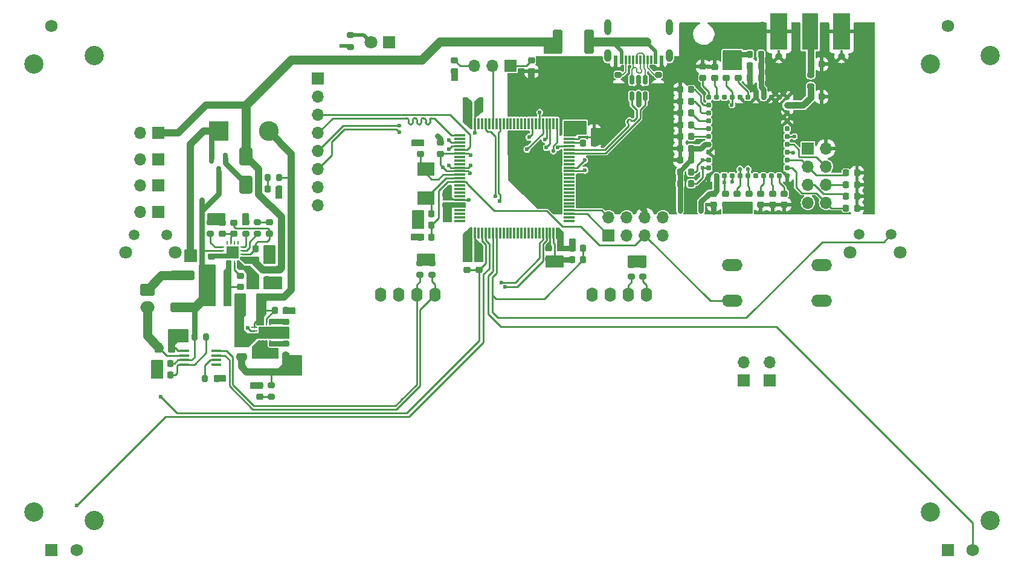
<source format=gbr>
%TF.GenerationSoftware,KiCad,Pcbnew,8.0.7*%
%TF.CreationDate,2025-03-30T10:37:29-04:00*%
%TF.ProjectId,RC-Car-Controller,52432d43-6172-42d4-936f-6e74726f6c6c,rev?*%
%TF.SameCoordinates,Original*%
%TF.FileFunction,Copper,L1,Top*%
%TF.FilePolarity,Positive*%
%FSLAX46Y46*%
G04 Gerber Fmt 4.6, Leading zero omitted, Abs format (unit mm)*
G04 Created by KiCad (PCBNEW 8.0.7) date 2025-03-30 10:37:29*
%MOMM*%
%LPD*%
G01*
G04 APERTURE LIST*
G04 Aperture macros list*
%AMRoundRect*
0 Rectangle with rounded corners*
0 $1 Rounding radius*
0 $2 $3 $4 $5 $6 $7 $8 $9 X,Y pos of 4 corners*
0 Add a 4 corners polygon primitive as box body*
4,1,4,$2,$3,$4,$5,$6,$7,$8,$9,$2,$3,0*
0 Add four circle primitives for the rounded corners*
1,1,$1+$1,$2,$3*
1,1,$1+$1,$4,$5*
1,1,$1+$1,$6,$7*
1,1,$1+$1,$8,$9*
0 Add four rect primitives between the rounded corners*
20,1,$1+$1,$2,$3,$4,$5,0*
20,1,$1+$1,$4,$5,$6,$7,0*
20,1,$1+$1,$6,$7,$8,$9,0*
20,1,$1+$1,$8,$9,$2,$3,0*%
G04 Aperture macros list end*
%TA.AperFunction,Conductor*%
%ADD10C,0.200000*%
%TD*%
%TA.AperFunction,ComponentPad*%
%ADD11R,1.700000X1.700000*%
%TD*%
%TA.AperFunction,ComponentPad*%
%ADD12O,1.700000X1.700000*%
%TD*%
%TA.AperFunction,SMDPad,CuDef*%
%ADD13RoundRect,0.225000X0.225000X0.250000X-0.225000X0.250000X-0.225000X-0.250000X0.225000X-0.250000X0*%
%TD*%
%TA.AperFunction,SMDPad,CuDef*%
%ADD14RoundRect,0.200000X0.275000X-0.200000X0.275000X0.200000X-0.275000X0.200000X-0.275000X-0.200000X0*%
%TD*%
%TA.AperFunction,SMDPad,CuDef*%
%ADD15RoundRect,0.200000X-0.275000X0.200000X-0.275000X-0.200000X0.275000X-0.200000X0.275000X0.200000X0*%
%TD*%
%TA.AperFunction,SMDPad,CuDef*%
%ADD16R,1.384300X0.457200*%
%TD*%
%TA.AperFunction,SMDPad,CuDef*%
%ADD17RoundRect,0.225000X0.250000X-0.225000X0.250000X0.225000X-0.250000X0.225000X-0.250000X-0.225000X0*%
%TD*%
%TA.AperFunction,SMDPad,CuDef*%
%ADD18RoundRect,0.225000X-0.225000X-0.250000X0.225000X-0.250000X0.225000X0.250000X-0.225000X0.250000X0*%
%TD*%
%TA.AperFunction,SMDPad,CuDef*%
%ADD19RoundRect,0.218750X-0.256250X0.218750X-0.256250X-0.218750X0.256250X-0.218750X0.256250X0.218750X0*%
%TD*%
%TA.AperFunction,SMDPad,CuDef*%
%ADD20RoundRect,0.075000X-0.725000X-0.075000X0.725000X-0.075000X0.725000X0.075000X-0.725000X0.075000X0*%
%TD*%
%TA.AperFunction,SMDPad,CuDef*%
%ADD21RoundRect,0.075000X-0.075000X-0.725000X0.075000X-0.725000X0.075000X0.725000X-0.075000X0.725000X0*%
%TD*%
%TA.AperFunction,SMDPad,CuDef*%
%ADD22RoundRect,0.250000X-0.400000X-1.450000X0.400000X-1.450000X0.400000X1.450000X-0.400000X1.450000X0*%
%TD*%
%TA.AperFunction,ComponentPad*%
%ADD23R,1.750000X1.750000*%
%TD*%
%TA.AperFunction,ComponentPad*%
%ADD24C,1.750000*%
%TD*%
%TA.AperFunction,ComponentPad*%
%ADD25C,2.700000*%
%TD*%
%TA.AperFunction,SMDPad,CuDef*%
%ADD26R,0.599999X0.240000*%
%TD*%
%TA.AperFunction,SMDPad,CuDef*%
%ADD27R,0.240000X0.599999*%
%TD*%
%TA.AperFunction,ComponentPad*%
%ADD28C,0.500000*%
%TD*%
%TA.AperFunction,SMDPad,CuDef*%
%ADD29R,1.679999X1.679999*%
%TD*%
%TA.AperFunction,ComponentPad*%
%ADD30O,1.600000X2.000000*%
%TD*%
%TA.AperFunction,SMDPad,CuDef*%
%ADD31RoundRect,0.250000X-0.475000X0.250000X-0.475000X-0.250000X0.475000X-0.250000X0.475000X0.250000X0*%
%TD*%
%TA.AperFunction,SMDPad,CuDef*%
%ADD32RoundRect,0.200000X-0.200000X-0.275000X0.200000X-0.275000X0.200000X0.275000X-0.200000X0.275000X0*%
%TD*%
%TA.AperFunction,SMDPad,CuDef*%
%ADD33RoundRect,0.225000X-0.250000X0.225000X-0.250000X-0.225000X0.250000X-0.225000X0.250000X0.225000X0*%
%TD*%
%TA.AperFunction,ComponentPad*%
%ADD34R,2.775000X2.775000*%
%TD*%
%TA.AperFunction,ComponentPad*%
%ADD35C,2.775000*%
%TD*%
%TA.AperFunction,SMDPad,CuDef*%
%ADD36RoundRect,0.150000X-0.150000X0.512500X-0.150000X-0.512500X0.150000X-0.512500X0.150000X0.512500X0*%
%TD*%
%TA.AperFunction,ComponentPad*%
%ADD37R,1.800000X1.800000*%
%TD*%
%TA.AperFunction,ComponentPad*%
%ADD38C,1.800000*%
%TD*%
%TA.AperFunction,SMDPad,CuDef*%
%ADD39RoundRect,0.150000X-0.150000X0.587500X-0.150000X-0.587500X0.150000X-0.587500X0.150000X0.587500X0*%
%TD*%
%TA.AperFunction,SMDPad,CuDef*%
%ADD40RoundRect,0.062500X0.062500X-0.350000X0.062500X0.350000X-0.062500X0.350000X-0.062500X-0.350000X0*%
%TD*%
%TA.AperFunction,SMDPad,CuDef*%
%ADD41RoundRect,0.062500X0.350000X-0.062500X0.350000X0.062500X-0.350000X0.062500X-0.350000X-0.062500X0*%
%TD*%
%TA.AperFunction,HeatsinkPad*%
%ADD42R,1.680000X1.680000*%
%TD*%
%TA.AperFunction,SMDPad,CuDef*%
%ADD43RoundRect,0.175000X-0.175000X0.175000X-0.175000X-0.175000X0.175000X-0.175000X0.175000X0.175000X0*%
%TD*%
%TA.AperFunction,SMDPad,CuDef*%
%ADD44RoundRect,0.175000X0.175000X0.175000X-0.175000X0.175000X-0.175000X-0.175000X0.175000X-0.175000X0*%
%TD*%
%TA.AperFunction,SMDPad,CuDef*%
%ADD45RoundRect,0.175000X-0.175000X-0.175000X0.175000X-0.175000X0.175000X0.175000X-0.175000X0.175000X0*%
%TD*%
%TA.AperFunction,SMDPad,CuDef*%
%ADD46RoundRect,0.175000X0.175000X-0.175000X0.175000X0.175000X-0.175000X0.175000X-0.175000X-0.175000X0*%
%TD*%
%TA.AperFunction,ComponentPad*%
%ADD47RoundRect,0.250000X-0.750000X0.600000X-0.750000X-0.600000X0.750000X-0.600000X0.750000X0.600000X0*%
%TD*%
%TA.AperFunction,ComponentPad*%
%ADD48O,2.000000X1.700000*%
%TD*%
%TA.AperFunction,SMDPad,CuDef*%
%ADD49R,2.290000X5.080000*%
%TD*%
%TA.AperFunction,SMDPad,CuDef*%
%ADD50R,2.420000X5.080000*%
%TD*%
%TA.AperFunction,SMDPad,CuDef*%
%ADD51R,0.460000X0.950000*%
%TD*%
%TA.AperFunction,ComponentPad*%
%ADD52C,0.970000*%
%TD*%
%TA.AperFunction,SMDPad,CuDef*%
%ADD53RoundRect,0.250000X1.450000X-0.400000X1.450000X0.400000X-1.450000X0.400000X-1.450000X-0.400000X0*%
%TD*%
%TA.AperFunction,SMDPad,CuDef*%
%ADD54R,0.980000X3.700000*%
%TD*%
%TA.AperFunction,ComponentPad*%
%ADD55O,2.900000X1.700000*%
%TD*%
%TA.AperFunction,SMDPad,CuDef*%
%ADD56RoundRect,0.218750X0.218750X0.256250X-0.218750X0.256250X-0.218750X-0.256250X0.218750X-0.256250X0*%
%TD*%
%TA.AperFunction,SMDPad,CuDef*%
%ADD57R,3.700000X0.980000*%
%TD*%
%TA.AperFunction,SMDPad,CuDef*%
%ADD58RoundRect,0.250000X0.262500X0.450000X-0.262500X0.450000X-0.262500X-0.450000X0.262500X-0.450000X0*%
%TD*%
%TA.AperFunction,SMDPad,CuDef*%
%ADD59R,2.400000X1.900000*%
%TD*%
%TA.AperFunction,SMDPad,CuDef*%
%ADD60RoundRect,0.250000X-0.325000X-1.100000X0.325000X-1.100000X0.325000X1.100000X-0.325000X1.100000X0*%
%TD*%
%TA.AperFunction,SMDPad,CuDef*%
%ADD61RoundRect,0.200000X0.200000X0.275000X-0.200000X0.275000X-0.200000X-0.275000X0.200000X-0.275000X0*%
%TD*%
%TA.AperFunction,SMDPad,CuDef*%
%ADD62RoundRect,0.250000X0.650000X-1.000000X0.650000X1.000000X-0.650000X1.000000X-0.650000X-1.000000X0*%
%TD*%
%TA.AperFunction,SMDPad,CuDef*%
%ADD63O,0.990600X2.209800*%
%TD*%
%TA.AperFunction,SMDPad,CuDef*%
%ADD64O,0.990600X1.803400*%
%TD*%
%TA.AperFunction,SMDPad,CuDef*%
%ADD65R,0.609600X1.143000*%
%TD*%
%TA.AperFunction,SMDPad,CuDef*%
%ADD66R,0.304800X1.143000*%
%TD*%
%TA.AperFunction,ComponentPad*%
%ADD67C,1.498600*%
%TD*%
%TA.AperFunction,ComponentPad*%
%ADD68C,1.803400*%
%TD*%
%TA.AperFunction,ViaPad*%
%ADD69C,0.600000*%
%TD*%
%TA.AperFunction,Conductor*%
%ADD70C,0.762000*%
%TD*%
%TA.AperFunction,Conductor*%
%ADD71C,0.635000*%
%TD*%
%TA.AperFunction,Conductor*%
%ADD72C,0.508000*%
%TD*%
%TA.AperFunction,Conductor*%
%ADD73C,1.016000*%
%TD*%
%TA.AperFunction,Conductor*%
%ADD74C,0.254000*%
%TD*%
%TA.AperFunction,Conductor*%
%ADD75C,1.270000*%
%TD*%
%TA.AperFunction,Conductor*%
%ADD76C,0.942848*%
%TD*%
%TA.AperFunction,Conductor*%
%ADD77C,0.276098*%
%TD*%
G04 APERTURE END LIST*
D10*
%TO.N,+3V3*%
X120269000Y-93599000D02*
X117348000Y-93599000D01*
X117348000Y-92837000D01*
X118110000Y-92837000D01*
X118618000Y-92329000D01*
X118618000Y-90932000D01*
X120269000Y-90932000D01*
X120269000Y-93599000D01*
%TA.AperFunction,Conductor*%
G36*
X120269000Y-93599000D02*
G01*
X117348000Y-93599000D01*
X117348000Y-92837000D01*
X118110000Y-92837000D01*
X118618000Y-92329000D01*
X118618000Y-90932000D01*
X120269000Y-90932000D01*
X120269000Y-93599000D01*
G37*
%TD.AperFunction*%
%TO.N,GNDA*%
X109556002Y-72517000D02*
X107143002Y-72517000D01*
X107143002Y-70993000D01*
X109556002Y-70993000D01*
X109556002Y-72517000D01*
%TA.AperFunction,Conductor*%
G36*
X109556002Y-72517000D02*
G01*
X107143002Y-72517000D01*
X107143002Y-70993000D01*
X109556002Y-70993000D01*
X109556002Y-72517000D01*
G37*
%TD.AperFunction*%
%TO.N,Net-(C7-Pad1)*%
X110394202Y-83876598D02*
X109403602Y-83876598D01*
X109403602Y-79050598D01*
X109759202Y-78694998D01*
X109759202Y-77577398D01*
X110394202Y-77577398D01*
X110394202Y-83876598D01*
%TA.AperFunction,Conductor*%
G36*
X110394202Y-83876598D02*
G01*
X109403602Y-83876598D01*
X109403602Y-79050598D01*
X109759202Y-78694998D01*
X109759202Y-77577398D01*
X110394202Y-77577398D01*
X110394202Y-83876598D01*
G37*
%TD.AperFunction*%
%TO.N,+3V3*%
X160147000Y-59817000D02*
X158877000Y-59817000D01*
X158623000Y-60071000D01*
X157099000Y-60071000D01*
X157099000Y-59944000D01*
X157099000Y-58039000D01*
X160147000Y-58039000D01*
X160147000Y-59817000D01*
%TA.AperFunction,Conductor*%
G36*
X160147000Y-59817000D02*
G01*
X158877000Y-59817000D01*
X158623000Y-60071000D01*
X157099000Y-60071000D01*
X157099000Y-59944000D01*
X157099000Y-58039000D01*
X160147000Y-58039000D01*
X160147000Y-59817000D01*
G37*
%TD.AperFunction*%
%TO.N,VDD_LOAD_PRE_SW*%
X112251608Y-78375517D02*
X113013608Y-78375517D01*
X114300000Y-79629000D01*
X114300000Y-81488998D01*
X112649000Y-81488998D01*
X112649000Y-79375000D01*
X112141000Y-78821998D01*
X111588002Y-78821998D01*
X111334002Y-78567998D01*
X111334961Y-77577884D01*
X111461961Y-77577884D01*
X112251608Y-78375517D01*
%TA.AperFunction,Conductor*%
G36*
X112251608Y-78375517D02*
G01*
X113013608Y-78375517D01*
X114300000Y-79629000D01*
X114300000Y-81488998D01*
X112649000Y-81488998D01*
X112649000Y-79375000D01*
X112141000Y-78821998D01*
X111588002Y-78821998D01*
X111334002Y-78567998D01*
X111334961Y-77577884D01*
X111461961Y-77577884D01*
X112251608Y-78375517D01*
G37*
%TD.AperFunction*%
%TO.N,Net-(L1-Pad1)*%
X115443000Y-89662000D02*
X115697000Y-89916000D01*
X116967000Y-89916000D01*
X116967000Y-91186000D01*
X113411000Y-91186000D01*
X113411730Y-89711900D01*
X114300740Y-88847867D01*
X115443740Y-88847867D01*
X115443000Y-89662000D01*
%TA.AperFunction,Conductor*%
G36*
X115443000Y-89662000D02*
G01*
X115697000Y-89916000D01*
X116967000Y-89916000D01*
X116967000Y-91186000D01*
X113411000Y-91186000D01*
X113411730Y-89711900D01*
X114300740Y-88847867D01*
X115443740Y-88847867D01*
X115443000Y-89662000D01*
G37*
%TD.AperFunction*%
%TO.N,GNDA*%
X135818000Y-70596000D02*
X137342000Y-70596000D01*
X137342000Y-73009000D01*
X135818000Y-73009000D01*
X135818000Y-70596000D01*
%TA.AperFunction,Conductor*%
G36*
X135818000Y-70596000D02*
G01*
X137342000Y-70596000D01*
X137342000Y-73009000D01*
X135818000Y-73009000D01*
X135818000Y-70596000D01*
G37*
%TD.AperFunction*%
%TO.N,+3V3*%
X135699500Y-73914000D02*
X137350500Y-73914000D01*
X137350500Y-74676000D01*
X135699500Y-74676000D01*
X135699500Y-73914000D01*
%TA.AperFunction,Conductor*%
G36*
X135699500Y-73914000D02*
G01*
X137350500Y-73914000D01*
X137350500Y-74676000D01*
X135699500Y-74676000D01*
X135699500Y-73914000D01*
G37*
%TD.AperFunction*%
%TO.N,GNDA*%
X115062000Y-79883000D02*
X117475000Y-79883000D01*
X117475000Y-81534000D01*
X115062000Y-81534000D01*
X115062000Y-79883000D01*
%TA.AperFunction,Conductor*%
G36*
X115062000Y-79883000D02*
G01*
X117475000Y-79883000D01*
X117475000Y-81534000D01*
X115062000Y-81534000D01*
X115062000Y-79883000D01*
G37*
%TD.AperFunction*%
%TO.N,Net-(U3-PG)*%
X118450900Y-89535000D02*
X115834700Y-89535000D01*
X115834700Y-88925400D01*
X118450900Y-88925400D01*
X118450900Y-89535000D01*
%TA.AperFunction,Conductor*%
G36*
X118450900Y-89535000D02*
G01*
X115834700Y-89535000D01*
X115834700Y-88925400D01*
X118450900Y-88925400D01*
X118450900Y-89535000D01*
G37*
%TD.AperFunction*%
%TO.N,VDD_USB*%
X156718000Y-48514000D02*
X154305000Y-48514000D01*
X154305000Y-46355000D01*
X156718000Y-46355000D01*
X156718000Y-48514000D01*
%TA.AperFunction,Conductor*%
G36*
X156718000Y-48514000D02*
G01*
X154305000Y-48514000D01*
X154305000Y-46355000D01*
X156718000Y-46355000D01*
X156718000Y-48514000D01*
G37*
%TD.AperFunction*%
%TO.N,+3V3*%
X140136000Y-69478400D02*
X143184000Y-69478400D01*
X143184000Y-70113400D01*
X140136000Y-70113400D01*
X140136000Y-69478400D01*
%TA.AperFunction,Conductor*%
G36*
X140136000Y-69478400D02*
G01*
X143184000Y-69478400D01*
X143184000Y-70113400D01*
X140136000Y-70113400D01*
X140136000Y-69478400D01*
G37*
%TD.AperFunction*%
X157861000Y-74549000D02*
X158623000Y-74549000D01*
X158623000Y-76200000D01*
X157861000Y-76200000D01*
X157861000Y-74549000D01*
%TA.AperFunction,Conductor*%
G36*
X157861000Y-74549000D02*
G01*
X158623000Y-74549000D01*
X158623000Y-76200000D01*
X157861000Y-76200000D01*
X157861000Y-74549000D01*
G37*
%TD.AperFunction*%
%TO.N,GNDA*%
X163576000Y-52832000D02*
X165735000Y-52832000D01*
X165735000Y-54483000D01*
X163576000Y-54483000D01*
X163576000Y-52832000D01*
%TA.AperFunction,Conductor*%
G36*
X163576000Y-52832000D02*
G01*
X165735000Y-52832000D01*
X165735000Y-54483000D01*
X163576000Y-54483000D01*
X163576000Y-52832000D01*
G37*
%TD.AperFunction*%
%TO.N,+3V3*%
X136525000Y-76708000D02*
X138938000Y-76708000D01*
X138938000Y-78232000D01*
X136525000Y-78232000D01*
X136525000Y-76708000D01*
%TA.AperFunction,Conductor*%
G36*
X136525000Y-76708000D02*
G01*
X138938000Y-76708000D01*
X138938000Y-78232000D01*
X136525000Y-78232000D01*
X136525000Y-76708000D01*
G37*
%TD.AperFunction*%
X141351000Y-50673000D02*
X142113000Y-50673000D01*
X142113000Y-52324000D01*
X141351000Y-52324000D01*
X141351000Y-50673000D01*
%TA.AperFunction,Conductor*%
G36*
X141351000Y-50673000D02*
G01*
X142113000Y-50673000D01*
X142113000Y-52324000D01*
X141351000Y-52324000D01*
X141351000Y-50673000D01*
G37*
%TD.AperFunction*%
%TO.N,GNDA*%
X112858002Y-72517000D02*
X112096002Y-72517000D01*
X112096002Y-70993000D01*
X112858002Y-70993000D01*
X112858002Y-72517000D01*
%TA.AperFunction,Conductor*%
G36*
X112858002Y-72517000D02*
G01*
X112096002Y-72517000D01*
X112096002Y-70993000D01*
X112858002Y-70993000D01*
X112858002Y-72517000D01*
G37*
%TD.AperFunction*%
X104331000Y-88931500D02*
X102934000Y-88931500D01*
X102426000Y-89439500D01*
X102426000Y-90201500D01*
X101664000Y-90201500D01*
X101664000Y-87280500D01*
X104331000Y-87280500D01*
X104331000Y-88931500D01*
%TA.AperFunction,Conductor*%
G36*
X104331000Y-88931500D02*
G01*
X102934000Y-88931500D01*
X102426000Y-89439500D01*
X102426000Y-90201500D01*
X101664000Y-90201500D01*
X101664000Y-87280500D01*
X104331000Y-87280500D01*
X104331000Y-88931500D01*
G37*
%TD.AperFunction*%
%TO.N,+3V3*%
X140136000Y-69478400D02*
X141279000Y-69478400D01*
X141279000Y-72145400D01*
X140136000Y-72145400D01*
X140136000Y-69478400D01*
%TA.AperFunction,Conductor*%
G36*
X140136000Y-69478400D02*
G01*
X141279000Y-69478400D01*
X141279000Y-72145400D01*
X140136000Y-72145400D01*
X140136000Y-69478400D01*
G37*
%TD.AperFunction*%
%TO.N,VDD_USB*%
X114300000Y-77978000D02*
X112395000Y-77978000D01*
X111760000Y-77343000D01*
X111759345Y-77099052D01*
X114299345Y-77099052D01*
X114300000Y-77978000D01*
%TA.AperFunction,Conductor*%
G36*
X114300000Y-77978000D02*
G01*
X112395000Y-77978000D01*
X111760000Y-77343000D01*
X111759345Y-77099052D01*
X114299345Y-77099052D01*
X114300000Y-77978000D01*
G37*
%TD.AperFunction*%
%TO.N,+3V3*%
X179407730Y-48133000D02*
X181947730Y-48133000D01*
X181947730Y-50800000D01*
X179407730Y-50800000D01*
X179407730Y-48133000D01*
%TA.AperFunction,Conductor*%
G36*
X179407730Y-48133000D02*
G01*
X181947730Y-48133000D01*
X181947730Y-50800000D01*
X179407730Y-50800000D01*
X179407730Y-48133000D01*
G37*
%TD.AperFunction*%
%TO.N,GNDA*%
X115062000Y-75520002D02*
X116586000Y-75520002D01*
X116586000Y-77933002D01*
X115062000Y-77933002D01*
X115062000Y-75520002D01*
%TA.AperFunction,Conductor*%
G36*
X115062000Y-75520002D02*
G01*
X116586000Y-75520002D01*
X116586000Y-77933002D01*
X115062000Y-77933002D01*
X115062000Y-75520002D01*
G37*
%TD.AperFunction*%
X113157000Y-94742000D02*
X114808000Y-94742000D01*
X114808000Y-95504000D01*
X113157000Y-95504000D01*
X113157000Y-94742000D01*
%TA.AperFunction,Conductor*%
G36*
X113157000Y-94742000D02*
G01*
X114808000Y-94742000D01*
X114808000Y-95504000D01*
X113157000Y-95504000D01*
X113157000Y-94742000D01*
G37*
%TD.AperFunction*%
%TO.N,VDD_LOAD_PRE_SW*%
X105550000Y-77724000D02*
X103899000Y-77724000D01*
X103899000Y-76073000D01*
X105550000Y-76073000D01*
X105550000Y-77724000D01*
%TA.AperFunction,Conductor*%
G36*
X105550000Y-77724000D02*
G01*
X103899000Y-77724000D01*
X103899000Y-76073000D01*
X105550000Y-76073000D01*
X105550000Y-77724000D01*
G37*
%TD.AperFunction*%
%TO.N,GNDA*%
X99251000Y-91598500D02*
X100775000Y-91598500D01*
X100775000Y-94011500D01*
X99251000Y-94011500D01*
X99251000Y-91598500D01*
%TA.AperFunction,Conductor*%
G36*
X99251000Y-91598500D02*
G01*
X100775000Y-91598500D01*
X100775000Y-94011500D01*
X99251000Y-94011500D01*
X99251000Y-91598500D01*
G37*
%TD.AperFunction*%
X108077000Y-93726000D02*
X109601000Y-93726000D01*
X109601000Y-94488000D01*
X108077000Y-94488000D01*
X108077000Y-93726000D01*
%TA.AperFunction,Conductor*%
G36*
X108077000Y-93726000D02*
G01*
X109601000Y-93726000D01*
X109601000Y-94488000D01*
X108077000Y-94488000D01*
X108077000Y-93726000D01*
G37*
%TD.AperFunction*%
X152146000Y-50660000D02*
X152908000Y-50660000D01*
X152908000Y-52311000D01*
X152146000Y-52311000D01*
X152146000Y-50660000D01*
%TA.AperFunction,Conductor*%
G36*
X152146000Y-50660000D02*
G01*
X152908000Y-50660000D01*
X152908000Y-52311000D01*
X152146000Y-52311000D01*
X152146000Y-50660000D01*
G37*
%TD.AperFunction*%
X145700243Y-56590642D02*
X144684243Y-57479642D01*
X144681537Y-59056170D01*
X144554537Y-59056170D01*
X144554537Y-55373170D01*
X145189537Y-54738170D01*
X145697537Y-54738170D01*
X145700243Y-56590642D01*
%TA.AperFunction,Conductor*%
G36*
X145700243Y-56590642D02*
G01*
X144684243Y-57479642D01*
X144681537Y-59056170D01*
X144554537Y-59056170D01*
X144554537Y-55373170D01*
X145189537Y-54738170D01*
X145697537Y-54738170D01*
X145700243Y-56590642D01*
G37*
%TD.AperFunction*%
%TO.N,VDD_BATT*%
X108159002Y-79329998D02*
X108159002Y-83901998D01*
X106000002Y-83901998D01*
X106000002Y-78186998D01*
X108159002Y-78186998D01*
X108159002Y-79329998D01*
%TA.AperFunction,Conductor*%
G36*
X108159002Y-79329998D02*
G01*
X108159002Y-83901998D01*
X106000002Y-83901998D01*
X106000002Y-78186998D01*
X108159002Y-78186998D01*
X108159002Y-79329998D01*
G37*
%TD.AperFunction*%
%TO.N,GNDA*%
X116713000Y-67183000D02*
X117475000Y-67183000D01*
X117475000Y-68834000D01*
X116713000Y-68834000D01*
X116713000Y-67183000D01*
%TA.AperFunction,Conductor*%
G36*
X116713000Y-67183000D02*
G01*
X117475000Y-67183000D01*
X117475000Y-68834000D01*
X116713000Y-68834000D01*
X116713000Y-67183000D01*
G37*
%TD.AperFunction*%
X144144523Y-77724000D02*
X143002000Y-77724000D01*
X143001523Y-73887030D01*
X144017523Y-72998030D01*
X144144523Y-72998030D01*
X144144523Y-77724000D01*
%TA.AperFunction,Conductor*%
G36*
X144144523Y-77724000D02*
G01*
X143002000Y-77724000D01*
X143001523Y-73887030D01*
X144017523Y-72998030D01*
X144144523Y-72998030D01*
X144144523Y-77724000D01*
G37*
%TD.AperFunction*%
%TO.N,+3V3*%
X144145000Y-55372000D02*
X144145000Y-59055000D01*
X144018000Y-59055000D01*
X143002000Y-58166000D01*
X143002000Y-54737000D01*
X143510000Y-54737000D01*
X144145000Y-55372000D01*
%TA.AperFunction,Conductor*%
G36*
X144145000Y-55372000D02*
G01*
X144145000Y-59055000D01*
X144018000Y-59055000D01*
X143002000Y-58166000D01*
X143002000Y-54737000D01*
X143510000Y-54737000D01*
X144145000Y-55372000D01*
G37*
%TD.AperFunction*%
%TO.N,GNDA*%
X141279000Y-68691000D02*
X141533000Y-68995800D01*
X143184000Y-68995800D01*
X143184000Y-69072000D01*
X140898000Y-69072000D01*
X140136000Y-69072000D01*
X140136000Y-67802000D01*
X140898000Y-67040000D01*
X141279000Y-67040000D01*
X141279000Y-68691000D01*
%TA.AperFunction,Conductor*%
G36*
X141279000Y-68691000D02*
G01*
X141533000Y-68995800D01*
X143184000Y-68995800D01*
X143184000Y-69072000D01*
X140898000Y-69072000D01*
X140136000Y-69072000D01*
X140136000Y-67802000D01*
X140898000Y-67040000D01*
X141279000Y-67040000D01*
X141279000Y-68691000D01*
G37*
%TD.AperFunction*%
%TO.N,Net-(C15-Pad1)*%
X155194000Y-76200000D02*
X154559000Y-76200000D01*
X154559000Y-75438000D01*
X155067000Y-74930000D01*
X155067000Y-73025000D01*
X155194000Y-73025000D01*
X155194000Y-76200000D01*
%TA.AperFunction,Conductor*%
G36*
X155194000Y-76200000D02*
G01*
X154559000Y-76200000D01*
X154559000Y-75438000D01*
X155067000Y-74930000D01*
X155067000Y-73025000D01*
X155194000Y-73025000D01*
X155194000Y-76200000D01*
G37*
%TD.AperFunction*%
%TO.N,GNDA*%
X135763000Y-60706000D02*
X137414000Y-60706000D01*
X137414000Y-61468000D01*
X135763000Y-61468000D01*
X135763000Y-60706000D01*
%TA.AperFunction,Conductor*%
G36*
X135763000Y-60706000D02*
G01*
X137414000Y-60706000D01*
X137414000Y-61468000D01*
X135763000Y-61468000D01*
X135763000Y-60706000D01*
G37*
%TD.AperFunction*%
X162814000Y-60960000D02*
X162306000Y-60960000D01*
X161798000Y-61468000D01*
X160909000Y-61468000D01*
X160909000Y-59055000D01*
X162814000Y-59055000D01*
X162814000Y-60960000D01*
%TA.AperFunction,Conductor*%
G36*
X162814000Y-60960000D02*
G01*
X162306000Y-60960000D01*
X161798000Y-61468000D01*
X160909000Y-61468000D01*
X160909000Y-59055000D01*
X162814000Y-59055000D01*
X162814000Y-60960000D01*
G37*
%TD.AperFunction*%
X109810002Y-77170998D02*
X107270002Y-77170998D01*
X107270002Y-76662998D01*
X109810002Y-76662998D01*
X109810002Y-77170998D01*
%TA.AperFunction,Conductor*%
G36*
X109810002Y-77170998D02*
G01*
X107270002Y-77170998D01*
X107270002Y-76662998D01*
X109810002Y-76662998D01*
X109810002Y-77170998D01*
G37*
%TD.AperFunction*%
%TO.N,+3V3*%
X179367270Y-69432454D02*
X183431270Y-69432454D01*
X183431270Y-70956454D01*
X179367270Y-70956454D01*
X179367270Y-69432454D01*
%TA.AperFunction,Conductor*%
G36*
X179367270Y-69432454D02*
G01*
X183431270Y-69432454D01*
X183431270Y-70956454D01*
X179367270Y-70956454D01*
X179367270Y-69432454D01*
G37*
%TD.AperFunction*%
X166116000Y-76962000D02*
X168529000Y-76962000D01*
X168529000Y-78486000D01*
X166116000Y-78486000D01*
X166116000Y-76962000D01*
%TA.AperFunction,Conductor*%
G36*
X166116000Y-76962000D02*
G01*
X168529000Y-76962000D01*
X168529000Y-78486000D01*
X166116000Y-78486000D01*
X166116000Y-76962000D01*
G37*
%TD.AperFunction*%
%TO.N,GNDA*%
X117729000Y-84201000D02*
X119380000Y-84201000D01*
X119380000Y-84963000D01*
X117729000Y-84963000D01*
X117729000Y-84201000D01*
%TA.AperFunction,Conductor*%
G36*
X117729000Y-84201000D02*
G01*
X119380000Y-84201000D01*
X119380000Y-84963000D01*
X117729000Y-84963000D01*
X117729000Y-84201000D01*
G37*
%TD.AperFunction*%
%TO.N,Net-(U3-SS{slash}TR)*%
X118450900Y-86458200D02*
X115834700Y-86458200D01*
X115834700Y-85848600D01*
X118450900Y-85848600D01*
X118450900Y-86458200D01*
%TA.AperFunction,Conductor*%
G36*
X118450900Y-86458200D02*
G01*
X115834700Y-86458200D01*
X115834700Y-85848600D01*
X118450900Y-85848600D01*
X118450900Y-86458200D01*
G37*
%TD.AperFunction*%
%TO.N,GNDA*%
X154554498Y-76958030D02*
X156967498Y-76958030D01*
X156967498Y-78482030D01*
X154554498Y-78482030D01*
X154554498Y-76958030D01*
%TA.AperFunction,Conductor*%
G36*
X154554498Y-76958030D02*
G01*
X156967498Y-76958030D01*
X156967498Y-78482030D01*
X154554498Y-78482030D01*
X154554498Y-76958030D01*
G37*
%TD.AperFunction*%
X118476300Y-88439400D02*
X115377500Y-88439400D01*
X115377500Y-86966200D01*
X118476300Y-86966200D01*
X118476300Y-88439400D01*
%TA.AperFunction,Conductor*%
G36*
X118476300Y-88439400D02*
G01*
X115377500Y-88439400D01*
X115377500Y-86966200D01*
X118476300Y-86966200D01*
X118476300Y-88439400D01*
G37*
%TD.AperFunction*%
X169354500Y-52832000D02*
X171513500Y-52832000D01*
X171513500Y-54483000D01*
X169354500Y-54483000D01*
X169354500Y-52832000D01*
%TA.AperFunction,Conductor*%
G36*
X169354500Y-52832000D02*
G01*
X171513500Y-52832000D01*
X171513500Y-54483000D01*
X169354500Y-54483000D01*
X169354500Y-52832000D01*
G37*
%TD.AperFunction*%
%TO.N,VDD_LOAD*%
X115316000Y-85090000D02*
X114935000Y-85471000D01*
X114931975Y-86588166D01*
X114042975Y-86588166D01*
X114046000Y-82296000D01*
X115316000Y-82296000D01*
X115316000Y-85090000D01*
%TA.AperFunction,Conductor*%
G36*
X115316000Y-85090000D02*
G01*
X114935000Y-85471000D01*
X114931975Y-86588166D01*
X114042975Y-86588166D01*
X114046000Y-82296000D01*
X115316000Y-82296000D01*
X115316000Y-85090000D01*
G37*
%TD.AperFunction*%
%TO.N,+3V3*%
X144695406Y-74596811D02*
X145682863Y-75485811D01*
X145669000Y-77724000D01*
X144653000Y-77724000D01*
X144554543Y-77724000D01*
X144554543Y-72989194D01*
X144681543Y-72989194D01*
X144695406Y-74596811D01*
%TA.AperFunction,Conductor*%
G36*
X144695406Y-74596811D02*
G01*
X145682863Y-75485811D01*
X145669000Y-77724000D01*
X144653000Y-77724000D01*
X144554543Y-77724000D01*
X144554543Y-72989194D01*
X144681543Y-72989194D01*
X144695406Y-74596811D01*
G37*
%TD.AperFunction*%
%TO.N,GNDA*%
X112395000Y-85217000D02*
X112141000Y-85471000D01*
X112141000Y-87376000D01*
X112649000Y-87884000D01*
X114046000Y-87884000D01*
X114808000Y-87884000D01*
X114808000Y-88442800D01*
X114046000Y-88442800D01*
X112801400Y-89662000D01*
X110998000Y-89662000D01*
X110998000Y-82296000D01*
X112395000Y-82296000D01*
X112395000Y-85217000D01*
%TA.AperFunction,Conductor*%
G36*
X112395000Y-85217000D02*
G01*
X112141000Y-85471000D01*
X112141000Y-87376000D01*
X112649000Y-87884000D01*
X114046000Y-87884000D01*
X114808000Y-87884000D01*
X114808000Y-88442800D01*
X114046000Y-88442800D01*
X112801400Y-89662000D01*
X110998000Y-89662000D01*
X110998000Y-82296000D01*
X112395000Y-82296000D01*
X112395000Y-85217000D01*
G37*
%TD.AperFunction*%
%TO.N,+3V3*%
X156972000Y-73660000D02*
X156972000Y-76200000D01*
X156210000Y-76200000D01*
X156210000Y-74612500D01*
X156083000Y-74422000D01*
X156083000Y-73025000D01*
X156337000Y-73025000D01*
X156972000Y-73660000D01*
%TA.AperFunction,Conductor*%
G36*
X156972000Y-73660000D02*
G01*
X156972000Y-76200000D01*
X156210000Y-76200000D01*
X156210000Y-74612500D01*
X156083000Y-74422000D01*
X156083000Y-73025000D01*
X156337000Y-73025000D01*
X156972000Y-73660000D01*
G37*
%TD.AperFunction*%
%TD*%
D11*
%TO.P,TP6,1,1*%
%TO.N,GNDA*%
X185928000Y-94361000D03*
D12*
%TO.P,TP6,2*%
%TO.N,N/C*%
X185928000Y-91821000D03*
%TD*%
D13*
%TO.P,C22,1*%
%TO.N,+3V3*%
X145107226Y-75691602D03*
%TO.P,C22,2*%
%TO.N,GNDA*%
X143557226Y-75691602D03*
%TD*%
D14*
%TO.P,R19,1*%
%TO.N,/MCU/I2C2_SCL*%
X136906000Y-79565000D03*
%TO.P,R19,2*%
%TO.N,+3V3*%
X136906000Y-77915000D03*
%TD*%
D15*
%TO.P,R9,1*%
%TO.N,GNDA*%
X107524002Y-72200000D03*
%TO.P,R9,2*%
%TO.N,Net-(U2-VSET)*%
X107524002Y-73850000D03*
%TD*%
D16*
%TO.P,U4,1,IO0*%
%TO.N,unconnected-(U4-IO0-Pad1)*%
X108350550Y-92192499D03*
%TO.P,U4,2,ROSC*%
%TO.N,Net-(U4-ROSC)*%
X108350550Y-91542501D03*
%TO.P,U4,3,SDA*%
%TO.N,/MCU/I2C2_SDA*%
X108350550Y-90892499D03*
%TO.P,U4,4,SCL*%
%TO.N,/MCU/I2C2_SCL*%
X108350550Y-90242501D03*
%TO.P,U4,5,GND*%
%TO.N,GNDA*%
X103867450Y-90242501D03*
%TO.P,U4,6,CG*%
%TO.N,GND_BATT*%
X103867450Y-90892499D03*
%TO.P,U4,7,VCC*%
%TO.N,VDD_BATT*%
X103867450Y-91542501D03*
%TO.P,U4,8,VIN*%
%TO.N,Net-(U4-VIN)*%
X103867450Y-92192499D03*
%TD*%
D11*
%TO.P,SW2,1,A*%
%TO.N,Net-(SW2-A)*%
X149606000Y-50292000D03*
D12*
%TO.P,SW2,2,B*%
%TO.N,Net-(SW2-B)*%
X147066000Y-50292000D03*
%TO.P,SW2,3,C*%
%TO.N,Net-(SW2-C)*%
X144526000Y-50292000D03*
%TD*%
D17*
%TO.P,R10,1*%
%TO.N,Net-(U2-TS)*%
X109175002Y-73800000D03*
%TO.P,R10,2*%
%TO.N,GNDA*%
X109175002Y-72250000D03*
%TD*%
D18*
%TO.P,C18,1*%
%TO.N,+3V3*%
X143624000Y-56388000D03*
%TO.P,C18,2*%
%TO.N,GNDA*%
X145174000Y-56388000D03*
%TD*%
D19*
%TO.P,D4,1,K*%
%TO.N,Net-(D4-K)*%
X115779002Y-72237500D03*
%TO.P,D4,2,A*%
%TO.N,/Power/REGN*%
X115779002Y-73812500D03*
%TD*%
D13*
%TO.P,R35,1*%
%TO.N,GNDA*%
X198133000Y-70231000D03*
%TO.P,R35,2*%
%TO.N,/Connectors/RF_TDO*%
X196583000Y-70231000D03*
%TD*%
D18*
%TO.P,R16,1*%
%TO.N,+3V3*%
X136893000Y-74295000D03*
%TO.P,R16,2*%
%TO.N,/Connectors/NRST*%
X138443000Y-74295000D03*
%TD*%
D11*
%TO.P,J3,1,Pin_1*%
%TO.N,/Connectors/USART_TX*%
X163322000Y-74041000D03*
D12*
%TO.P,J3,2,Pin_2*%
%TO.N,/Connectors/USART_RX*%
X163322000Y-71501000D03*
%TO.P,J3,3,Pin_3*%
%TO.N,/Connectors/SWCLK*%
X165862000Y-74041000D03*
%TO.P,J3,4,Pin_4*%
%TO.N,/Connectors/SWDIO*%
X165862000Y-71501000D03*
%TO.P,J3,5,Pin_5*%
%TO.N,/Connectors/NRST*%
X168402000Y-74041000D03*
%TO.P,J3,6,Pin_6*%
%TO.N,GNDA*%
X168402000Y-71501000D03*
%TO.P,J3,7,Pin_7*%
%TO.N,+3V3*%
X170942000Y-74041000D03*
%TO.P,J3,8,Pin_8*%
%TO.N,unconnected-(J3-Pin_8-Pad8)*%
X170942000Y-71501000D03*
%TD*%
D13*
%TO.P,R37,1*%
%TO.N,GNDA*%
X198133000Y-66929000D03*
%TO.P,R37,2*%
%TO.N,/Connectors/RF_TDI*%
X196583000Y-66929000D03*
%TD*%
D20*
%TO.P,U5,1,PE2*%
%TO.N,/MCU/SPI4_SCLK*%
X142439000Y-60040000D03*
%TO.P,U5,2,PE3*%
%TO.N,unconnected-(U5-PE3-Pad2)*%
X142439000Y-60540000D03*
%TO.P,U5,3,PE4*%
%TO.N,/MCU/SPI4_CS*%
X142439000Y-61040000D03*
%TO.P,U5,4,PE5*%
%TO.N,/MCU/SPI4_DC*%
X142439000Y-61540000D03*
%TO.P,U5,5,PE6*%
%TO.N,/MCU/SPI4_MOSI*%
X142439000Y-62040000D03*
%TO.P,U5,6,VBAT*%
%TO.N,+3V3*%
X142439000Y-62540000D03*
%TO.P,U5,7,PC13*%
%TO.N,unconnected-(U5-PC13-Pad7)*%
X142439000Y-63040000D03*
%TO.P,U5,8,PC14*%
%TO.N,unconnected-(U5-PC14-Pad8)*%
X142439000Y-63540000D03*
%TO.P,U5,9,PC15*%
%TO.N,unconnected-(U5-PC15-Pad9)*%
X142439000Y-64040000D03*
%TO.P,U5,10,VSS*%
%TO.N,GNDA*%
X142439000Y-64540000D03*
%TO.P,U5,11,VDD*%
%TO.N,+3V3*%
X142439000Y-65040000D03*
%TO.P,U5,12,PH0*%
%TO.N,/MCU/OSC_IN*%
X142439000Y-65540000D03*
%TO.P,U5,13,PH1*%
%TO.N,/MCU/OSC_OUT*%
X142439000Y-66040000D03*
%TO.P,U5,14,NRST*%
%TO.N,/Connectors/NRST*%
X142439000Y-66540000D03*
%TO.P,U5,15,PC0*%
%TO.N,/MCU/ALERT_GPIO*%
X142439000Y-67040000D03*
%TO.P,U5,16,PC1*%
%TO.N,unconnected-(U5-PC1-Pad16)*%
X142439000Y-67540000D03*
%TO.P,U5,17,PC2_C*%
%TO.N,unconnected-(U5-PC2_C-Pad17)*%
X142439000Y-68040000D03*
%TO.P,U5,18,PC3_C*%
%TO.N,unconnected-(U5-PC3_C-Pad18)*%
X142439000Y-68540000D03*
%TO.P,U5,19,VSSA*%
%TO.N,GNDA*%
X142439000Y-69040000D03*
%TO.P,U5,20,VREF+*%
%TO.N,+3V3*%
X142439000Y-69540000D03*
%TO.P,U5,21,VDDA*%
X142439000Y-70040000D03*
%TO.P,U5,22,PA0*%
%TO.N,unconnected-(U5-PA0-Pad22)*%
X142439000Y-70540000D03*
%TO.P,U5,23,PA1*%
%TO.N,unconnected-(U5-PA1-Pad23)*%
X142439000Y-71040000D03*
%TO.P,U5,24,PA2*%
%TO.N,unconnected-(U5-PA2-Pad24)*%
X142439000Y-71540000D03*
%TO.P,U5,25,PA3*%
%TO.N,unconnected-(U5-PA3-Pad25)*%
X142439000Y-72040000D03*
D21*
%TO.P,U5,26,VSS*%
%TO.N,GNDA*%
X144114000Y-73715000D03*
%TO.P,U5,27,VDD*%
%TO.N,+3V3*%
X144614000Y-73715000D03*
%TO.P,U5,28,PA4*%
%TO.N,unconnected-(U5-PA4-Pad28)*%
X145114000Y-73715000D03*
%TO.P,U5,29,PA5*%
%TO.N,/Inputs/Button_L*%
X145614000Y-73715000D03*
%TO.P,U5,30,PA6*%
%TO.N,/Inputs/Slider_L*%
X146114000Y-73715000D03*
%TO.P,U5,31,PA7*%
%TO.N,unconnected-(U5-PA7-Pad31)*%
X146614000Y-73715000D03*
%TO.P,U5,32,PC4*%
%TO.N,/Inputs/Slider_R*%
X147114000Y-73715000D03*
%TO.P,U5,33,PC5*%
%TO.N,/Inputs/Button_R*%
X147614000Y-73715000D03*
%TO.P,U5,34,PB0*%
%TO.N,unconnected-(U5-PB0-Pad34)*%
X148114000Y-73715000D03*
%TO.P,U5,35,PB1*%
%TO.N,unconnected-(U5-PB1-Pad35)*%
X148614000Y-73715000D03*
%TO.P,U5,36,PB2*%
%TO.N,unconnected-(U5-PB2-Pad36)*%
X149114000Y-73715000D03*
%TO.P,U5,37,PE7*%
%TO.N,unconnected-(U5-PE7-Pad37)*%
X149614000Y-73715000D03*
%TO.P,U5,38,PE8*%
%TO.N,unconnected-(U5-PE8-Pad38)*%
X150114000Y-73715000D03*
%TO.P,U5,39,PE9*%
%TO.N,unconnected-(U5-PE9-Pad39)*%
X150614000Y-73715000D03*
%TO.P,U5,40,PE10*%
%TO.N,unconnected-(U5-PE10-Pad40)*%
X151114000Y-73715000D03*
%TO.P,U5,41,PE11*%
%TO.N,unconnected-(U5-PE11-Pad41)*%
X151614000Y-73715000D03*
%TO.P,U5,42,PE12*%
%TO.N,unconnected-(U5-PE12-Pad42)*%
X152114000Y-73715000D03*
%TO.P,U5,43,PE13*%
%TO.N,unconnected-(U5-PE13-Pad43)*%
X152614000Y-73715000D03*
%TO.P,U5,44,PE14*%
%TO.N,unconnected-(U5-PE14-Pad44)*%
X153114000Y-73715000D03*
%TO.P,U5,45,PE15*%
%TO.N,unconnected-(U5-PE15-Pad45)*%
X153614000Y-73715000D03*
%TO.P,U5,46,PB10*%
%TO.N,/MCU/I2C2_SCL*%
X154114000Y-73715000D03*
%TO.P,U5,47,PB11*%
%TO.N,/MCU/I2C2_SDA*%
X154614000Y-73715000D03*
%TO.P,U5,48,VCAP*%
%TO.N,Net-(C15-Pad1)*%
X155114000Y-73715000D03*
%TO.P,U5,49,VSS*%
%TO.N,GNDA*%
X155614000Y-73715000D03*
%TO.P,U5,50,VDD*%
%TO.N,+3V3*%
X156114000Y-73715000D03*
D20*
%TO.P,U5,51,PB12*%
%TO.N,unconnected-(U5-PB12-Pad51)*%
X157789000Y-72040000D03*
%TO.P,U5,52,PB13*%
%TO.N,unconnected-(U5-PB13-Pad52)*%
X157789000Y-71540000D03*
%TO.P,U5,53,PB14*%
%TO.N,/Connectors/USART_TX*%
X157789000Y-71040000D03*
%TO.P,U5,54,PB15*%
%TO.N,/Connectors/USART_RX*%
X157789000Y-70540000D03*
%TO.P,U5,55,PD8*%
%TO.N,unconnected-(U5-PD8-Pad55)*%
X157789000Y-70040000D03*
%TO.P,U5,56,PD9*%
%TO.N,unconnected-(U5-PD9-Pad56)*%
X157789000Y-69540000D03*
%TO.P,U5,57,PD10*%
%TO.N,unconnected-(U5-PD10-Pad57)*%
X157789000Y-69040000D03*
%TO.P,U5,58,PD11*%
%TO.N,unconnected-(U5-PD11-Pad58)*%
X157789000Y-68540000D03*
%TO.P,U5,59,PD12*%
%TO.N,unconnected-(U5-PD12-Pad59)*%
X157789000Y-68040000D03*
%TO.P,U5,60,PD13*%
%TO.N,unconnected-(U5-PD13-Pad60)*%
X157789000Y-67540000D03*
%TO.P,U5,61,PD14*%
%TO.N,unconnected-(U5-PD14-Pad61)*%
X157789000Y-67040000D03*
%TO.P,U5,62,PD15*%
%TO.N,unconnected-(U5-PD15-Pad62)*%
X157789000Y-66540000D03*
%TO.P,U5,63,PC6*%
%TO.N,unconnected-(U5-PC6-Pad63)*%
X157789000Y-66040000D03*
%TO.P,U5,64,PC7*%
%TO.N,unconnected-(U5-PC7-Pad64)*%
X157789000Y-65540000D03*
%TO.P,U5,65,PC8*%
%TO.N,/MCU/SDMMC1_D0*%
X157789000Y-65040000D03*
%TO.P,U5,66,PC9*%
%TO.N,/MCU/SDMMC1_D1*%
X157789000Y-64540000D03*
%TO.P,U5,67,PA8*%
%TO.N,unconnected-(U5-PA8-Pad67)*%
X157789000Y-64040000D03*
%TO.P,U5,68,PA9*%
%TO.N,unconnected-(U5-PA9-Pad68)*%
X157789000Y-63540000D03*
%TO.P,U5,69,PA10*%
%TO.N,unconnected-(U5-PA10-Pad69)*%
X157789000Y-63040000D03*
%TO.P,U5,70,PA11*%
%TO.N,/Connectors/CON_USB_D-*%
X157789000Y-62540000D03*
%TO.P,U5,71,PA12*%
%TO.N,/Connectors/CON_USB_D+*%
X157789000Y-62040000D03*
%TO.P,U5,72,PA13*%
%TO.N,/Connectors/SWDIO*%
X157789000Y-61540000D03*
%TO.P,U5,73,VCAP*%
%TO.N,Net-(C16-Pad1)*%
X157789000Y-61040000D03*
%TO.P,U5,74,VSS*%
%TO.N,GNDA*%
X157789000Y-60540000D03*
%TO.P,U5,75,VDD*%
%TO.N,+3V3*%
X157789000Y-60040000D03*
D21*
%TO.P,U5,76,PA14*%
%TO.N,/Connectors/SWCLK*%
X156114000Y-58365000D03*
%TO.P,U5,77,PA15*%
%TO.N,unconnected-(U5-PA15-Pad77)*%
X155614000Y-58365000D03*
%TO.P,U5,78,PC10*%
%TO.N,/MCU/SDMMC1_D2*%
X155114000Y-58365000D03*
%TO.P,U5,79,PC11*%
%TO.N,/MCU/SDMMC1_D3*%
X154614000Y-58365000D03*
%TO.P,U5,80,PC12*%
%TO.N,/MCU/SDMMC1_CK*%
X154114000Y-58365000D03*
%TO.P,U5,81,PD0*%
%TO.N,/MCU/RF_RESET*%
X153614000Y-58365000D03*
%TO.P,U5,82,PD1*%
%TO.N,unconnected-(U5-PD1-Pad82)*%
X153114000Y-58365000D03*
%TO.P,U5,83,PD2*%
%TO.N,/MCU/SDMMC1_CMD*%
X152614000Y-58365000D03*
%TO.P,U5,84,PD3*%
%TO.N,unconnected-(U5-PD3-Pad84)*%
X152114000Y-58365000D03*
%TO.P,U5,85,PD4*%
%TO.N,unconnected-(U5-PD4-Pad85)*%
X151614000Y-58365000D03*
%TO.P,U5,86,PD5*%
%TO.N,unconnected-(U5-PD5-Pad86)*%
X151114000Y-58365000D03*
%TO.P,U5,87,PD6*%
%TO.N,unconnected-(U5-PD6-Pad87)*%
X150614000Y-58365000D03*
%TO.P,U5,88,PD7*%
%TO.N,unconnected-(U5-PD7-Pad88)*%
X150114000Y-58365000D03*
%TO.P,U5,89,PB3*%
%TO.N,unconnected-(U5-PB3-Pad89)*%
X149614000Y-58365000D03*
%TO.P,U5,90,PB4*%
%TO.N,unconnected-(U5-PB4-Pad90)*%
X149114000Y-58365000D03*
%TO.P,U5,91,PB5*%
%TO.N,unconnected-(U5-PB5-Pad91)*%
X148614000Y-58365000D03*
%TO.P,U5,92,PB6*%
%TO.N,/MCU/I2C1_SCL*%
X148114000Y-58365000D03*
%TO.P,U5,93,PB7*%
%TO.N,unconnected-(U5-PB7-Pad93)*%
X147614000Y-58365000D03*
%TO.P,U5,94,BOOT0*%
%TO.N,Net-(SW2-B)*%
X147114000Y-58365000D03*
%TO.P,U5,95,PB8*%
%TO.N,unconnected-(U5-PB8-Pad95)*%
X146614000Y-58365000D03*
%TO.P,U5,96,PB9*%
%TO.N,/MCU/I2C1_SDA*%
X146114000Y-58365000D03*
%TO.P,U5,97,PE0*%
%TO.N,unconnected-(U5-PE0-Pad97)*%
X145614000Y-58365000D03*
%TO.P,U5,98,PE1*%
%TO.N,unconnected-(U5-PE1-Pad98)*%
X145114000Y-58365000D03*
%TO.P,U5,99,VSS*%
%TO.N,GNDA*%
X144614000Y-58365000D03*
%TO.P,U5,100,VDD*%
%TO.N,+3V3*%
X144114000Y-58365000D03*
%TD*%
D22*
%TO.P,F1,1*%
%TO.N,VDD_USB*%
X156144000Y-46863000D03*
%TO.P,F1,2*%
%TO.N,Net-(F1-Pad2)*%
X160594000Y-46863000D03*
%TD*%
D14*
%TO.P,R6,1*%
%TO.N,GNDA*%
X117094000Y-80327000D03*
%TO.P,R6,2*%
%TO.N,VDD_USB*%
X117094000Y-78677000D03*
%TD*%
D18*
%TO.P,C10,1*%
%TO.N,GNDA*%
X100381000Y-93630500D03*
%TO.P,C10,2*%
%TO.N,Net-(U4-VIN)*%
X101931000Y-93630500D03*
%TD*%
D23*
%TO.P,R45,1*%
%TO.N,+3V3*%
X85250000Y-118164000D03*
D24*
%TO.P,R45,2*%
%TO.N,/Inputs/Slider_L*%
X88750000Y-118164000D03*
%TO.P,R45,3*%
%TO.N,GNDA*%
X85250000Y-44664000D03*
D25*
%TO.P,R45,MP*%
%TO.N,N/C*%
X91200000Y-114014000D03*
X82800000Y-112814000D03*
X82800000Y-50014000D03*
X91200000Y-48814000D03*
%TD*%
D17*
%TO.P,R30,1*%
%TO.N,Net-(U6-GPIO1)*%
X176530000Y-51943000D03*
%TO.P,R30,2*%
%TO.N,GNDA*%
X176530000Y-50393000D03*
%TD*%
D11*
%TO.P,J4,1,Pin_1*%
%TO.N,+3V3*%
X191262000Y-61849000D03*
D12*
%TO.P,J4,2,Pin_2*%
%TO.N,GNDA*%
X193802000Y-61849000D03*
%TO.P,J4,3,Pin_3*%
%TO.N,/Connectors/RF_TMS*%
X191262000Y-64389000D03*
%TO.P,J4,4,Pin_4*%
%TO.N,/Connectors/RF_nTRST*%
X193802000Y-64389000D03*
%TO.P,J4,5,Pin_5*%
%TO.N,/Connectors/RF_TCK*%
X191262000Y-66929000D03*
%TO.P,J4,6,Pin_6*%
%TO.N,/Connectors/RF_TDI*%
X193802000Y-66929000D03*
%TO.P,J4,7,Pin_7*%
%TO.N,/Connectors/RF_nSRST*%
X191262000Y-69469000D03*
%TO.P,J4,8,Pin_8*%
%TO.N,/Connectors/RF_TDO*%
X193802000Y-69469000D03*
%TD*%
D18*
%TO.P,C16,1*%
%TO.N,Net-(C16-Pad1)*%
X159753000Y-61087000D03*
%TO.P,C16,2*%
%TO.N,GNDA*%
X161303000Y-61087000D03*
%TD*%
D17*
%TO.P,C6,1*%
%TO.N,GNDA*%
X118110000Y-87757000D03*
%TO.P,C6,2*%
%TO.N,Net-(U3-SS{slash}TR)*%
X118110000Y-86207000D03*
%TD*%
D26*
%TO.P,U2,1,VBUS*%
%TO.N,VDD_USB*%
X112017003Y-77204001D03*
%TO.P,U2,2,REGN*%
%TO.N,/Power/REGN*%
X112017003Y-76704002D03*
%TO.P,U2,3,STAT*%
%TO.N,Net-(U2-STAT)*%
X112017003Y-76204000D03*
%TO.P,U2,4,ICHG*%
%TO.N,Net-(U2-ICHG)*%
X112017003Y-75704001D03*
D27*
%TO.P,U2,5,POL*%
%TO.N,unconnected-(U2-POL-Pad5)*%
X111367001Y-75054000D03*
%TO.P,U2,6,EN_N*%
%TO.N,unconnected-(U2-EN_N-Pad6)*%
X110867003Y-75054000D03*
%TO.P,U2,7,TS*%
%TO.N,Net-(U2-TS)*%
X110367001Y-75054000D03*
%TO.P,U2,8,NC*%
%TO.N,unconnected-(U2-NC-Pad8)*%
X109867002Y-75054000D03*
D26*
%TO.P,U2,9,VSET*%
%TO.N,Net-(U2-VSET)*%
X109217003Y-75704001D03*
%TO.P,U2,10,BAT*%
%TO.N,VDD_BATT*%
X109217003Y-76204000D03*
%TO.P,U2,11,GND*%
%TO.N,GNDA*%
X109217003Y-76704002D03*
%TO.P,U2,12,GND*%
X109217003Y-77204001D03*
D27*
%TO.P,U2,13,SW*%
%TO.N,Net-(C7-Pad1)*%
X109867002Y-77853999D03*
%TO.P,U2,14,SW*%
X110367001Y-77853999D03*
%TO.P,U2,15,BTST*%
%TO.N,Net-(U2-BTST)*%
X110867003Y-77853999D03*
%TO.P,U2,16,PMID*%
%TO.N,VDD_LOAD_PRE_SW*%
X111367001Y-77853999D03*
D28*
%TO.P,U2,17,PAD*%
%TO.N,GNDA*%
X111207002Y-77043998D03*
X111207002Y-75864001D03*
X110617003Y-76454000D03*
D29*
X110617000Y-76454000D03*
D28*
X110027004Y-77043998D03*
X110027004Y-75864001D03*
%TD*%
D30*
%TO.P,Brd2,1,GND*%
%TO.N,GNDA*%
X131380000Y-82360414D03*
%TO.P,Brd2,2,VCC*%
%TO.N,+3V3*%
X133920000Y-82360414D03*
%TO.P,Brd2,3,SCL*%
%TO.N,/MCU/I2C2_SCL*%
X136460000Y-82360414D03*
%TO.P,Brd2,4,SDA*%
%TO.N,/MCU/I2C2_SDA*%
X139000000Y-82360414D03*
%TD*%
D31*
%TO.P,C8,1*%
%TO.N,GNDA*%
X111887000Y-89220000D03*
%TO.P,C8,2*%
%TO.N,+3V3*%
X111887000Y-91120000D03*
%TD*%
D14*
%TO.P,R4,1*%
%TO.N,GNDA*%
X170307000Y-53149000D03*
%TO.P,R4,2*%
%TO.N,Net-(J2-CC1)*%
X170307000Y-51499000D03*
%TD*%
D32*
%TO.P,R14,1*%
%TO.N,VDD_BATT*%
X105284000Y-88296500D03*
%TO.P,R14,2*%
%TO.N,Net-(U4-VIN)*%
X106934000Y-88296500D03*
%TD*%
D13*
%TO.P,R39,1*%
%TO.N,GNDA*%
X198133000Y-68580000D03*
%TO.P,R39,2*%
%TO.N,/Connectors/RF_TCK*%
X196583000Y-68580000D03*
%TD*%
D33*
%TO.P,R43,1*%
%TO.N,/MCU/SDMMC1_D0*%
X181356000Y-68199000D03*
%TO.P,R43,2*%
%TO.N,+3V3*%
X181356000Y-69749000D03*
%TD*%
D34*
%TO.P,S1,1*%
%TO.N,VDD_LOAD_PRE_SW*%
X108712000Y-59436000D03*
D35*
%TO.P,S1,1A*%
%TO.N,VDD_LOAD*%
X115712000Y-59436000D03*
%TD*%
D33*
%TO.P,R28,1*%
%TO.N,Net-(U6-GPIO8)*%
X186309000Y-68186000D03*
%TO.P,R28,2*%
%TO.N,GNDA*%
X186309000Y-69736000D03*
%TD*%
D15*
%TO.P,R11,1*%
%TO.N,Net-(U3-PG)*%
X118110000Y-89218000D03*
%TO.P,R11,2*%
%TO.N,+3V3*%
X118110000Y-90868000D03*
%TD*%
D36*
%TO.P,U1,1,I/O1*%
%TO.N,Net-(J2-DN1)*%
X168463000Y-52257500D03*
%TO.P,U1,2,GND*%
%TO.N,GNDA*%
X167513000Y-52257500D03*
%TO.P,U1,3,I/O2*%
%TO.N,Net-(J2-DP1)*%
X166563000Y-52257500D03*
%TO.P,U1,4,I/O2*%
%TO.N,/Connectors/CON_USB_D+*%
X166563000Y-54532500D03*
%TO.P,U1,5,VBUS*%
%TO.N,VDD_USB*%
X167513000Y-54532500D03*
%TO.P,U1,6,I/O1*%
%TO.N,/Connectors/CON_USB_D-*%
X168463000Y-54532500D03*
%TD*%
D13*
%TO.P,R27,1*%
%TO.N,Net-(U6-GPIO6)*%
X174905000Y-60198000D03*
%TO.P,R27,2*%
%TO.N,GNDA*%
X173355000Y-60198000D03*
%TD*%
D37*
%TO.P,D3,1,K*%
%TO.N,GNDA*%
X132588000Y-46990000D03*
D38*
%TO.P,D3,2,A*%
%TO.N,Net-(D3-A)*%
X130048000Y-46990000D03*
%TD*%
D13*
%TO.P,R32,1*%
%TO.N,Net-(U6-GPIO5)*%
X174905000Y-58547000D03*
%TO.P,R32,2*%
%TO.N,GNDA*%
X173355000Y-58547000D03*
%TD*%
D15*
%TO.P,R2,1*%
%TO.N,+3V3*%
X116078000Y-95060000D03*
%TO.P,R2,2*%
%TO.N,Net-(D2-A)*%
X116078000Y-96710000D03*
%TD*%
D39*
%TO.P,Q1,1,G*%
%TO.N,Net-(D5-K)*%
X109601000Y-63246000D03*
%TO.P,Q1,2,S*%
%TO.N,VDD_LOAD_PRE_SW*%
X107701000Y-63246000D03*
%TO.P,Q1,3,D*%
%TO.N,VDD_BATT*%
X108651000Y-65121000D03*
%TD*%
D40*
%TO.P,U3,1,SW*%
%TO.N,Net-(L1-Pad1)*%
X114373500Y-89169300D03*
%TO.P,U3,2,SW*%
X114873500Y-89169300D03*
%TO.P,U3,3,SW*%
X115373500Y-89169300D03*
%TO.P,U3,4,PG*%
%TO.N,Net-(U3-PG)*%
X115873500Y-89169300D03*
D41*
%TO.P,U3,5,FB*%
%TO.N,GNDA*%
X116586000Y-88456800D03*
%TO.P,U3,6,GND*%
X116586000Y-87956800D03*
%TO.P,U3,7,FSW*%
X116586000Y-87456800D03*
%TO.P,U3,8,DEF*%
X116586000Y-86956800D03*
D40*
%TO.P,U3,9,SS/TR*%
%TO.N,Net-(U3-SS{slash}TR)*%
X115873500Y-86244300D03*
%TO.P,U3,10,VIN*%
%TO.N,VDD_LOAD*%
X115373500Y-86244300D03*
%TO.P,U3,11,VIN*%
X114873500Y-86244300D03*
%TO.P,U3,12,VIN*%
X114373500Y-86244300D03*
D41*
%TO.P,U3,13,EN*%
X113661000Y-86956800D03*
%TO.P,U3,14,VOS*%
%TO.N,+3V3*%
X113661000Y-87456800D03*
%TO.P,U3,15,GND*%
%TO.N,GNDA*%
X113661000Y-87956800D03*
%TO.P,U3,16,GND*%
X113661000Y-88456800D03*
D28*
%TO.P,U3,17,GND*%
X114533500Y-88296800D03*
X115713500Y-88296800D03*
X115123500Y-87706800D03*
D42*
X115123500Y-87706800D03*
D28*
X114533500Y-87116800D03*
X115713500Y-87116800D03*
%TD*%
D13*
%TO.P,C31,1*%
%TO.N,/Inputs/Button_R*%
X159766000Y-77470000D03*
%TO.P,C31,2*%
%TO.N,GNDA*%
X158216000Y-77470000D03*
%TD*%
D11*
%TO.P,J6,1,Pin_1*%
%TO.N,+3V3*%
X122560000Y-52070000D03*
D12*
%TO.P,J6,2,Pin_2*%
%TO.N,GNDA*%
X122560000Y-54610000D03*
%TO.P,J6,3,Pin_3*%
%TO.N,/MCU/SPI4_MOSI*%
X122560000Y-57150000D03*
%TO.P,J6,4,Pin_4*%
%TO.N,/MCU/SPI4_SCLK*%
X122560000Y-59690000D03*
%TO.P,J6,5,Pin_5*%
%TO.N,/MCU/SPI4_CS*%
X122560000Y-62230000D03*
%TO.P,J6,6,Pin_6*%
%TO.N,/MCU/SPI4_DC*%
X122560000Y-64770000D03*
%TO.P,J6,7,Pin_7*%
%TO.N,/Outputs/LCD_RST*%
X122560000Y-67310000D03*
%TO.P,J6,8,Pin_8*%
%TO.N,+3V3*%
X122560000Y-69850000D03*
%TD*%
D33*
%TO.P,C15,1*%
%TO.N,Net-(C15-Pad1)*%
X154940000Y-75806000D03*
%TO.P,C15,2*%
%TO.N,GNDA*%
X154940000Y-77356000D03*
%TD*%
D11*
%TO.P,TP4,1,1*%
%TO.N,GNDA*%
X182245000Y-94366000D03*
D12*
%TO.P,TP4,2*%
%TO.N,N/C*%
X182245000Y-91826000D03*
%TD*%
D17*
%TO.P,R29,1*%
%TO.N,Net-(U6-WAKEUP_IN)*%
X181483000Y-51956000D03*
%TO.P,R29,2*%
%TO.N,+3V3*%
X181483000Y-50406000D03*
%TD*%
D43*
%TO.P,U6,1,GND*%
%TO.N,GNDA*%
X188341000Y-54698000D03*
D44*
%TO.P,U6,2,GND*%
X187241000Y-54698000D03*
%TO.P,U6,3,GND*%
X186141000Y-54698000D03*
%TO.P,U6,4,VDD_FEM*%
%TO.N,VDD_FEM*%
X185041000Y-54698000D03*
%TO.P,U6,5,GND*%
%TO.N,GNDA*%
X183941000Y-54698000D03*
%TO.P,U6,6,WAKEUP_IN*%
%TO.N,Net-(U6-WAKEUP_IN)*%
X182841000Y-54698000D03*
%TO.P,U6,7,GND*%
%TO.N,GNDA*%
X181741000Y-54698000D03*
D43*
%TO.P,U6,8,RESET_N*%
%TO.N,/MCU/RF_RESET*%
X180641000Y-54698000D03*
%TO.P,U6,9,RESERVED*%
%TO.N,unconnected-(U6-RESERVED-Pad9)*%
X179541000Y-54698000D03*
%TO.P,U6,10,BUSY*%
%TO.N,/RF/BUSY*%
X178441000Y-54698000D03*
%TO.P,U6,11,GPIO1*%
%TO.N,Net-(U6-GPIO1)*%
X177341000Y-54698000D03*
%TO.P,U6,12,GPIO2*%
%TO.N,Net-(U6-GPIO2)*%
X177341000Y-55798000D03*
%TO.P,U6,13,GPIO3*%
%TO.N,Net-(U6-GPIO3)*%
X177341000Y-56898000D03*
%TO.P,U6,14,GPIO4*%
%TO.N,Net-(U6-GPIO4)*%
X177341000Y-57998000D03*
%TO.P,U6,15,GPIO5*%
%TO.N,Net-(U6-GPIO5)*%
X177341000Y-59098000D03*
%TO.P,U6,16,GPIO6*%
%TO.N,Net-(U6-GPIO6)*%
X177341000Y-60198000D03*
%TO.P,U6,17,VBAT*%
%TO.N,+3V3*%
X177341000Y-61298000D03*
D45*
%TO.P,U6,18,GND*%
%TO.N,GNDA*%
X177341000Y-62398000D03*
%TO.P,U6,19,SDIO_DATA2*%
%TO.N,/MCU/SDMMC1_D2*%
X177341000Y-63498000D03*
%TO.P,U6,20,SDIO_DATA3*%
%TO.N,/MCU/SDMMC1_D3*%
X177341000Y-64598000D03*
%TO.P,U6,21,GND*%
%TO.N,GNDA*%
X177341000Y-65698000D03*
%TO.P,U6,22,VDD_IO*%
%TO.N,+3V3*%
X178441000Y-65698000D03*
%TO.P,U6,23,SDIO_CMD*%
%TO.N,/MCU/SDMMC1_CMD*%
X179541000Y-65698000D03*
%TO.P,U6,24,SDIO_CLK*%
%TO.N,/MCU/SDMMC1_CK*%
X180641000Y-65698000D03*
%TO.P,U6,25,SDIO_DATA0*%
%TO.N,/MCU/SDMMC1_D0*%
X181741000Y-65698000D03*
%TO.P,U6,26,SDIO_DATA1*%
%TO.N,/MCU/SDMMC1_D1*%
X182841000Y-65698000D03*
%TO.P,U6,27,RESERVED*%
%TO.N,unconnected-(U6-RESERVED-Pad27)*%
X183941000Y-65698000D03*
D46*
%TO.P,U6,28,GPIO9*%
%TO.N,Net-(U6-GPIO9)*%
X185041000Y-65698000D03*
%TO.P,U6,29,GPIO8*%
%TO.N,Net-(U6-GPIO8)*%
X186141000Y-65698000D03*
%TO.P,U6,30,GPIO7*%
%TO.N,Net-(U6-GPIO7)*%
X187241000Y-65698000D03*
%TO.P,U6,31,GND*%
%TO.N,GNDA*%
X188341000Y-65698000D03*
%TO.P,U6,32,JTAG_TDO*%
%TO.N,/Connectors/RF_TDO*%
X188341000Y-64598000D03*
%TO.P,U6,33,JTAG_TMS*%
%TO.N,/Connectors/RF_TMS*%
X188341000Y-63498000D03*
%TO.P,U6,34,JTAG_TDI*%
%TO.N,/Connectors/RF_TDI*%
X188341000Y-62398000D03*
%TO.P,U6,35,JTAG_TRST*%
%TO.N,/Connectors/RF_nTRST*%
X188341000Y-61298000D03*
%TO.P,U6,36,JTAG_TCK*%
%TO.N,/Connectors/RF_TCK*%
X188341000Y-60198000D03*
%TO.P,U6,37,RESERVED*%
%TO.N,unconnected-(U6-RESERVED-Pad37)*%
X188341000Y-59098000D03*
D44*
%TO.P,U6,38,GND*%
%TO.N,GNDA*%
X188341000Y-57998000D03*
%TO.P,U6,39,GND*%
X188341000Y-56898000D03*
%TO.P,U6,40,ANT_WIFI*%
%TO.N,Net-(U6-ANT_WIFI)*%
X188341000Y-55798000D03*
%TD*%
D13*
%TO.P,R26,1*%
%TO.N,Net-(U6-GPIO4)*%
X174905000Y-56896000D03*
%TO.P,R26,2*%
%TO.N,GNDA*%
X173355000Y-56896000D03*
%TD*%
D30*
%TO.P,Brd1,1,GND*%
%TO.N,GNDA*%
X161000000Y-82360414D03*
%TO.P,Brd1,2,VCC*%
%TO.N,+3V3*%
X163540000Y-82360414D03*
%TO.P,Brd1,3,SCL*%
%TO.N,/MCU/I2C1_SCL*%
X166080000Y-82360414D03*
%TO.P,Brd1,4,SDA*%
%TO.N,/MCU/I2C1_SDA*%
X168620000Y-82360414D03*
%TD*%
D14*
%TO.P,R5,1*%
%TO.N,GNDA*%
X164655000Y-53149000D03*
%TO.P,R5,2*%
%TO.N,Net-(J2-CC2)*%
X164655000Y-51499000D03*
%TD*%
D17*
%TO.P,C20,1*%
%TO.N,+3V3*%
X139755000Y-62608000D03*
%TO.P,C20,2*%
%TO.N,GNDA*%
X139755000Y-61058000D03*
%TD*%
D13*
%TO.P,R36,1*%
%TO.N,GNDA*%
X198133000Y-65278000D03*
%TO.P,R36,2*%
%TO.N,/Connectors/RF_TMS*%
X196583000Y-65278000D03*
%TD*%
D33*
%TO.P,R17,1*%
%TO.N,Net-(SW2-C)*%
X141732000Y-49517000D03*
%TO.P,R17,2*%
%TO.N,+3V3*%
X141732000Y-51067000D03*
%TD*%
D13*
%TO.P,R40,1*%
%TO.N,/MCU/SDMMC1_D3*%
X174892000Y-66802000D03*
%TO.P,R40,2*%
%TO.N,+3V3*%
X173342000Y-66802000D03*
%TD*%
D18*
%TO.P,C17,1*%
%TO.N,+3V3*%
X159753000Y-59436000D03*
%TO.P,C17,2*%
%TO.N,GNDA*%
X161303000Y-59436000D03*
%TD*%
D13*
%TO.P,C11,1*%
%TO.N,VDD_BATT*%
X101931000Y-91979500D03*
%TO.P,C11,2*%
%TO.N,GNDA*%
X100381000Y-91979500D03*
%TD*%
D33*
%TO.P,C19,1*%
%TO.N,+3V3*%
X156591000Y-75806000D03*
%TO.P,C19,2*%
%TO.N,GNDA*%
X156591000Y-77356000D03*
%TD*%
D32*
%TO.P,R13,1*%
%TO.N,Net-(U4-ROSC)*%
X106744000Y-94107000D03*
%TO.P,R13,2*%
%TO.N,GNDA*%
X108394000Y-94107000D03*
%TD*%
D13*
%TO.P,C14,1*%
%TO.N,/MCU/OSC_OUT*%
X138464000Y-70974000D03*
%TO.P,C14,2*%
%TO.N,GNDA*%
X136914000Y-70974000D03*
%TD*%
%TO.P,C2,1*%
%TO.N,GNDA*%
X115456000Y-80264000D03*
%TO.P,C2,2*%
%TO.N,VDD_LOAD_PRE_SW*%
X113906000Y-80264000D03*
%TD*%
%TO.P,R25,1*%
%TO.N,Net-(U6-GPIO2)*%
X174905000Y-53594000D03*
%TO.P,R25,2*%
%TO.N,GNDA*%
X173355000Y-53594000D03*
%TD*%
D33*
%TO.P,R44,1*%
%TO.N,/MCU/SDMMC1_CMD*%
X179705000Y-68186000D03*
%TO.P,R44,2*%
%TO.N,+3V3*%
X179705000Y-69736000D03*
%TD*%
D15*
%TO.P,R7,1*%
%TO.N,GNDA*%
X112477002Y-72200000D03*
%TO.P,R7,2*%
%TO.N,Net-(U2-ICHG)*%
X112477002Y-73850000D03*
%TD*%
D13*
%TO.P,C23,1*%
%TO.N,+3V3*%
X174879000Y-61849000D03*
%TO.P,C23,2*%
%TO.N,GNDA*%
X173329000Y-61849000D03*
%TD*%
D19*
%TO.P,D2,1,K*%
%TO.N,GNDA*%
X114427000Y-95097500D03*
%TO.P,D2,2,A*%
%TO.N,Net-(D2-A)*%
X114427000Y-96672500D03*
%TD*%
D14*
%TO.P,R22,1*%
%TO.N,/MCU/I2C1_SDA*%
X168148000Y-79819000D03*
%TO.P,R22,2*%
%TO.N,+3V3*%
X168148000Y-78169000D03*
%TD*%
D18*
%TO.P,C26,1*%
%TO.N,Net-(U6-ANT_WIFI)*%
X191630000Y-54610000D03*
%TO.P,C26,2*%
%TO.N,GNDA*%
X193180000Y-54610000D03*
%TD*%
D47*
%TO.P,J1,1,Pin_1*%
%TO.N,Net-(J1-Pin_1)*%
X98696000Y-81661000D03*
D48*
%TO.P,J1,2,Pin_2*%
%TO.N,GND_BATT*%
X98696000Y-84161000D03*
%TD*%
D49*
%TO.P,J5,1,In*%
%TO.N,/Connectors/RF_ANT*%
X191578000Y-45466000D03*
D50*
%TO.P,J5,2,Ext*%
%TO.N,GNDA*%
X195958000Y-45466000D03*
X187198000Y-45466000D03*
D51*
X195958000Y-48456000D03*
X187198000Y-48456000D03*
D52*
X195958000Y-48906000D03*
X187198000Y-48906000D03*
%TD*%
D18*
%TO.P,C1,1*%
%TO.N,VDD_USB*%
X113861002Y-77551998D03*
%TO.P,C1,2*%
%TO.N,GNDA*%
X115411002Y-77551998D03*
%TD*%
D53*
%TO.P,F2,1*%
%TO.N,VDD_BATT*%
X103632000Y-84140000D03*
%TO.P,F2,2*%
%TO.N,Net-(J1-Pin_1)*%
X103632000Y-79690000D03*
%TD*%
D14*
%TO.P,R3,1*%
%TO.N,+3V3*%
X127127000Y-47625000D03*
%TO.P,R3,2*%
%TO.N,Net-(D3-A)*%
X127127000Y-45975000D03*
%TD*%
D54*
%TO.P,L2,1,1*%
%TO.N,Net-(C7-Pad1)*%
X109937002Y-81869998D03*
%TO.P,L2,2,2*%
%TO.N,VDD_BATT*%
X107567002Y-81869998D03*
%TD*%
D17*
%TO.P,R23,1*%
%TO.N,/MCU/RF_RESET*%
X179832000Y-51969000D03*
%TO.P,R23,2*%
%TO.N,+3V3*%
X179832000Y-50419000D03*
%TD*%
D55*
%TO.P,SW1,1,1*%
%TO.N,GNDA*%
X180667000Y-78232000D03*
X193167000Y-78232000D03*
%TO.P,SW1,2,2*%
%TO.N,/Connectors/NRST*%
X180667000Y-83232000D03*
X193167000Y-83232000D03*
%TD*%
D56*
%TO.P,D1,1,K*%
%TO.N,GNDA*%
X117119500Y-67564000D03*
%TO.P,D1,2,A*%
%TO.N,Net-(D1-A)*%
X115544500Y-67564000D03*
%TD*%
D15*
%TO.P,R38,1*%
%TO.N,/Connectors/RF_ANT*%
X191643000Y-51499000D03*
%TO.P,R38,2*%
%TO.N,Net-(U6-ANT_WIFI)*%
X191643000Y-53149000D03*
%TD*%
D18*
%TO.P,C28,1*%
%TO.N,/Connectors/RF_ANT*%
X191630000Y-50038000D03*
%TO.P,C28,2*%
%TO.N,GNDA*%
X193180000Y-50038000D03*
%TD*%
D13*
%TO.P,R31,1*%
%TO.N,Net-(U6-GPIO3)*%
X174905000Y-55245000D03*
%TO.P,R31,2*%
%TO.N,GNDA*%
X173355000Y-55245000D03*
%TD*%
D15*
%TO.P,R8,1*%
%TO.N,Net-(D4-K)*%
X114128002Y-72200000D03*
%TO.P,R8,2*%
%TO.N,Net-(U2-STAT)*%
X114128002Y-73850000D03*
%TD*%
D13*
%TO.P,C3,1*%
%TO.N,GNDA*%
X115411002Y-75946000D03*
%TO.P,C3,2*%
%TO.N,/Power/REGN*%
X113861002Y-75946000D03*
%TD*%
D17*
%TO.P,C9,1*%
%TO.N,VDD_BATT*%
X107651002Y-78580998D03*
%TO.P,C9,2*%
%TO.N,GNDA*%
X107651002Y-77030998D03*
%TD*%
D33*
%TO.P,R12,1*%
%TO.N,/Power/REGN*%
X110826002Y-72250000D03*
%TO.P,R12,2*%
%TO.N,Net-(U2-TS)*%
X110826002Y-73800000D03*
%TD*%
D13*
%TO.P,C27,1*%
%TO.N,VDD_FEM*%
X184671000Y-51943000D03*
%TO.P,C27,2*%
%TO.N,GNDA*%
X183121000Y-51943000D03*
%TD*%
%TO.P,C24,1*%
%TO.N,+3V3*%
X174892000Y-63500000D03*
%TO.P,C24,2*%
%TO.N,GNDA*%
X173342000Y-63500000D03*
%TD*%
%TO.P,R47,1*%
%TO.N,/Inputs/Button_R*%
X159766000Y-75819000D03*
%TO.P,R47,2*%
%TO.N,+3V3*%
X158216000Y-75819000D03*
%TD*%
D11*
%TO.P,TP1,1,1*%
%TO.N,VDD_USB*%
X100208000Y-59690000D03*
D12*
%TO.P,TP1,2*%
%TO.N,N/C*%
X97668000Y-59690000D03*
%TD*%
D57*
%TO.P,L1,1,1*%
%TO.N,Net-(L1-Pad1)*%
X115189000Y-90805000D03*
%TO.P,L1,2,2*%
%TO.N,+3V3*%
X115189000Y-93175000D03*
%TD*%
D23*
%TO.P,R48,1*%
%TO.N,+3V3*%
X210848000Y-118188000D03*
D24*
%TO.P,R48,2*%
%TO.N,/Inputs/Slider_R*%
X214348000Y-118188000D03*
%TO.P,R48,3*%
%TO.N,GNDA*%
X210848000Y-44688000D03*
D25*
%TO.P,R48,MP*%
%TO.N,N/C*%
X216798000Y-114038000D03*
X208398000Y-112838000D03*
X208398000Y-50038000D03*
X216798000Y-48838000D03*
%TD*%
D11*
%TO.P,TP2,1,1*%
%TO.N,GNDA*%
X100208000Y-70739000D03*
D12*
%TO.P,TP2,2*%
%TO.N,N/C*%
X97668000Y-70739000D03*
%TD*%
D13*
%TO.P,R41,1*%
%TO.N,/MCU/SDMMC1_D2*%
X174892000Y-65151000D03*
%TO.P,R41,2*%
%TO.N,+3V3*%
X173342000Y-65151000D03*
%TD*%
D33*
%TO.P,R33,1*%
%TO.N,Net-(U6-GPIO7)*%
X187960000Y-68186000D03*
%TO.P,R33,2*%
%TO.N,GNDA*%
X187960000Y-69736000D03*
%TD*%
D13*
%TO.P,C5,1*%
%TO.N,GNDA*%
X118069900Y-84582000D03*
%TO.P,C5,2*%
%TO.N,VDD_LOAD*%
X116519900Y-84582000D03*
%TD*%
D17*
%TO.P,R46,1*%
%TO.N,/Inputs/Button_L*%
X145161000Y-78880000D03*
%TO.P,R46,2*%
%TO.N,+3V3*%
X145161000Y-77330000D03*
%TD*%
D14*
%TO.P,R20,1*%
%TO.N,/MCU/I2C2_SDA*%
X138557000Y-79565000D03*
%TO.P,R20,2*%
%TO.N,+3V3*%
X138557000Y-77915000D03*
%TD*%
D13*
%TO.P,C13,1*%
%TO.N,/Connectors/NRST*%
X138477000Y-72625000D03*
%TO.P,C13,2*%
%TO.N,GNDA*%
X136927000Y-72625000D03*
%TD*%
%TO.P,C29,1*%
%TO.N,VDD_FEM*%
X184671000Y-50292000D03*
%TO.P,C29,2*%
%TO.N,GNDA*%
X183121000Y-50292000D03*
%TD*%
D33*
%TO.P,R34,1*%
%TO.N,Net-(U6-GPIO9)*%
X184658000Y-68186000D03*
%TO.P,R34,2*%
%TO.N,GNDA*%
X184658000Y-69736000D03*
%TD*%
D58*
%TO.P,R15,1*%
%TO.N,GNDA*%
X102068500Y-89820500D03*
%TO.P,R15,2*%
%TO.N,GND_BATT*%
X100243500Y-89820500D03*
%TD*%
D59*
%TO.P,Y1,1,1*%
%TO.N,/MCU/OSC_OUT*%
X137702000Y-68833000D03*
%TO.P,Y1,2,2*%
%TO.N,/MCU/OSC_IN*%
X137702000Y-64733000D03*
%TD*%
D33*
%TO.P,C25,1*%
%TO.N,+3V3*%
X178054000Y-68186000D03*
%TO.P,C25,2*%
%TO.N,GNDA*%
X178054000Y-69736000D03*
%TD*%
D11*
%TO.P,TP3,1,1*%
%TO.N,VDD_BATT*%
X100208000Y-67056000D03*
D12*
%TO.P,TP3,2*%
%TO.N,N/C*%
X97668000Y-67056000D03*
%TD*%
D33*
%TO.P,R18,1*%
%TO.N,Net-(SW2-A)*%
X152527000Y-49504000D03*
%TO.P,R18,2*%
%TO.N,GNDA*%
X152527000Y-51054000D03*
%TD*%
D14*
%TO.P,R21,1*%
%TO.N,/MCU/I2C1_SCL*%
X166527000Y-79819000D03*
%TO.P,R21,2*%
%TO.N,+3V3*%
X166527000Y-78169000D03*
%TD*%
D17*
%TO.P,C12,1*%
%TO.N,/MCU/OSC_IN*%
X136961000Y-62592000D03*
%TO.P,C12,2*%
%TO.N,GNDA*%
X136961000Y-61042000D03*
%TD*%
D60*
%TO.P,C4,1*%
%TO.N,GNDA*%
X111858000Y-83769200D03*
%TO.P,C4,2*%
%TO.N,VDD_LOAD*%
X114808000Y-83769200D03*
%TD*%
D17*
%TO.P,C21,1*%
%TO.N,+3V3*%
X140517000Y-69847000D03*
%TO.P,C21,2*%
%TO.N,GNDA*%
X140517000Y-68297000D03*
%TD*%
D61*
%TO.P,R1,1*%
%TO.N,VDD_LOAD*%
X117157000Y-65913000D03*
%TO.P,R1,2*%
%TO.N,Net-(D1-A)*%
X115507000Y-65913000D03*
%TD*%
D17*
%TO.P,C7,1*%
%TO.N,Net-(C7-Pad1)*%
X111715002Y-81260998D03*
%TO.P,C7,2*%
%TO.N,Net-(U2-BTST)*%
X111715002Y-79710998D03*
%TD*%
%TO.P,C30,1*%
%TO.N,/Inputs/Button_L*%
X143510000Y-78867000D03*
%TO.P,C30,2*%
%TO.N,GNDA*%
X143510000Y-77317000D03*
%TD*%
%TO.P,R24,1*%
%TO.N,/RF/BUSY*%
X178181000Y-51956000D03*
%TO.P,R24,2*%
%TO.N,GNDA*%
X178181000Y-50406000D03*
%TD*%
D62*
%TO.P,D5,1,K*%
%TO.N,Net-(D5-K)*%
X112522000Y-66929000D03*
%TO.P,D5,2,A*%
%TO.N,VDD_USB*%
X112522000Y-62929000D03*
%TD*%
D18*
%TO.P,FB1,1*%
%TO.N,+3V3*%
X183121000Y-48641000D03*
%TO.P,FB1,2*%
%TO.N,VDD_FEM*%
X184671000Y-48641000D03*
%TD*%
D33*
%TO.P,R42,1*%
%TO.N,/MCU/SDMMC1_D1*%
X183007000Y-68199000D03*
%TO.P,R42,2*%
%TO.N,+3V3*%
X183007000Y-69749000D03*
%TD*%
D63*
%TO.P,J2,13*%
%TO.N,N/C*%
X171833000Y-44829199D03*
%TO.P,J2,14*%
X163193000Y-44829199D03*
D64*
%TO.P,J2,15*%
X171833000Y-48829200D03*
%TO.P,J2,16*%
X163193000Y-48829200D03*
D65*
%TO.P,J2,A1/B12,GND*%
%TO.N,GNDA*%
X170713001Y-49404199D03*
%TO.P,J2,A4/B9,VBUS*%
%TO.N,Net-(F1-Pad2)*%
X169913000Y-49404199D03*
D66*
%TO.P,J2,A5,CC1*%
%TO.N,Net-(J2-CC1)*%
X168763000Y-49404199D03*
%TO.P,J2,A6,DP1*%
%TO.N,Net-(J2-DP1)*%
X167763000Y-49404199D03*
%TO.P,J2,A7,DN1*%
%TO.N,Net-(J2-DN1)*%
X167263000Y-49404199D03*
%TO.P,J2,A8,SBU1*%
%TO.N,unconnected-(J2-SBU1-PadA8)*%
X166263000Y-49404199D03*
D65*
%TO.P,J2,B1/A12,GND*%
%TO.N,GNDA*%
X164313001Y-49404199D03*
%TO.P,J2,B4/A9,VBUS*%
%TO.N,Net-(F1-Pad2)*%
X165113000Y-49404199D03*
D66*
%TO.P,J2,B5,CC2*%
%TO.N,Net-(J2-CC2)*%
X165762940Y-49404199D03*
%TO.P,J2,B6,DP2*%
%TO.N,Net-(J2-DP1)*%
X166762941Y-49404199D03*
%TO.P,J2,B7,DN2*%
%TO.N,Net-(J2-DN1)*%
X168262940Y-49404199D03*
%TO.P,J2,B8,SBU2*%
%TO.N,unconnected-(J2-SBU2-PadB8)*%
X169262941Y-49404199D03*
%TD*%
D11*
%TO.P,TP5,1,1*%
%TO.N,+3V3*%
X100208000Y-63373000D03*
D12*
%TO.P,TP5,2*%
%TO.N,N/C*%
X97668000Y-63373000D03*
%TD*%
D67*
%TO.P,SW4,1,1*%
%TO.N,GNDA*%
X198445999Y-73914000D03*
%TO.P,SW4,2,2*%
%TO.N,/Inputs/Button_R*%
X202946000Y-73914000D03*
D68*
%TO.P,SW4,3,3*%
%TO.N,GNDA*%
X197190999Y-76404299D03*
%TO.P,SW4,4,4*%
X204201000Y-76404299D03*
%TD*%
D67*
%TO.P,SW3,1,1*%
%TO.N,GNDA*%
X96860999Y-73936051D03*
%TO.P,SW3,2,2*%
%TO.N,/Inputs/Button_L*%
X101361000Y-73936051D03*
D68*
%TO.P,SW3,3,3*%
%TO.N,GNDA*%
X95605999Y-76426350D03*
%TO.P,SW3,4,4*%
X102616000Y-76426350D03*
%TD*%
D69*
%TO.N,+3V3*%
X145177947Y-76505179D03*
X143256000Y-54991000D03*
X119888000Y-93218000D03*
X112748616Y-87036205D03*
X136080500Y-74295000D03*
X140462000Y-71374000D03*
X176276000Y-69850000D03*
X179766345Y-70629239D03*
X119888000Y-91313000D03*
X143931000Y-65318000D03*
X176276000Y-70612000D03*
X140970000Y-71882000D03*
X158242000Y-74930000D03*
X143952436Y-62832101D03*
X137711270Y-77039454D03*
X140081000Y-64516000D03*
X119893416Y-92252891D03*
X119002630Y-92241686D03*
X173342000Y-69850000D03*
X158623000Y-58420000D03*
X181229000Y-49276000D03*
X180213000Y-49276000D03*
X173342000Y-70612000D03*
X143891000Y-55626000D03*
X125857000Y-47498000D03*
X118999000Y-93218000D03*
X159639000Y-58420000D03*
X138538925Y-77035215D03*
X183007000Y-70629239D03*
X136887925Y-77035215D03*
X140970000Y-70866000D03*
X168129925Y-77289215D03*
X180681991Y-48641000D03*
X167302270Y-77293454D03*
X181356000Y-70625000D03*
X118999000Y-91313000D03*
X157607000Y-58420000D03*
X141732000Y-51943000D03*
X166478925Y-77289215D03*
%TO.N,/MCU/I2C2_SDA*%
X148831702Y-81272920D03*
%TO.N,GNDA*%
X164973000Y-61849000D03*
X184150000Y-64008000D03*
X143946000Y-64246000D03*
X194691000Y-53975000D03*
X178181000Y-49276000D03*
X198501000Y-45085000D03*
X149987000Y-56515000D03*
X143383000Y-74168000D03*
X170434000Y-60452000D03*
X172352000Y-53594000D03*
X176530000Y-49276000D03*
X183941000Y-53856473D03*
X165354000Y-54102000D03*
X172352000Y-58547000D03*
X189611000Y-69977000D03*
X156604573Y-78154815D03*
X185039000Y-57531000D03*
X149987000Y-53594000D03*
X107524002Y-71374000D03*
X118999000Y-84582000D03*
X198501000Y-52070000D03*
X187325000Y-60198000D03*
X136144000Y-61087000D03*
X174752000Y-70612000D03*
X199898000Y-64770000D03*
X149987000Y-55118000D03*
X175895000Y-60825000D03*
X167640000Y-59309000D03*
X162433000Y-59436000D03*
X198501000Y-56769000D03*
X102045000Y-88550500D03*
X169164000Y-59817000D03*
X199898000Y-68580000D03*
X99632000Y-93630500D03*
X170434747Y-54100066D03*
X184912000Y-45847000D03*
X143559901Y-76511597D03*
X172352000Y-55245000D03*
X117094000Y-68453000D03*
X141025000Y-67421000D03*
X136145215Y-70995075D03*
X198501000Y-53975000D03*
X151003000Y-66421000D03*
X103010109Y-87656084D03*
X117094000Y-81153000D03*
X109220000Y-94107000D03*
X169799000Y-70231000D03*
X158623000Y-49530000D03*
X171831000Y-69342000D03*
X194691000Y-57785000D03*
X115443000Y-81153000D03*
X178562000Y-60579000D03*
X103950000Y-88550500D03*
X188468000Y-66802000D03*
X174752000Y-69850000D03*
X164656247Y-54100066D03*
X194691000Y-52070000D03*
X180213000Y-60579000D03*
X198501000Y-48260000D03*
X139319000Y-60071000D03*
X116205000Y-75901002D03*
X187325000Y-61341000D03*
X185039000Y-58928000D03*
X116201981Y-76724478D03*
X116261307Y-81153000D03*
X199898000Y-66675000D03*
X140898000Y-64246000D03*
X111633000Y-85852000D03*
X155781228Y-78150576D03*
X169735500Y-54102000D03*
X172352000Y-56896000D03*
X196596000Y-56769000D03*
X185039000Y-56007000D03*
X161798000Y-49530000D03*
X150495000Y-64770000D03*
X152654000Y-68072000D03*
X136149454Y-71822730D03*
X108341934Y-71385056D03*
X144614000Y-59690000D03*
X187325000Y-62357000D03*
X182753000Y-62738000D03*
X183152264Y-53067736D03*
X187951425Y-70729808D03*
X163957000Y-54102000D03*
X178054000Y-70739000D03*
X198501000Y-50165000D03*
X112477002Y-71374000D03*
X186690000Y-58928000D03*
X150495000Y-60960000D03*
X103950000Y-87661500D03*
X150495000Y-62865000D03*
X109175002Y-71374000D03*
X154953573Y-78154815D03*
X143757092Y-69046793D03*
X155321000Y-49530000D03*
X116205000Y-77552002D03*
X102045000Y-87661500D03*
X167132000Y-69342000D03*
X184522425Y-70729808D03*
X186300425Y-70729808D03*
X136145215Y-72646075D03*
X171132500Y-54102000D03*
X193294000Y-57785000D03*
X154305000Y-69723000D03*
X184912000Y-44323000D03*
X162433000Y-60579000D03*
X194691000Y-55880000D03*
X113538000Y-95123000D03*
X187325000Y-63500000D03*
X181737000Y-56007000D03*
X103021314Y-88546870D03*
X187325000Y-64643000D03*
X99627761Y-92802845D03*
X111633000Y-86614000D03*
X172352000Y-60198000D03*
X199898000Y-70485000D03*
X144808537Y-55627170D03*
X198501000Y-46355000D03*
X194691000Y-50165000D03*
X198501000Y-55372000D03*
X145443537Y-54992170D03*
X152527000Y-51930000D03*
X181483000Y-61468000D03*
X184912000Y-47244000D03*
X99632000Y-91979500D03*
X111633000Y-87376000D03*
%TO.N,/MCU/I2C2_SCL*%
X148336000Y-80645000D03*
%TO.N,/MCU/I2C1_SDA*%
X147487000Y-68580000D03*
%TO.N,/MCU/I2C1_SCL*%
X148082000Y-69215000D03*
%TO.N,VDD_BATT*%
X106299000Y-69088000D03*
%TO.N,/Connectors/SWCLK*%
X155575000Y-62230000D03*
%TO.N,/Connectors/SWDIO*%
X156210000Y-61722000D03*
%TO.N,VDD_USB*%
X167513000Y-55681000D03*
X154813000Y-48006000D03*
%TO.N,/Inputs/Button_L*%
X100584000Y-96647000D03*
%TO.N,/Inputs/Slider_L*%
X88773000Y-111887000D03*
%TO.N,VDD_LOAD_PRE_SW*%
X113906000Y-81153000D03*
X104280000Y-77343000D03*
X105156000Y-76454000D03*
X104280000Y-76454000D03*
X105156000Y-77343000D03*
X113030000Y-81153000D03*
X113030000Y-80264000D03*
%TO.N,/MCU/SDMMC1_CMD*%
X152175819Y-60268327D03*
X179541000Y-66585000D03*
%TO.N,/MCU/SDMMC1_D1*%
X159951706Y-63506465D03*
X182880000Y-64770000D03*
%TO.N,/MCU/SDMMC1_CK*%
X180648376Y-66547752D03*
X151892000Y-61976000D03*
%TO.N,/MCU/SDMMC1_D2*%
X176530000Y-63498000D03*
X154612080Y-61728475D03*
%TO.N,/MCU/SDMMC1_D3*%
X154432000Y-60579000D03*
X176530000Y-64606003D03*
%TO.N,/MCU/SDMMC1_D0*%
X181737000Y-64770000D03*
X160020000Y-64897000D03*
%TO.N,/MCU/SPI4_CS*%
X140970000Y-60706000D03*
X133995221Y-58676379D03*
%TO.N,/MCU/SPI4_DC*%
X133985000Y-59563000D03*
X140970000Y-61913000D03*
%TO.N,/Connectors/RF_TDI*%
X189230000Y-62484000D03*
%TO.N,/Connectors/RF_TCK*%
X189357000Y-60198000D03*
%TO.N,/MCU/RF_RESET*%
X153670000Y-56769000D03*
X180594000Y-55753000D03*
%TD*%
D70*
%TO.N,+3V3*%
X156591000Y-75806000D02*
X158203000Y-75806000D01*
D71*
X173342000Y-65050000D02*
X174892000Y-63500000D01*
D72*
X127000000Y-47498000D02*
X127127000Y-47625000D01*
D70*
X178429000Y-67811000D02*
X178429000Y-65710000D01*
D73*
X117264000Y-93175000D02*
X118110000Y-92329000D01*
D72*
X125857000Y-47498000D02*
X127000000Y-47498000D01*
D70*
X176276000Y-69850000D02*
X176276000Y-69342000D01*
D73*
X111887000Y-91120000D02*
X111887000Y-92456000D01*
D74*
X112748616Y-87036205D02*
X112775337Y-87036205D01*
D70*
X158203000Y-75806000D02*
X158216000Y-75819000D01*
D73*
X118110000Y-92329000D02*
X118110000Y-90868000D01*
D70*
X173342000Y-69850000D02*
X173342000Y-70612000D01*
D74*
X113195932Y-87456800D02*
X113661000Y-87456800D01*
X142411436Y-62538101D02*
X143658436Y-62538101D01*
D73*
X111887000Y-92456000D02*
X112606000Y-93175000D01*
D71*
X173342000Y-65151000D02*
X173342000Y-65050000D01*
D73*
X112606000Y-93175000D02*
X115189000Y-93175000D01*
D70*
X181051873Y-48641000D02*
X180681991Y-49010882D01*
X176251923Y-61849000D02*
X176802923Y-61298000D01*
X178054000Y-68186000D02*
X178429000Y-67811000D01*
X176276000Y-69342000D02*
X177432000Y-68186000D01*
D74*
X143637000Y-65024000D02*
X143931000Y-65318000D01*
X139823000Y-62540000D02*
X139755000Y-62608000D01*
D71*
X173342000Y-70117000D02*
X173355000Y-70104000D01*
D70*
X173342000Y-66802000D02*
X173342000Y-69850000D01*
D74*
X112775337Y-87036205D02*
X113195932Y-87456800D01*
D70*
X174892000Y-61862000D02*
X174879000Y-61849000D01*
D74*
X142439000Y-62540000D02*
X139823000Y-62540000D01*
X143658436Y-62538101D02*
X143952436Y-62832101D01*
D70*
X177432000Y-68186000D02*
X178054000Y-68186000D01*
X173342000Y-65151000D02*
X173342000Y-66802000D01*
D71*
X173342000Y-70612000D02*
X173342000Y-70117000D01*
D70*
X183121000Y-48641000D02*
X181051873Y-48641000D01*
D73*
X115189000Y-93175000D02*
X117264000Y-93175000D01*
D70*
X176802923Y-61298000D02*
X177341000Y-61298000D01*
D74*
X139755000Y-62608000D02*
X139755000Y-64190000D01*
X116078000Y-95060000D02*
X116078000Y-93218000D01*
D70*
X176276000Y-69850000D02*
X176276000Y-70612000D01*
X174892000Y-63500000D02*
X174892000Y-61862000D01*
D74*
X139755000Y-64190000D02*
X140081000Y-64516000D01*
X140081000Y-64516000D02*
X140589000Y-65024000D01*
X140589000Y-65024000D02*
X143637000Y-65024000D01*
D70*
X174879000Y-61849000D02*
X176251923Y-61849000D01*
D74*
%TO.N,/MCU/I2C2_SDA*%
X133474712Y-98425000D02*
X133613340Y-98425000D01*
X134630644Y-97405408D02*
X136648053Y-95388000D01*
X118491000Y-98425000D02*
X113403948Y-98425000D01*
X150502080Y-81272920D02*
X154127498Y-77647502D01*
X110163000Y-91494000D02*
X109561499Y-90892499D01*
X113403948Y-98425000D02*
X110163000Y-95184052D01*
X110163000Y-95184052D02*
X110163000Y-91494000D01*
X138557000Y-80518000D02*
X138557000Y-79565000D01*
X132866524Y-98425000D02*
X133474712Y-98425000D01*
X148831702Y-81272920D02*
X150502080Y-81272920D01*
X133613340Y-98425000D02*
X134630644Y-97407696D01*
X154127498Y-75265632D02*
X154614000Y-74779130D01*
X136914000Y-95122053D02*
X136914000Y-84447000D01*
X154614000Y-74779130D02*
X154614000Y-73715000D01*
X136914000Y-84447000D02*
X139000000Y-82361000D01*
X133474712Y-98425000D02*
X118491000Y-98425000D01*
X139000000Y-82360414D02*
X139000000Y-80961000D01*
X154127498Y-77647502D02*
X154127498Y-75265632D01*
X139000000Y-80961000D02*
X138557000Y-80518000D01*
X136648053Y-95388000D02*
X136914000Y-95122053D01*
X134630644Y-97407696D02*
X134630644Y-97405408D01*
X109561499Y-90892499D02*
X108350550Y-90892499D01*
%TO.N,GNDA*%
X144614000Y-59690000D02*
X144614000Y-58365000D01*
D72*
X164880000Y-53374000D02*
X167058999Y-53374000D01*
X164313001Y-49404199D02*
X164313001Y-50435561D01*
D74*
X159038120Y-60540000D02*
X159316620Y-60261500D01*
X142439000Y-64540000D02*
X141192000Y-64540000D01*
X102553000Y-89820500D02*
X101981000Y-89820500D01*
D72*
X167967001Y-53374000D02*
X167513000Y-52919999D01*
D74*
X155760998Y-75238499D02*
X155760998Y-77720030D01*
D70*
X178054000Y-69736000D02*
X178054000Y-70739000D01*
D74*
X102975001Y-90242501D02*
X102553000Y-89820500D01*
D70*
X167132000Y-69342000D02*
X168402000Y-70612000D01*
D74*
X157789000Y-60540000D02*
X159038120Y-60540000D01*
X143757092Y-69046793D02*
X143750299Y-69040000D01*
D72*
X171069000Y-53149000D02*
X170497000Y-53149000D01*
X167167132Y-53344448D02*
X167937449Y-53344448D01*
D70*
X183152264Y-53067736D02*
X183152264Y-53067737D01*
D72*
X167513000Y-52919999D02*
X167513000Y-52257500D01*
D74*
X143750299Y-69040000D02*
X142439000Y-69040000D01*
D70*
X139319000Y-60071000D02*
X139755000Y-60507000D01*
D72*
X177341000Y-66880000D02*
X176403000Y-67818000D01*
D74*
X159316620Y-60261500D02*
X161861500Y-60261500D01*
X103867450Y-90242501D02*
X102975001Y-90242501D01*
D72*
X167937449Y-53344448D02*
X167967001Y-53374000D01*
D70*
X183121000Y-50292000D02*
X183121000Y-51943000D01*
D72*
X167058999Y-53374000D02*
X167513000Y-52919999D01*
D70*
X183941000Y-53856473D02*
X183941000Y-54698000D01*
D72*
X188341000Y-66675000D02*
X188468000Y-66802000D01*
X171361917Y-50958479D02*
X171361917Y-52856083D01*
D74*
X155614000Y-75091501D02*
X155760998Y-75238499D01*
D72*
X170713001Y-50309563D02*
X171361917Y-50958479D01*
D70*
X183152263Y-53067736D02*
X183152264Y-53067736D01*
X183121000Y-53036473D02*
X183152263Y-53067736D01*
D72*
X164313001Y-50435561D02*
X163726000Y-51022562D01*
D74*
X143946000Y-64246000D02*
X143652000Y-64540000D01*
X155614000Y-73715000D02*
X155614000Y-75091501D01*
D70*
X139755000Y-60507000D02*
X139755000Y-61058000D01*
D72*
X164655000Y-53149000D02*
X164880000Y-53374000D01*
X163726000Y-51022562D02*
X163726000Y-52792000D01*
D70*
X183121000Y-51943000D02*
X183121000Y-53036473D01*
D74*
X141192000Y-64540000D02*
X140898000Y-64246000D01*
D72*
X171361917Y-52856083D02*
X171069000Y-53149000D01*
X170497000Y-53149000D02*
X170272000Y-53374000D01*
X177341000Y-65698000D02*
X177341000Y-66880000D01*
D70*
X168402000Y-70612000D02*
X168402000Y-71501000D01*
D72*
X167058999Y-53374000D02*
X167137580Y-53374000D01*
X163726000Y-52792000D02*
X164083000Y-53149000D01*
X167137580Y-53374000D02*
X167167132Y-53344448D01*
D70*
X158216000Y-77470000D02*
X156705000Y-77470000D01*
X183152264Y-53067737D02*
X183941000Y-53856473D01*
D74*
X143652000Y-64540000D02*
X142439000Y-64540000D01*
D72*
X164083000Y-53149000D02*
X164655000Y-53149000D01*
D70*
X156705000Y-77470000D02*
X156591000Y-77356000D01*
D72*
X188341000Y-65698000D02*
X188341000Y-66675000D01*
X170272000Y-53374000D02*
X167967001Y-53374000D01*
X170713001Y-49404199D02*
X170713001Y-50309563D01*
D74*
%TO.N,/MCU/I2C2_SCL*%
X136460000Y-80964000D02*
X136906000Y-80518000D01*
X148336000Y-80645000D02*
X150243288Y-80645000D01*
X134176644Y-97217356D02*
X136460000Y-94934000D01*
X110617000Y-91059000D02*
X109800501Y-90242501D01*
X136460000Y-94934000D02*
X136460000Y-94172000D01*
X154114000Y-74637078D02*
X154114000Y-73715000D01*
X150243288Y-80645000D02*
X153673498Y-77214790D01*
X110617000Y-94996000D02*
X110617000Y-91059000D01*
X136460000Y-82360414D02*
X136460000Y-80964000D01*
X153673498Y-75077580D02*
X154114000Y-74637078D01*
X153673498Y-77214790D02*
X153673498Y-75077580D01*
X136460000Y-94172000D02*
X136460000Y-82360414D01*
X113592000Y-97971000D02*
X110617000Y-94996000D01*
X109800501Y-90242501D02*
X108350550Y-90242501D01*
X133425288Y-97971000D02*
X113592000Y-97971000D01*
X134176644Y-97219644D02*
X133425288Y-97971000D01*
X136906000Y-80518000D02*
X136906000Y-79565000D01*
%TO.N,/MCU/I2C1_SDA*%
X146804500Y-59492000D02*
X146370408Y-59492000D01*
X147447000Y-68540000D02*
X147447000Y-60134500D01*
X146370408Y-59492000D02*
X146114000Y-59235592D01*
X168620000Y-82360414D02*
X168620000Y-80990000D01*
X147487000Y-68580000D02*
X147447000Y-68540000D01*
X168620000Y-80990000D02*
X168148000Y-80518000D01*
X146114000Y-59235592D02*
X146114000Y-58365000D01*
X147447000Y-60134500D02*
X146804500Y-59492000D01*
X168148000Y-80518000D02*
X168148000Y-79819000D01*
%TO.N,/MCU/I2C1_SCL*%
X147901000Y-68107288D02*
X147901000Y-59617000D01*
X148114000Y-59404000D02*
X148114000Y-58365000D01*
X166080000Y-82360414D02*
X166080000Y-81062000D01*
X166080000Y-81062000D02*
X166527000Y-80615000D01*
X147901000Y-59617000D02*
X148114000Y-59404000D01*
X148114000Y-69183000D02*
X148114000Y-68320288D01*
X148082000Y-69215000D02*
X148114000Y-69183000D01*
X166527000Y-80615000D02*
X166527000Y-79819000D01*
X148114000Y-68320288D02*
X147901000Y-68107288D01*
%TO.N,/MCU/OSC_IN*%
X140112000Y-65540000D02*
X142439000Y-65540000D01*
X136961000Y-63992000D02*
X137702000Y-64733000D01*
X139501000Y-66151000D02*
X140112000Y-65540000D01*
X136927000Y-63958000D02*
X137702000Y-64733000D01*
X136961000Y-62592000D02*
X136961000Y-63992000D01*
X138464000Y-63971000D02*
X137702000Y-64733000D01*
X138104000Y-64331000D02*
X137702000Y-64733000D01*
X137702000Y-64733000D02*
X137702000Y-65368000D01*
X138485000Y-66151000D02*
X139501000Y-66151000D01*
X137702000Y-65368000D02*
X138485000Y-66151000D01*
%TO.N,/Connectors/NRST*%
X168402000Y-74041000D02*
X177593000Y-83232000D01*
X154686000Y-70612000D02*
X156845000Y-72771000D01*
X138488000Y-72625000D02*
X138477000Y-72625000D01*
X143309592Y-66540000D02*
X143566000Y-66796408D01*
X156845000Y-72771000D02*
X159385000Y-72771000D01*
X159385000Y-72771000D02*
X162052000Y-75438000D01*
X138477000Y-74261000D02*
X138443000Y-74295000D01*
X139501000Y-71612000D02*
X138488000Y-72625000D01*
X143566000Y-66796408D02*
X143566000Y-66858000D01*
X143566000Y-66858000D02*
X147320000Y-70612000D01*
X142439000Y-66540000D02*
X143309592Y-66540000D01*
X140763000Y-66540000D02*
X139501000Y-67802000D01*
X147320000Y-70612000D02*
X154686000Y-70612000D01*
X177593000Y-83232000D02*
X180667000Y-83232000D01*
X162052000Y-75438000D02*
X167005000Y-75438000D01*
X167005000Y-75438000D02*
X168402000Y-74041000D01*
X138477000Y-72625000D02*
X138477000Y-74261000D01*
X142439000Y-66540000D02*
X140763000Y-66540000D01*
X139501000Y-67802000D02*
X139501000Y-71612000D01*
%TO.N,/MCU/OSC_OUT*%
X138464000Y-70974000D02*
X138464000Y-69595000D01*
X140495000Y-66040000D02*
X142439000Y-66040000D01*
X138464000Y-69595000D02*
X137702000Y-68833000D01*
X136927000Y-69608000D02*
X137702000Y-68833000D01*
X137702000Y-68833000D02*
X140495000Y-66040000D01*
%TO.N,Net-(C7-Pad1)*%
X109950002Y-81882998D02*
X109937002Y-81869998D01*
X110432902Y-81260998D02*
X109898902Y-80726998D01*
X111715002Y-81260998D02*
X110432902Y-81260998D01*
D75*
%TO.N,VDD_BATT*%
X103632000Y-84140000D02*
X105297000Y-84140000D01*
D70*
X106280172Y-69106828D02*
X106299000Y-69088000D01*
X106280172Y-70630828D02*
X108651000Y-68260000D01*
X106267890Y-83597110D02*
X105284000Y-84581000D01*
X105284000Y-84581000D02*
X105284000Y-88296500D01*
D74*
X102496000Y-91979500D02*
X101931000Y-91979500D01*
X105284000Y-91153500D02*
X105284000Y-88296500D01*
X103867450Y-91542501D02*
X102932999Y-91542501D01*
D75*
X105297000Y-84140000D02*
X107567002Y-81869998D01*
D70*
X106280172Y-80217534D02*
X106280172Y-70630828D01*
D74*
X109217003Y-76204000D02*
X106303004Y-76204000D01*
D70*
X108651000Y-68260000D02*
X108651000Y-65121000D01*
D74*
X104894999Y-91542501D02*
X105284000Y-91153500D01*
D70*
X107567002Y-81869998D02*
X106299000Y-83138000D01*
D74*
X103867450Y-91542501D02*
X104894999Y-91542501D01*
X102932999Y-91542501D02*
X102496000Y-91979500D01*
D70*
X106280172Y-70630828D02*
X106280172Y-69106828D01*
D74*
%TO.N,Net-(D1-A)*%
X115544500Y-67564000D02*
X115544500Y-65950500D01*
X115544500Y-65950500D02*
X115507000Y-65913000D01*
%TO.N,Net-(D2-A)*%
X114427000Y-96672500D02*
X116040500Y-96672500D01*
X116040500Y-96672500D02*
X116078000Y-96710000D01*
%TO.N,/Connectors/USART_TX*%
X160321000Y-71040000D02*
X163322000Y-74041000D01*
X157789000Y-71040000D02*
X160321000Y-71040000D01*
%TO.N,/Connectors/SWCLK*%
X156114000Y-60980644D02*
X156114000Y-58365000D01*
X155575000Y-62230000D02*
X155575000Y-61519644D01*
X155575000Y-61519644D02*
X156114000Y-60980644D01*
%TO.N,/Connectors/USART_RX*%
X157789000Y-70540000D02*
X162361000Y-70540000D01*
X162361000Y-70540000D02*
X163322000Y-71501000D01*
%TO.N,/Connectors/SWDIO*%
X156392000Y-61540000D02*
X157789000Y-61540000D01*
X156210000Y-61722000D02*
X156392000Y-61540000D01*
D72*
%TO.N,/Connectors/RF_ANT*%
X191630000Y-45518000D02*
X191578000Y-45466000D01*
D76*
X191630000Y-50038000D02*
X191630000Y-45518000D01*
X191643000Y-51499000D02*
X191643000Y-50051000D01*
D72*
X191643000Y-50051000D02*
X191630000Y-50038000D01*
X191648106Y-45536106D02*
X191578000Y-45466000D01*
D74*
%TO.N,/Inputs/Button_R*%
X147066000Y-84836000D02*
X147066000Y-82431000D01*
X154305000Y-82931000D02*
X147566000Y-82931000D01*
X147828000Y-85598000D02*
X182626000Y-85598000D01*
X147566000Y-82931000D02*
X147066000Y-82431000D01*
X147066000Y-79883000D02*
X147614000Y-79335000D01*
X147066000Y-84836000D02*
X147828000Y-85598000D01*
X147066000Y-82431000D02*
X147066000Y-79883000D01*
X201869700Y-74990300D02*
X202946000Y-73914000D01*
X182626000Y-85598000D02*
X193233700Y-74990300D01*
X147614000Y-79335000D02*
X147614000Y-73715000D01*
X159766000Y-77470000D02*
X154305000Y-82931000D01*
X159766000Y-77470000D02*
X159766000Y-75819000D01*
X193233700Y-74990300D02*
X201869700Y-74990300D01*
%TO.N,/Inputs/Slider_R*%
X146423000Y-79706466D02*
X147114000Y-79015466D01*
X214348000Y-114399000D02*
X186817000Y-86868000D01*
X147114000Y-79015466D02*
X147114000Y-73715000D01*
X146423000Y-85082000D02*
X146423000Y-79706466D01*
X186817000Y-86868000D02*
X148209000Y-86868000D01*
X214348000Y-117872000D02*
X214348000Y-114399000D01*
X148209000Y-86868000D02*
X146423000Y-85082000D01*
D73*
%TO.N,VDD_USB*%
X113861002Y-77874689D02*
X114853313Y-78867000D01*
D75*
X156144000Y-46863000D02*
X139700000Y-46863000D01*
X137160000Y-49403000D02*
X118872000Y-49403000D01*
D70*
X167513000Y-55681000D02*
X167513000Y-54179448D01*
D73*
X113861002Y-77551998D02*
X113861002Y-77874689D01*
X117475000Y-71437500D02*
X114300000Y-68262500D01*
X100208000Y-59690000D02*
X102997000Y-59690000D01*
X114300000Y-68262500D02*
X114300000Y-64707000D01*
D75*
X139700000Y-46863000D02*
X137160000Y-49403000D01*
D70*
X167513000Y-54532500D02*
X167513000Y-55681000D01*
D73*
X106934000Y-55753000D02*
X112522000Y-55753000D01*
X114300000Y-64707000D02*
X112522000Y-62929000D01*
X117221000Y-78867000D02*
X117475000Y-78613000D01*
D75*
X118872000Y-49403000D02*
X112522000Y-55753000D01*
D73*
X102997000Y-59690000D02*
X106934000Y-55753000D01*
X114853313Y-78867000D02*
X117221000Y-78867000D01*
D75*
X112522000Y-55753000D02*
X112522000Y-62929000D01*
D73*
X117475000Y-78613000D02*
X117475000Y-71437500D01*
D74*
%TO.N,/Inputs/Button_L*%
X145669000Y-74930000D02*
X145614000Y-74875000D01*
X146114000Y-77927000D02*
X145161000Y-78880000D01*
X100584000Y-96647000D02*
X102870000Y-98933000D01*
X145682977Y-74930000D02*
X145669000Y-74930000D01*
X143510000Y-78867000D02*
X145148000Y-78867000D01*
X145148000Y-78867000D02*
X145161000Y-78880000D01*
X145614000Y-74875000D02*
X145614000Y-73715000D01*
X135001000Y-98933000D02*
X145161000Y-88773000D01*
X145161000Y-88773000D02*
X145161000Y-78880000D01*
X102870000Y-98933000D02*
X135001000Y-98933000D01*
X146114000Y-77927000D02*
X146114000Y-75361023D01*
X146114000Y-75361023D02*
X145682977Y-74930000D01*
%TO.N,/Inputs/Slider_L*%
X88773000Y-111887000D02*
X101219000Y-99441000D01*
X101219000Y-99441000D02*
X135382000Y-99441000D01*
X88773000Y-111887000D02*
X88750000Y-111910000D01*
X135382000Y-99441000D02*
X145796000Y-89027000D01*
X146614000Y-75240000D02*
X146114000Y-74740000D01*
X89421637Y-118164000D02*
X88750000Y-118164000D01*
X145796000Y-82472687D02*
X145796000Y-79506880D01*
X146614000Y-78688880D02*
X146614000Y-75240000D01*
X146114000Y-74740000D02*
X146114000Y-73715000D01*
X145796000Y-82488687D02*
X145788000Y-82480687D01*
X145796000Y-89027000D02*
X145796000Y-82488687D01*
X145796000Y-79506880D02*
X146614000Y-78688880D01*
X145788000Y-82480687D02*
X145796000Y-82472687D01*
%TO.N,/MCU/SPI4_SCLK*%
X138039718Y-58474000D02*
X137919718Y-58474000D01*
X134919718Y-57604000D02*
X134615026Y-57604000D01*
X142439000Y-60040000D02*
X141320000Y-60040000D01*
X135039718Y-57604000D02*
X134919718Y-57604000D01*
X138884000Y-57604000D02*
X138519718Y-57604000D01*
X135279718Y-58234000D02*
X135279718Y-57844000D01*
X141320000Y-60040000D02*
X138884000Y-57604000D01*
X135639718Y-58474000D02*
X135519718Y-58474000D01*
X136479718Y-58234000D02*
X136479718Y-57844000D01*
X136239718Y-57604000D02*
X136119718Y-57604000D01*
X124646000Y-57604000D02*
X122560000Y-59690000D01*
X137679718Y-58234000D02*
X137679718Y-57844000D01*
X138279718Y-57844000D02*
X138279718Y-58234000D01*
X137439718Y-57604000D02*
X137319718Y-57604000D01*
X137079718Y-57844000D02*
X137079718Y-58234000D01*
X136839718Y-58474000D02*
X136719718Y-58474000D01*
X135879718Y-57844000D02*
X135879718Y-58234000D01*
X134615026Y-57604000D02*
X124646000Y-57604000D01*
X136119718Y-57604000D02*
G75*
G03*
X135879700Y-57844000I-18J-240000D01*
G01*
X137319718Y-57604000D02*
G75*
G03*
X137079700Y-57844000I-18J-240000D01*
G01*
X138519718Y-57604000D02*
G75*
G03*
X138279700Y-57844000I-18J-240000D01*
G01*
X137679718Y-57844000D02*
G75*
G03*
X137439718Y-57603982I-240018J0D01*
G01*
X136479718Y-57844000D02*
G75*
G03*
X136239718Y-57603982I-240018J0D01*
G01*
X135879718Y-58234000D02*
G75*
G02*
X135639718Y-58474018I-240018J0D01*
G01*
X136719718Y-58474000D02*
G75*
G02*
X136479700Y-58234000I-18J240000D01*
G01*
X137919718Y-58474000D02*
G75*
G02*
X137679700Y-58234000I-18J240000D01*
G01*
X137079718Y-58234000D02*
G75*
G02*
X136839718Y-58474018I-240018J0D01*
G01*
X135279718Y-57844000D02*
G75*
G03*
X135039718Y-57603982I-240018J0D01*
G01*
X135519718Y-58474000D02*
G75*
G02*
X135279700Y-58234000I-18J240000D01*
G01*
X138279718Y-58234000D02*
G75*
G02*
X138039718Y-58474018I-240018J0D01*
G01*
%TO.N,/MCU/SPI4_MOSI*%
X141097000Y-57150000D02*
X122560000Y-57150000D01*
X143891000Y-59944000D02*
X141097000Y-57150000D01*
X143446000Y-62040000D02*
X143891000Y-61595000D01*
X143891000Y-61595000D02*
X143891000Y-59944000D01*
X142439000Y-62040000D02*
X143446000Y-62040000D01*
%TO.N,/Power/REGN*%
X112017003Y-76704002D02*
X113103000Y-76704002D01*
X115460708Y-74867294D02*
X115779002Y-74549000D01*
X115779002Y-73279000D02*
X115525002Y-73025000D01*
X115779002Y-73812500D02*
X115779002Y-73279000D01*
X115779002Y-74549000D02*
X115779002Y-73812500D01*
X113103000Y-76704002D02*
X113861002Y-75946000D01*
X114190708Y-74867294D02*
X115460708Y-74867294D01*
X115525002Y-73025000D02*
X111080002Y-73025000D01*
X110826002Y-72771000D02*
X110826002Y-72200000D01*
X111080002Y-73025000D02*
X110826002Y-72771000D01*
X113861002Y-75946000D02*
X113861002Y-75197000D01*
X113861002Y-75197000D02*
X114190708Y-74867294D01*
%TO.N,Net-(C15-Pad1)*%
X155114000Y-75599000D02*
X155194000Y-75679000D01*
D73*
%TO.N,VDD_LOAD*%
X115316000Y-82677000D02*
X114808000Y-83185000D01*
X118872000Y-66221000D02*
X118872000Y-81661000D01*
D74*
X113661000Y-86364000D02*
X114681000Y-85344000D01*
X114681000Y-85344000D02*
X114681000Y-84455000D01*
D73*
X114808000Y-83185000D02*
X114808000Y-83769200D01*
D74*
X115373500Y-86244300D02*
X115373500Y-85705931D01*
X116519900Y-84582000D02*
X115202334Y-84582000D01*
X115202334Y-84582000D02*
X114808000Y-84187666D01*
D73*
X118872000Y-66221000D02*
X118872000Y-62596000D01*
D74*
X114808000Y-84187666D02*
X114808000Y-83769200D01*
D73*
X118872000Y-81661000D02*
X117856000Y-82677000D01*
D74*
X115373500Y-85705931D02*
X116497431Y-84582000D01*
X116497431Y-84582000D02*
X116519900Y-84582000D01*
X118564000Y-65913000D02*
X118872000Y-66221000D01*
D73*
X118872000Y-62596000D02*
X115712000Y-59436000D01*
D74*
X113661000Y-86956800D02*
X113661000Y-86364000D01*
D73*
X117856000Y-82677000D02*
X115316000Y-82677000D01*
D74*
X117157000Y-65913000D02*
X118564000Y-65913000D01*
%TO.N,Net-(D4-K)*%
X114128002Y-72200000D02*
X115741502Y-72200000D01*
X115741502Y-72200000D02*
X115779002Y-72237500D01*
D73*
%TO.N,VDD_LOAD_PRE_SW*%
X104724500Y-76898500D02*
X104724500Y-61264500D01*
D70*
X107701000Y-60447000D02*
X108712000Y-59436000D01*
D73*
X104724500Y-61264500D02*
X106553000Y-59436000D01*
X106553000Y-59436000D02*
X108712000Y-59436000D01*
D70*
X107701000Y-63246000D02*
X107701000Y-60447000D01*
D74*
%TO.N,GND_BATT*%
X103867450Y-90892499D02*
X101402999Y-90892499D01*
D75*
X98696000Y-88155000D02*
X100331000Y-89790000D01*
X98696000Y-84161000D02*
X98696000Y-88155000D01*
D74*
X101402999Y-90892499D02*
X100331000Y-89820500D01*
D70*
X100331000Y-89790000D02*
X100331000Y-89820500D01*
D74*
%TO.N,/Connectors/CON_USB_D+*%
X166084740Y-57856730D02*
X165999887Y-57941582D01*
X166509005Y-57941583D02*
X166424152Y-57856730D01*
X167259000Y-57531000D02*
X166848417Y-57941583D01*
X166563000Y-55732263D02*
X167259000Y-56428263D01*
X165999887Y-58280994D02*
X166084739Y-58365846D01*
X165999888Y-58790111D02*
X165823114Y-58966886D01*
X162750000Y-62040000D02*
X157789000Y-62040000D01*
X165823114Y-58966886D02*
X162750000Y-62040000D01*
X166084739Y-58705258D02*
X165999888Y-58790111D01*
X167259000Y-56428263D02*
X167259000Y-57531000D01*
X166563000Y-54532500D02*
X166563000Y-55732263D01*
X166424152Y-57856730D02*
G75*
G03*
X166084740Y-57856730I-169706J-169704D01*
G01*
X166848417Y-57941583D02*
G75*
G02*
X166509005Y-57941583I-169706J169704D01*
G01*
X166084739Y-58365846D02*
G75*
G02*
X166084787Y-58705306I-169739J-169754D01*
G01*
X165999887Y-57941582D02*
G75*
G03*
X165999875Y-58281006I169713J-169718D01*
G01*
%TO.N,/Connectors/CON_USB_D-*%
X167767000Y-56428263D02*
X168463000Y-55732263D01*
X168463000Y-55732263D02*
X168463000Y-54532500D01*
X157789000Y-62540000D02*
X162892052Y-62540000D01*
X167767000Y-57665052D02*
X167767000Y-56428263D01*
X162892052Y-62540000D02*
X167767000Y-57665052D01*
D70*
%TO.N,Net-(D5-K)*%
X112522000Y-66802000D02*
X109601000Y-63881000D01*
X112522000Y-66929000D02*
X112522000Y-66802000D01*
X109601000Y-63881000D02*
X109601000Y-63246000D01*
D77*
%TO.N,/MCU/SDMMC1_CMD*%
X179541000Y-66585000D02*
X179541000Y-68022000D01*
X152175819Y-60268327D02*
X152614000Y-59830146D01*
X179541000Y-66585000D02*
X179541000Y-65698000D01*
X179541000Y-68022000D02*
X179705000Y-68186000D01*
X152614000Y-59830146D02*
X152614000Y-58365000D01*
%TO.N,/MCU/SDMMC1_D1*%
X182841000Y-64809000D02*
X182880000Y-64770000D01*
X183007000Y-67310000D02*
X182841000Y-67144000D01*
X182841000Y-67144000D02*
X182841000Y-65698000D01*
X182841000Y-65698000D02*
X182841000Y-64809000D01*
X158918171Y-64540000D02*
X157789000Y-64540000D01*
X159951706Y-63506465D02*
X158918171Y-64540000D01*
X183007000Y-68199000D02*
X183007000Y-67310000D01*
%TO.N,/MCU/SDMMC1_CK*%
X180641000Y-66540376D02*
X180641000Y-65698000D01*
X180648376Y-66547752D02*
X180641000Y-66540376D01*
X151892000Y-61972069D02*
X154114000Y-59750069D01*
X151892000Y-61976000D02*
X151892000Y-61972069D01*
X154114000Y-59750069D02*
X154114000Y-58365000D01*
%TO.N,/MCU/SDMMC1_D2*%
X175768000Y-64897000D02*
X175514000Y-65151000D01*
X175768000Y-64260000D02*
X175768000Y-64897000D01*
X154612080Y-61728475D02*
X155114000Y-61226555D01*
X176530000Y-63498000D02*
X175768000Y-64260000D01*
X175514000Y-65151000D02*
X174892000Y-65151000D01*
X155114000Y-61226555D02*
X155114000Y-58365000D01*
X176530000Y-63498000D02*
X177341000Y-63498000D01*
%TO.N,/MCU/SDMMC1_D3*%
X176538003Y-64598000D02*
X177341000Y-64598000D01*
X176530000Y-64606003D02*
X176538003Y-64598000D01*
X154614000Y-60397000D02*
X154614000Y-58365000D01*
X154432000Y-60579000D02*
X154614000Y-60397000D01*
X176530000Y-64606003D02*
X176530000Y-65913000D01*
X175641000Y-66802000D02*
X174892000Y-66802000D01*
X176530000Y-65913000D02*
X175641000Y-66802000D01*
%TO.N,/MCU/SDMMC1_D0*%
X181741000Y-64774000D02*
X181737000Y-64770000D01*
X181741000Y-65698000D02*
X181741000Y-64774000D01*
X181741000Y-67052000D02*
X181741000Y-65698000D01*
X159877000Y-65040000D02*
X160020000Y-64897000D01*
X181356000Y-68199000D02*
X181356000Y-67437000D01*
X157789000Y-65040000D02*
X159877000Y-65040000D01*
X181356000Y-67437000D02*
X181741000Y-67052000D01*
D74*
%TO.N,/MCU/SPI4_CS*%
X133992842Y-58674000D02*
X126116000Y-58674000D01*
X141304000Y-61040000D02*
X142439000Y-61040000D01*
X140970000Y-60706000D02*
X141304000Y-61040000D01*
X133995221Y-58676379D02*
X133992842Y-58674000D01*
X126116000Y-58674000D02*
X122560000Y-62230000D01*
%TO.N,/MCU/SPI4_DC*%
X124533000Y-60899052D02*
X124533000Y-62797000D01*
X141343000Y-61540000D02*
X142439000Y-61540000D01*
X126250052Y-59182000D02*
X124533000Y-60899052D01*
X140970000Y-61913000D02*
X141343000Y-61540000D01*
X124533000Y-62797000D02*
X122560000Y-64770000D01*
X133604000Y-59182000D02*
X126250052Y-59182000D01*
X133985000Y-59563000D02*
X133604000Y-59182000D01*
%TO.N,/Connectors/RF_TDI*%
X189144000Y-62398000D02*
X189230000Y-62484000D01*
X188341000Y-62398000D02*
X189144000Y-62398000D01*
X193802000Y-66929000D02*
X196583000Y-66929000D01*
%TO.N,/Connectors/RF_TCK*%
X191262000Y-66929000D02*
X192137470Y-66929000D01*
X192137470Y-66929000D02*
X193407470Y-68199000D01*
X193407470Y-68199000D02*
X196202000Y-68199000D01*
X196202000Y-68199000D02*
X196583000Y-68580000D01*
X188341000Y-60198000D02*
X189357000Y-60198000D01*
%TO.N,/Connectors/RF_TMS*%
X188341000Y-63498000D02*
X190371000Y-63498000D01*
X196295000Y-65566000D02*
X196583000Y-65278000D01*
X192439000Y-65566000D02*
X196295000Y-65566000D01*
X190371000Y-63498000D02*
X191262000Y-64389000D01*
X191262000Y-64389000D02*
X192439000Y-65566000D01*
%TO.N,/Connectors/RF_nTRST*%
X189280000Y-61298000D02*
X189992000Y-62010000D01*
X190085000Y-63026000D02*
X192439000Y-63026000D01*
X188341000Y-61298000D02*
X189280000Y-61298000D01*
X192439000Y-63026000D02*
X193802000Y-64389000D01*
X189992000Y-62933000D02*
X190085000Y-63026000D01*
X189992000Y-62010000D02*
X189992000Y-62933000D01*
%TO.N,/Connectors/RF_TDO*%
X192439000Y-68106000D02*
X193802000Y-69469000D01*
X190407000Y-68106000D02*
X192439000Y-68106000D01*
X189611000Y-67310000D02*
X190407000Y-68106000D01*
X194564000Y-70231000D02*
X196583000Y-70231000D01*
X188341000Y-64598000D02*
X189058000Y-64598000D01*
X193802000Y-69469000D02*
X194564000Y-70231000D01*
X189058000Y-64598000D02*
X189611000Y-65151000D01*
X189611000Y-65151000D02*
X189611000Y-67310000D01*
D70*
%TO.N,VDD_FEM*%
X185041000Y-53596000D02*
X184671000Y-53226000D01*
X184671000Y-51943000D02*
X184671000Y-50292000D01*
X185041000Y-54698000D02*
X185041000Y-53596000D01*
X184671000Y-50292000D02*
X184671000Y-48641000D01*
X184671000Y-53226000D02*
X184671000Y-51943000D01*
D74*
%TO.N,/MCU/RF_RESET*%
X180641000Y-55706000D02*
X180594000Y-55753000D01*
X180641000Y-54698000D02*
X180641000Y-53895000D01*
X180641000Y-54698000D02*
X180641000Y-55706000D01*
X179832000Y-53086000D02*
X179832000Y-51969000D01*
X180641000Y-53895000D02*
X179832000Y-53086000D01*
X153614000Y-56825000D02*
X153614000Y-58365000D01*
X153670000Y-56769000D02*
X153614000Y-56825000D01*
%TO.N,/RF/BUSY*%
X178441000Y-53346000D02*
X178181000Y-53086000D01*
X178181000Y-53086000D02*
X178181000Y-51956000D01*
X178441000Y-54698000D02*
X178441000Y-53346000D01*
%TO.N,Net-(U2-BTST)*%
X110867003Y-77853999D02*
X110867003Y-78862999D01*
X110867003Y-78862999D02*
X111715002Y-79710998D01*
%TO.N,Net-(U4-VIN)*%
X102553000Y-93630500D02*
X101931000Y-93630500D01*
X102807000Y-92360500D02*
X102807000Y-93376500D01*
X105261001Y-92192499D02*
X106934000Y-90519500D01*
X103867450Y-92192499D02*
X102975001Y-92192499D01*
X102807000Y-93376500D02*
X102553000Y-93630500D01*
X103867450Y-92192499D02*
X105261001Y-92192499D01*
X102975001Y-92192499D02*
X102807000Y-92360500D01*
X106934000Y-90519500D02*
X106934000Y-88296500D01*
%TO.N,Net-(C16-Pad1)*%
X159706000Y-61040000D02*
X159753000Y-61087000D01*
X157789000Y-61040000D02*
X159706000Y-61040000D01*
D76*
%TO.N,Net-(U6-ANT_WIFI)*%
X191630000Y-53162000D02*
X191643000Y-53149000D01*
X191630000Y-54610000D02*
X191630000Y-53162000D01*
X188341000Y-55798000D02*
X190582000Y-55798000D01*
X191630000Y-54750000D02*
X191630000Y-54610000D01*
X190582000Y-55798000D02*
X191630000Y-54750000D01*
D72*
%TO.N,Net-(D3-A)*%
X127127000Y-45975000D02*
X129033000Y-45975000D01*
X129033000Y-45975000D02*
X130048000Y-46990000D01*
D10*
%TO.N,Net-(J2-DP1)*%
X167763000Y-50654685D02*
X167927689Y-50819374D01*
X167491294Y-51267582D02*
X167308196Y-51084484D01*
X167756593Y-51267582D02*
X167491294Y-51267582D01*
X166563000Y-50800941D02*
X166762941Y-50601000D01*
X166563000Y-52257500D02*
X166563000Y-50800941D01*
X167142376Y-50484376D02*
X166879565Y-50484376D01*
X167927689Y-51096486D02*
X167756593Y-51267582D01*
X166879565Y-50484376D02*
X166762941Y-50601000D01*
X167763000Y-49404199D02*
X167763000Y-50654685D01*
X167927689Y-50819374D02*
X167927689Y-51096486D01*
X166762941Y-49404199D02*
X166762941Y-50601000D01*
X167308196Y-50650196D02*
X167142376Y-50484376D01*
X167308196Y-51084484D02*
X167308196Y-50650196D01*
%TO.N,Net-(J2-DN1)*%
X167263000Y-48755491D02*
X167263000Y-49404199D01*
X167499500Y-48518991D02*
X167263000Y-48755491D01*
X168463000Y-52257500D02*
X168463000Y-50789000D01*
X168463000Y-50789000D02*
X168262940Y-50588940D01*
X168262940Y-50588940D02*
X168262940Y-48748546D01*
X168262940Y-48748546D02*
X168033385Y-48518991D01*
X168033385Y-48518991D02*
X167499500Y-48518991D01*
%TO.N,Net-(J2-CC1)*%
X169738685Y-51499000D02*
X168763000Y-50523315D01*
X168763000Y-50523315D02*
X168763000Y-49586199D01*
X170497000Y-51499000D02*
X169738685Y-51499000D01*
%TO.N,Net-(J2-CC2)*%
X164655000Y-51499000D02*
X165349034Y-51499000D01*
X165349034Y-51499000D02*
X165762940Y-51085094D01*
X165762940Y-51085094D02*
X165762940Y-49586199D01*
D74*
%TO.N,Net-(U2-ICHG)*%
X112017003Y-75704001D02*
X112338001Y-75704001D01*
X112531002Y-75511000D02*
X112531002Y-73904000D01*
X112338001Y-75704001D02*
X112531002Y-75511000D01*
X112531002Y-73904000D02*
X112477002Y-73850000D01*
%TO.N,Net-(U2-STAT)*%
X112985002Y-75790000D02*
X112985002Y-74993000D01*
X112571002Y-76204000D02*
X112985002Y-75790000D01*
X112017003Y-76204000D02*
X112571002Y-76204000D01*
X112985002Y-74993000D02*
X114128002Y-73850000D01*
%TO.N,Net-(U2-VSET)*%
X108171003Y-75704001D02*
X107524002Y-75057000D01*
X109217003Y-75704001D02*
X108171003Y-75704001D01*
X107524002Y-75057000D02*
X107524002Y-73850000D01*
%TO.N,Net-(U2-TS)*%
X110367001Y-74309001D02*
X110826002Y-73850000D01*
X109175002Y-73850000D02*
X110826002Y-73850000D01*
X110367001Y-75054000D02*
X110367001Y-74309001D01*
%TO.N,Net-(U4-ROSC)*%
X107466499Y-91542501D02*
X106744000Y-92265000D01*
X108350550Y-91542501D02*
X107466499Y-91542501D01*
X106744000Y-92265000D02*
X106744000Y-94107000D01*
%TO.N,Net-(SW2-C)*%
X142507000Y-50292000D02*
X141732000Y-49517000D01*
X144526000Y-50292000D02*
X142507000Y-50292000D01*
%TO.N,Net-(SW2-A)*%
X151739000Y-50292000D02*
X152527000Y-49504000D01*
X149606000Y-50292000D02*
X151739000Y-50292000D01*
%TO.N,Net-(U6-GPIO2)*%
X175387000Y-53594000D02*
X174905000Y-53594000D01*
X176276000Y-55372000D02*
X176276000Y-54483000D01*
X176276000Y-54483000D02*
X175387000Y-53594000D01*
X177341000Y-55798000D02*
X176702000Y-55798000D01*
X176702000Y-55798000D02*
X176276000Y-55372000D01*
%TO.N,Net-(U6-GPIO4)*%
X177341000Y-57998000D02*
X176007000Y-57998000D01*
X176007000Y-57998000D02*
X174905000Y-56896000D01*
%TO.N,Net-(U6-GPIO6)*%
X177341000Y-60198000D02*
X174905000Y-60198000D01*
%TO.N,Net-(U6-GPIO8)*%
X186309000Y-67056000D02*
X186141000Y-66888000D01*
X186141000Y-66888000D02*
X186141000Y-65698000D01*
X186309000Y-68186000D02*
X186309000Y-67056000D01*
%TO.N,Net-(U6-WAKEUP_IN)*%
X182841000Y-53936000D02*
X181483000Y-52578000D01*
X181483000Y-52578000D02*
X181483000Y-51956000D01*
X182841000Y-54698000D02*
X182841000Y-53936000D01*
%TO.N,Net-(U6-GPIO1)*%
X177341000Y-54698000D02*
X177341000Y-53897000D01*
X176530000Y-53086000D02*
X176530000Y-51943000D01*
X177341000Y-53897000D02*
X176530000Y-53086000D01*
%TO.N,Net-(U6-GPIO3)*%
X176177000Y-56670000D02*
X176177000Y-56035000D01*
X176177000Y-56035000D02*
X175387000Y-55245000D01*
X175387000Y-55245000D02*
X174905000Y-55245000D01*
X177341000Y-56898000D02*
X176405000Y-56898000D01*
X176405000Y-56898000D02*
X176177000Y-56670000D01*
%TO.N,Net-(U6-GPIO5)*%
X175456000Y-59098000D02*
X174905000Y-58547000D01*
X177341000Y-59098000D02*
X175456000Y-59098000D01*
%TO.N,Net-(U6-GPIO7)*%
X187960000Y-68186000D02*
X187960000Y-67310000D01*
X187960000Y-67310000D02*
X187241000Y-66591000D01*
X187241000Y-66591000D02*
X187241000Y-65698000D01*
%TO.N,Net-(U6-GPIO9)*%
X184658000Y-68186000D02*
X184658000Y-67183000D01*
X184658000Y-67183000D02*
X185041000Y-66800000D01*
X185041000Y-66800000D02*
X185041000Y-65698000D01*
%TO.N,Net-(SW2-B)*%
X147114000Y-50340000D02*
X147114000Y-58365000D01*
X147066000Y-50292000D02*
X147114000Y-50340000D01*
D75*
%TO.N,Net-(F1-Pad2)*%
X168275000Y-46863000D02*
X168656000Y-46863000D01*
D72*
X169926000Y-49432849D02*
X169926000Y-48260000D01*
D75*
X161172872Y-46872872D02*
X161163000Y-46863000D01*
X168656000Y-46863000D02*
X168646128Y-46872872D01*
D72*
X165113000Y-48231350D02*
X163871650Y-46990000D01*
X169926000Y-48260000D02*
X168684650Y-47018650D01*
X165113000Y-49404199D02*
X165113000Y-48231350D01*
D75*
X168646128Y-46872872D02*
X161172872Y-46872872D01*
%TO.N,Net-(J1-Pin_1)*%
X103632000Y-79690000D02*
X100667000Y-79690000D01*
X100667000Y-79690000D02*
X98696000Y-81661000D01*
%TD*%
%TA.AperFunction,Conductor*%
%TO.N,GNDA*%
G36*
X151929164Y-59306073D02*
G01*
X151932893Y-59308470D01*
X151945119Y-59316640D01*
X151945124Y-59316642D01*
X152015295Y-59330599D01*
X152015299Y-59330600D01*
X152151553Y-59330600D01*
X152218592Y-59350285D01*
X152264347Y-59403089D01*
X152275553Y-59454600D01*
X152275553Y-59638593D01*
X152255868Y-59705632D01*
X152239242Y-59726266D01*
X152233907Y-59731602D01*
X152172587Y-59765093D01*
X152146218Y-59767929D01*
X152103870Y-59767929D01*
X151965810Y-59808466D01*
X151844759Y-59886261D01*
X151750529Y-59995007D01*
X151750527Y-59995010D01*
X151690753Y-60125895D01*
X151690752Y-60125899D01*
X151670275Y-60268327D01*
X151690752Y-60410754D01*
X151690753Y-60410758D01*
X151741921Y-60522798D01*
X151750528Y-60541645D01*
X151844758Y-60650392D01*
X151965808Y-60728186D01*
X151965811Y-60728187D01*
X151965810Y-60728187D01*
X152103870Y-60768724D01*
X152103872Y-60768725D01*
X152103873Y-60768725D01*
X152247765Y-60768725D01*
X152303922Y-60752236D01*
X152373790Y-60752236D01*
X152432569Y-60790010D01*
X152461594Y-60853565D01*
X152451651Y-60922724D01*
X152426537Y-60958894D01*
X151946149Y-61439283D01*
X151884826Y-61472768D01*
X151858468Y-61475602D01*
X151820051Y-61475602D01*
X151681991Y-61516139D01*
X151560940Y-61593934D01*
X151466710Y-61702680D01*
X151466708Y-61702683D01*
X151406934Y-61833568D01*
X151406933Y-61833572D01*
X151386456Y-61976000D01*
X151406933Y-62118427D01*
X151406934Y-62118431D01*
X151457372Y-62228873D01*
X151466709Y-62249318D01*
X151560939Y-62358065D01*
X151681989Y-62435859D01*
X151681992Y-62435860D01*
X151681991Y-62435860D01*
X151820051Y-62476397D01*
X151820053Y-62476398D01*
X151820054Y-62476398D01*
X151963947Y-62476398D01*
X151963947Y-62476397D01*
X152071085Y-62444939D01*
X152102008Y-62435860D01*
X152102008Y-62435859D01*
X152102011Y-62435859D01*
X152223061Y-62358065D01*
X152317291Y-62249318D01*
X152362702Y-62149881D01*
X152377065Y-62118431D01*
X152377066Y-62118426D01*
X152378939Y-62105400D01*
X152396849Y-61980830D01*
X152425872Y-61917278D01*
X152431891Y-61910813D01*
X153730834Y-60611869D01*
X153792155Y-60578386D01*
X153861847Y-60583370D01*
X153917780Y-60625242D01*
X153941251Y-60681904D01*
X153946933Y-60721427D01*
X153946934Y-60721431D01*
X154000443Y-60838598D01*
X154006709Y-60852318D01*
X154100939Y-60961065D01*
X154221989Y-61038859D01*
X154221992Y-61038860D01*
X154221991Y-61038860D01*
X154330461Y-61070709D01*
X154389239Y-61108483D01*
X154418265Y-61172038D01*
X154408322Y-61241197D01*
X154362567Y-61294001D01*
X154281021Y-61346408D01*
X154281019Y-61346409D01*
X154281019Y-61346410D01*
X154262536Y-61367740D01*
X154186790Y-61455155D01*
X154186788Y-61455158D01*
X154127014Y-61586043D01*
X154127013Y-61586047D01*
X154106536Y-61728475D01*
X154127013Y-61870902D01*
X154127014Y-61870906D01*
X154175152Y-61976311D01*
X154186789Y-62001793D01*
X154281019Y-62110540D01*
X154402069Y-62188334D01*
X154402072Y-62188335D01*
X154402071Y-62188335D01*
X154540131Y-62228872D01*
X154540133Y-62228873D01*
X154540134Y-62228873D01*
X154684027Y-62228873D01*
X154684027Y-62228872D01*
X154822091Y-62188334D01*
X154913573Y-62129541D01*
X154980612Y-62109858D01*
X155047652Y-62129543D01*
X155093406Y-62182347D01*
X155101908Y-62221429D01*
X155103350Y-62221222D01*
X155123665Y-62362523D01*
X155123666Y-62362527D01*
X155179283Y-62484309D01*
X155179284Y-62484311D01*
X155266961Y-62585496D01*
X155379594Y-62657880D01*
X155379596Y-62657880D01*
X155379597Y-62657881D01*
X155508056Y-62695600D01*
X155508057Y-62695600D01*
X155641943Y-62695600D01*
X155770406Y-62657880D01*
X155883039Y-62585496D01*
X155970716Y-62484311D01*
X156022407Y-62371124D01*
X156026333Y-62362527D01*
X156026334Y-62362523D01*
X156036193Y-62293953D01*
X156065218Y-62230397D01*
X156123996Y-62192623D01*
X156158931Y-62187600D01*
X156276943Y-62187600D01*
X156405406Y-62149880D01*
X156518039Y-62077496D01*
X156605687Y-61976343D01*
X156664465Y-61938570D01*
X156734335Y-61938570D01*
X156793113Y-61976344D01*
X156822138Y-62039900D01*
X156823400Y-62057547D01*
X156823400Y-62138704D01*
X156837357Y-62208875D01*
X156837359Y-62208878D01*
X156845532Y-62221110D01*
X156866409Y-62287787D01*
X156847924Y-62355167D01*
X156845532Y-62358890D01*
X156837359Y-62371121D01*
X156837357Y-62371124D01*
X156823400Y-62441295D01*
X156823400Y-62638704D01*
X156837357Y-62708875D01*
X156837359Y-62708878D01*
X156845532Y-62721110D01*
X156866409Y-62787787D01*
X156847924Y-62855167D01*
X156845532Y-62858890D01*
X156837359Y-62871121D01*
X156837357Y-62871124D01*
X156823400Y-62941295D01*
X156823400Y-63138704D01*
X156837357Y-63208875D01*
X156837359Y-63208878D01*
X156845532Y-63221110D01*
X156866409Y-63287787D01*
X156847924Y-63355167D01*
X156845532Y-63358890D01*
X156837359Y-63371121D01*
X156837357Y-63371124D01*
X156823400Y-63441295D01*
X156823400Y-63638704D01*
X156837357Y-63708875D01*
X156837359Y-63708878D01*
X156845532Y-63721110D01*
X156866409Y-63787787D01*
X156847924Y-63855167D01*
X156845532Y-63858890D01*
X156837359Y-63871121D01*
X156837357Y-63871124D01*
X156823400Y-63941295D01*
X156823400Y-63941300D01*
X156823400Y-64138700D01*
X156824881Y-64146144D01*
X156837359Y-64208877D01*
X156837464Y-64209131D01*
X156837528Y-64209728D01*
X156839742Y-64220858D01*
X156838746Y-64221056D01*
X156844934Y-64278600D01*
X156826007Y-64325476D01*
X156804581Y-64357542D01*
X156804580Y-64357545D01*
X156788602Y-64437873D01*
X156788602Y-64642119D01*
X156788603Y-64642122D01*
X156801718Y-64708063D01*
X156804582Y-64722458D01*
X156809255Y-64733740D01*
X156807823Y-64734333D01*
X156824559Y-64787793D01*
X156808591Y-64845987D01*
X156809254Y-64846262D01*
X156807067Y-64851541D01*
X156806071Y-64855172D01*
X156804642Y-64857394D01*
X156804580Y-64857545D01*
X156788602Y-64937873D01*
X156788602Y-65142119D01*
X156791807Y-65158233D01*
X156804581Y-65222455D01*
X156804581Y-65222456D01*
X156804582Y-65222457D01*
X156826006Y-65254521D01*
X156846884Y-65321198D01*
X156839690Y-65359134D01*
X156839741Y-65359144D01*
X156838626Y-65364744D01*
X156837468Y-65370857D01*
X156837358Y-65371120D01*
X156823400Y-65441295D01*
X156823400Y-65638704D01*
X156837357Y-65708875D01*
X156837359Y-65708878D01*
X156845532Y-65721110D01*
X156866409Y-65787787D01*
X156847924Y-65855167D01*
X156845532Y-65858890D01*
X156837359Y-65871121D01*
X156837357Y-65871124D01*
X156823400Y-65941295D01*
X156823400Y-66138704D01*
X156837357Y-66208875D01*
X156837359Y-66208878D01*
X156845532Y-66221110D01*
X156866409Y-66287787D01*
X156847924Y-66355167D01*
X156845532Y-66358890D01*
X156837359Y-66371121D01*
X156837357Y-66371124D01*
X156823400Y-66441295D01*
X156823400Y-66638704D01*
X156837357Y-66708875D01*
X156837359Y-66708878D01*
X156845532Y-66721110D01*
X156866409Y-66787787D01*
X156847924Y-66855167D01*
X156845532Y-66858890D01*
X156837359Y-66871121D01*
X156837357Y-66871124D01*
X156823400Y-66941295D01*
X156823400Y-67138704D01*
X156837357Y-67208875D01*
X156837359Y-67208878D01*
X156845532Y-67221110D01*
X156866409Y-67287787D01*
X156847924Y-67355167D01*
X156845532Y-67358890D01*
X156837359Y-67371121D01*
X156837357Y-67371124D01*
X156823400Y-67441295D01*
X156823400Y-67638704D01*
X156837357Y-67708875D01*
X156837359Y-67708878D01*
X156845532Y-67721110D01*
X156866409Y-67787787D01*
X156847924Y-67855167D01*
X156845532Y-67858890D01*
X156837358Y-67871122D01*
X156823400Y-67941295D01*
X156823400Y-68138704D01*
X156837357Y-68208875D01*
X156837359Y-68208878D01*
X156845532Y-68221110D01*
X156866409Y-68287787D01*
X156847924Y-68355167D01*
X156845532Y-68358890D01*
X156837359Y-68371121D01*
X156837357Y-68371124D01*
X156823400Y-68441295D01*
X156823400Y-68638704D01*
X156837357Y-68708875D01*
X156837359Y-68708878D01*
X156845532Y-68721110D01*
X156866409Y-68787787D01*
X156847924Y-68855167D01*
X156845532Y-68858890D01*
X156837359Y-68871121D01*
X156837357Y-68871124D01*
X156823400Y-68941295D01*
X156823400Y-69138704D01*
X156837357Y-69208875D01*
X156837359Y-69208878D01*
X156845532Y-69221110D01*
X156866409Y-69287787D01*
X156847924Y-69355167D01*
X156845532Y-69358890D01*
X156837359Y-69371121D01*
X156837357Y-69371124D01*
X156823400Y-69441295D01*
X156823400Y-69638704D01*
X156837357Y-69708875D01*
X156837359Y-69708878D01*
X156845532Y-69721110D01*
X156866409Y-69787787D01*
X156847924Y-69855167D01*
X156845532Y-69858890D01*
X156837359Y-69871121D01*
X156837357Y-69871124D01*
X156823400Y-69941295D01*
X156823400Y-70138704D01*
X156837357Y-70208875D01*
X156837359Y-70208878D01*
X156845532Y-70221110D01*
X156866409Y-70287787D01*
X156847924Y-70355167D01*
X156845532Y-70358890D01*
X156837359Y-70371121D01*
X156837357Y-70371124D01*
X156823400Y-70441295D01*
X156823400Y-70638704D01*
X156837357Y-70708875D01*
X156837359Y-70708878D01*
X156845532Y-70721110D01*
X156866409Y-70787787D01*
X156847924Y-70855167D01*
X156845532Y-70858890D01*
X156837359Y-70871121D01*
X156837357Y-70871124D01*
X156823400Y-70941295D01*
X156823400Y-70996000D01*
X156803715Y-71063039D01*
X156750911Y-71108794D01*
X156699400Y-71120000D01*
X155659161Y-71120000D01*
X155592122Y-71100315D01*
X155571480Y-71083681D01*
X154865662Y-70377863D01*
X154865660Y-70377861D01*
X154798940Y-70339340D01*
X154798939Y-70339339D01*
X154798938Y-70339339D01*
X154798938Y-70339338D01*
X154761731Y-70329370D01*
X154761730Y-70329369D01*
X154724524Y-70319400D01*
X154724522Y-70319400D01*
X153406753Y-70319400D01*
X153339714Y-70299715D01*
X153320218Y-70284212D01*
X149262084Y-66330133D01*
X149227805Y-66269250D01*
X149224622Y-66242226D01*
X149223497Y-66088074D01*
X149174976Y-59440771D01*
X149194171Y-59373592D01*
X149246640Y-59327453D01*
X149274784Y-59318250D01*
X149282878Y-59316641D01*
X149282879Y-59316640D01*
X149282880Y-59316640D01*
X149295107Y-59308470D01*
X149361784Y-59287590D01*
X149429164Y-59306073D01*
X149432893Y-59308470D01*
X149445119Y-59316640D01*
X149445124Y-59316642D01*
X149515295Y-59330599D01*
X149515299Y-59330600D01*
X149515300Y-59330600D01*
X149712701Y-59330600D01*
X149712702Y-59330599D01*
X149736304Y-59325904D01*
X149782875Y-59316642D01*
X149782877Y-59316641D01*
X149782878Y-59316641D01*
X149782878Y-59316640D01*
X149782880Y-59316640D01*
X149795107Y-59308470D01*
X149861784Y-59287590D01*
X149929164Y-59306073D01*
X149932893Y-59308470D01*
X149945119Y-59316640D01*
X149945124Y-59316642D01*
X150015295Y-59330599D01*
X150015299Y-59330600D01*
X150015300Y-59330600D01*
X150212701Y-59330600D01*
X150212702Y-59330599D01*
X150236304Y-59325904D01*
X150282875Y-59316642D01*
X150282877Y-59316641D01*
X150282878Y-59316641D01*
X150282878Y-59316640D01*
X150282880Y-59316640D01*
X150295107Y-59308470D01*
X150361784Y-59287590D01*
X150429164Y-59306073D01*
X150432893Y-59308470D01*
X150445119Y-59316640D01*
X150445124Y-59316642D01*
X150515295Y-59330599D01*
X150515299Y-59330600D01*
X150515300Y-59330600D01*
X150712701Y-59330600D01*
X150712702Y-59330599D01*
X150736304Y-59325904D01*
X150782875Y-59316642D01*
X150782877Y-59316641D01*
X150782878Y-59316641D01*
X150782878Y-59316640D01*
X150782880Y-59316640D01*
X150795107Y-59308470D01*
X150861784Y-59287590D01*
X150929164Y-59306073D01*
X150932893Y-59308470D01*
X150945119Y-59316640D01*
X150945124Y-59316642D01*
X151015295Y-59330599D01*
X151015299Y-59330600D01*
X151015300Y-59330600D01*
X151212701Y-59330600D01*
X151212702Y-59330599D01*
X151236304Y-59325904D01*
X151282875Y-59316642D01*
X151282877Y-59316641D01*
X151282878Y-59316641D01*
X151282878Y-59316640D01*
X151282880Y-59316640D01*
X151295107Y-59308470D01*
X151361784Y-59287590D01*
X151429164Y-59306073D01*
X151432893Y-59308470D01*
X151445119Y-59316640D01*
X151445124Y-59316642D01*
X151515295Y-59330599D01*
X151515299Y-59330600D01*
X151515300Y-59330600D01*
X151712701Y-59330600D01*
X151712702Y-59330599D01*
X151736304Y-59325904D01*
X151782875Y-59316642D01*
X151782877Y-59316641D01*
X151782878Y-59316641D01*
X151782878Y-59316640D01*
X151782880Y-59316640D01*
X151795107Y-59308470D01*
X151861784Y-59287590D01*
X151929164Y-59306073D01*
G37*
%TD.AperFunction*%
%TA.AperFunction,Conductor*%
G36*
X176073059Y-44215685D02*
G01*
X176118814Y-44268489D01*
X176128758Y-44337647D01*
X176099733Y-44401203D01*
X176062315Y-44430485D01*
X175873566Y-44526657D01*
X175764550Y-44605862D01*
X175682490Y-44665483D01*
X175682488Y-44665485D01*
X175682487Y-44665485D01*
X175515485Y-44832487D01*
X175515485Y-44832488D01*
X175515483Y-44832490D01*
X175455862Y-44914550D01*
X175376657Y-45023566D01*
X175269433Y-45234003D01*
X175196446Y-45458631D01*
X175159500Y-45691902D01*
X175159500Y-45928097D01*
X175196446Y-46161368D01*
X175269433Y-46385996D01*
X175319254Y-46483774D01*
X175376657Y-46596433D01*
X175515483Y-46787510D01*
X175682490Y-46954517D01*
X175873567Y-47093343D01*
X175972991Y-47144002D01*
X176084003Y-47200566D01*
X176084005Y-47200566D01*
X176084008Y-47200568D01*
X176204412Y-47239689D01*
X176308631Y-47273553D01*
X176541903Y-47310500D01*
X176541908Y-47310500D01*
X176778097Y-47310500D01*
X177011368Y-47273553D01*
X177235992Y-47200568D01*
X177446433Y-47093343D01*
X177637510Y-46954517D01*
X177804517Y-46787510D01*
X177943343Y-46596433D01*
X178050568Y-46385992D01*
X178123553Y-46161368D01*
X178128756Y-46128519D01*
X178160500Y-45928097D01*
X178160500Y-45691902D01*
X178123553Y-45458631D01*
X178050566Y-45234003D01*
X177943342Y-45023566D01*
X177804517Y-44832490D01*
X177637510Y-44665483D01*
X177446433Y-44526657D01*
X177257685Y-44430485D01*
X177206889Y-44382510D01*
X177190094Y-44314689D01*
X177212631Y-44248554D01*
X177267347Y-44205103D01*
X177313980Y-44196000D01*
X185364000Y-44196000D01*
X185431039Y-44215685D01*
X185476794Y-44268489D01*
X185488000Y-44320000D01*
X185488000Y-45216000D01*
X188908000Y-45216000D01*
X188908000Y-44320000D01*
X188927685Y-44252961D01*
X188980489Y-44207206D01*
X189032000Y-44196000D01*
X190090060Y-44196000D01*
X190157099Y-44215685D01*
X190202854Y-44268489D01*
X190214060Y-44320000D01*
X190214060Y-48027560D01*
X190219285Y-48053827D01*
X190226763Y-48091426D01*
X190275153Y-48163847D01*
X190347574Y-48212237D01*
X190347575Y-48212237D01*
X190347576Y-48212238D01*
X190385821Y-48219844D01*
X190411437Y-48224940D01*
X190815636Y-48224939D01*
X190882675Y-48244623D01*
X190928430Y-48297427D01*
X190939636Y-48348939D01*
X190939636Y-50105996D01*
X190942342Y-50119599D01*
X190946658Y-50141298D01*
X190950253Y-50159367D01*
X190952636Y-50183560D01*
X190952636Y-51233693D01*
X190951109Y-51253094D01*
X190949060Y-51266028D01*
X190949060Y-51731970D01*
X190949059Y-51731970D01*
X190964596Y-51830069D01*
X190964596Y-51830070D01*
X190964598Y-51830073D01*
X191024846Y-51948316D01*
X191024848Y-51948318D01*
X191024850Y-51948321D01*
X191118678Y-52042149D01*
X191118682Y-52042152D01*
X191118684Y-52042154D01*
X191236927Y-52102402D01*
X191317651Y-52115187D01*
X191345694Y-52123095D01*
X191441628Y-52162833D01*
X191441632Y-52162833D01*
X191441633Y-52162834D01*
X191575002Y-52189364D01*
X191575005Y-52189364D01*
X191710997Y-52189364D01*
X191800723Y-52171515D01*
X191844372Y-52162833D01*
X191940301Y-52123097D01*
X191968344Y-52115187D01*
X192049073Y-52102402D01*
X192167316Y-52042154D01*
X192261154Y-51948316D01*
X192321402Y-51830073D01*
X192321402Y-51830071D01*
X192321403Y-51830070D01*
X192321403Y-51830069D01*
X192336940Y-51731970D01*
X192336940Y-51266028D01*
X192334891Y-51253094D01*
X192333364Y-51233693D01*
X192333364Y-50978566D01*
X192353049Y-50911527D01*
X192405853Y-50865772D01*
X192475011Y-50855828D01*
X192522462Y-50873028D01*
X192646511Y-50949544D01*
X192646518Y-50949547D01*
X192807393Y-51002855D01*
X192906683Y-51012999D01*
X193430000Y-51012999D01*
X193453308Y-51012999D01*
X193453322Y-51012998D01*
X193552607Y-51002855D01*
X193713481Y-50949547D01*
X193713492Y-50949542D01*
X193857728Y-50860575D01*
X193857732Y-50860572D01*
X193977572Y-50740732D01*
X193977575Y-50740728D01*
X194066542Y-50596492D01*
X194066547Y-50596481D01*
X194119855Y-50435606D01*
X194129999Y-50336322D01*
X194130000Y-50336309D01*
X194130000Y-50288000D01*
X193430000Y-50288000D01*
X193430000Y-51012999D01*
X192906683Y-51012999D01*
X192930000Y-51012998D01*
X192930000Y-49788000D01*
X193430000Y-49788000D01*
X194129999Y-49788000D01*
X194129999Y-49756993D01*
X195460559Y-49756993D01*
X195579228Y-49820423D01*
X195764907Y-49876748D01*
X195958000Y-49895765D01*
X196151092Y-49876748D01*
X196336769Y-49820423D01*
X196455439Y-49756992D01*
X195958001Y-49259554D01*
X195958000Y-49259554D01*
X195460559Y-49756993D01*
X194129999Y-49756993D01*
X194129999Y-49739692D01*
X194129998Y-49739677D01*
X194119855Y-49640392D01*
X194066547Y-49479518D01*
X194066542Y-49479507D01*
X193977575Y-49335271D01*
X193977572Y-49335267D01*
X193857732Y-49215427D01*
X193857728Y-49215424D01*
X193713492Y-49126457D01*
X193713481Y-49126452D01*
X193552606Y-49073144D01*
X193453322Y-49063000D01*
X193430000Y-49063000D01*
X193430000Y-49788000D01*
X192930000Y-49788000D01*
X192930000Y-49062999D01*
X192906693Y-49063000D01*
X192906674Y-49063001D01*
X192807392Y-49073144D01*
X192646518Y-49126452D01*
X192646513Y-49126454D01*
X192509461Y-49210990D01*
X192442069Y-49229430D01*
X192375405Y-49208508D01*
X192330635Y-49154866D01*
X192320364Y-49105451D01*
X192320364Y-48348939D01*
X192340049Y-48281900D01*
X192392853Y-48236145D01*
X192444364Y-48224939D01*
X192744561Y-48224939D01*
X192744562Y-48224939D01*
X192808426Y-48212237D01*
X192880847Y-48163847D01*
X192929237Y-48091426D01*
X192931477Y-48080168D01*
X192936713Y-48053844D01*
X194248000Y-48053844D01*
X194254401Y-48113372D01*
X194254403Y-48113379D01*
X194304645Y-48248086D01*
X194304649Y-48248093D01*
X194390809Y-48363187D01*
X194390812Y-48363190D01*
X194505906Y-48449350D01*
X194505913Y-48449354D01*
X194640620Y-48499596D01*
X194640627Y-48499598D01*
X194700155Y-48505999D01*
X194700172Y-48506000D01*
X194882822Y-48506000D01*
X194949861Y-48525685D01*
X194995616Y-48578489D01*
X195005560Y-48647647D01*
X195001482Y-48665996D01*
X194987252Y-48712904D01*
X194968234Y-48906000D01*
X194987251Y-49099092D01*
X195043575Y-49284766D01*
X195107006Y-49403438D01*
X195693541Y-48816903D01*
X195754864Y-48783418D01*
X195759681Y-48783762D01*
X195728000Y-48860250D01*
X195728000Y-48951750D01*
X195763015Y-49036285D01*
X195827715Y-49100985D01*
X195912250Y-49136000D01*
X196003750Y-49136000D01*
X196088285Y-49100985D01*
X196152985Y-49036285D01*
X196188000Y-48951750D01*
X196188000Y-48860250D01*
X196157633Y-48786938D01*
X196178111Y-48788403D01*
X196222458Y-48816904D01*
X196808992Y-49403438D01*
X196872423Y-49284769D01*
X196928748Y-49099092D01*
X196947765Y-48906000D01*
X196928747Y-48712904D01*
X196914518Y-48665996D01*
X196913894Y-48596129D01*
X196951141Y-48537016D01*
X197014435Y-48507425D01*
X197033178Y-48506000D01*
X197215828Y-48506000D01*
X197215844Y-48505999D01*
X197275372Y-48499598D01*
X197275379Y-48499596D01*
X197410086Y-48449354D01*
X197410093Y-48449350D01*
X197525187Y-48363190D01*
X197525190Y-48363187D01*
X197611350Y-48248093D01*
X197611354Y-48248086D01*
X197661596Y-48113379D01*
X197661598Y-48113372D01*
X197667999Y-48053844D01*
X197668000Y-48053827D01*
X197668000Y-45716000D01*
X194248000Y-45716000D01*
X194248000Y-48053844D01*
X192936713Y-48053844D01*
X192941939Y-48027567D01*
X192941940Y-48027563D01*
X192941939Y-44319999D01*
X192961624Y-44252961D01*
X193014428Y-44207206D01*
X193065939Y-44196000D01*
X194124000Y-44196000D01*
X194191039Y-44215685D01*
X194236794Y-44268489D01*
X194248000Y-44320000D01*
X194248000Y-45216000D01*
X197668000Y-45216000D01*
X197668000Y-44320000D01*
X197687685Y-44252961D01*
X197740489Y-44207206D01*
X197792000Y-44196000D01*
X200536000Y-44196000D01*
X200603039Y-44215685D01*
X200648794Y-44268489D01*
X200660000Y-44320000D01*
X200660000Y-70996000D01*
X200640315Y-71063039D01*
X200587511Y-71108794D01*
X200536000Y-71120000D01*
X199037857Y-71120000D01*
X198970818Y-71100315D01*
X198925063Y-71047511D01*
X198915119Y-70978353D01*
X198932319Y-70930903D01*
X199019542Y-70789492D01*
X199019547Y-70789481D01*
X199072855Y-70628606D01*
X199082999Y-70529322D01*
X199083000Y-70529309D01*
X199083000Y-70481000D01*
X198257000Y-70481000D01*
X198189961Y-70461315D01*
X198144206Y-70408511D01*
X198133000Y-70357000D01*
X198133000Y-70231000D01*
X198007000Y-70231000D01*
X197939961Y-70211315D01*
X197894206Y-70158511D01*
X197883000Y-70107000D01*
X197883000Y-69981000D01*
X198383000Y-69981000D01*
X199082999Y-69981000D01*
X199082999Y-69932692D01*
X199082998Y-69932677D01*
X199072855Y-69833392D01*
X199019547Y-69672518D01*
X199019542Y-69672507D01*
X198930575Y-69528271D01*
X198930572Y-69528267D01*
X198895486Y-69493181D01*
X198862001Y-69431858D01*
X198866985Y-69362166D01*
X198895486Y-69317819D01*
X198930572Y-69282732D01*
X198930575Y-69282728D01*
X199019542Y-69138492D01*
X199019547Y-69138481D01*
X199072855Y-68977606D01*
X199082999Y-68878322D01*
X199083000Y-68878309D01*
X199083000Y-68830000D01*
X198383000Y-68830000D01*
X198383000Y-69981000D01*
X197883000Y-69981000D01*
X197883000Y-68330000D01*
X198383000Y-68330000D01*
X199082999Y-68330000D01*
X199082999Y-68281692D01*
X199082998Y-68281677D01*
X199072855Y-68182392D01*
X199019547Y-68021518D01*
X199019542Y-68021507D01*
X198930575Y-67877271D01*
X198930572Y-67877267D01*
X198895486Y-67842181D01*
X198862001Y-67780858D01*
X198866985Y-67711166D01*
X198895486Y-67666819D01*
X198930572Y-67631732D01*
X198930575Y-67631728D01*
X199019542Y-67487492D01*
X199019547Y-67487481D01*
X199072855Y-67326606D01*
X199082999Y-67227322D01*
X199083000Y-67227309D01*
X199083000Y-67179000D01*
X198383000Y-67179000D01*
X198383000Y-68330000D01*
X197883000Y-68330000D01*
X197883000Y-66679000D01*
X198383000Y-66679000D01*
X199082999Y-66679000D01*
X199082999Y-66630692D01*
X199082998Y-66630677D01*
X199072855Y-66531392D01*
X199019547Y-66370518D01*
X199019542Y-66370507D01*
X198930575Y-66226271D01*
X198930572Y-66226267D01*
X198895486Y-66191181D01*
X198862001Y-66129858D01*
X198866985Y-66060166D01*
X198895486Y-66015819D01*
X198930572Y-65980732D01*
X198930575Y-65980728D01*
X199019542Y-65836492D01*
X199019547Y-65836481D01*
X199072855Y-65675606D01*
X199082999Y-65576322D01*
X199083000Y-65576309D01*
X199083000Y-65528000D01*
X198383000Y-65528000D01*
X198383000Y-66679000D01*
X197883000Y-66679000D01*
X197883000Y-65028000D01*
X198383000Y-65028000D01*
X199082999Y-65028000D01*
X199082999Y-64979692D01*
X199082998Y-64979677D01*
X199072855Y-64880392D01*
X199019547Y-64719518D01*
X199019542Y-64719507D01*
X198930575Y-64575271D01*
X198930572Y-64575267D01*
X198810732Y-64455427D01*
X198810728Y-64455424D01*
X198666492Y-64366457D01*
X198666481Y-64366452D01*
X198505606Y-64313144D01*
X198406322Y-64303000D01*
X198383000Y-64303000D01*
X198383000Y-65028000D01*
X197883000Y-65028000D01*
X197883000Y-64302999D01*
X197859693Y-64303000D01*
X197859674Y-64303001D01*
X197760392Y-64313144D01*
X197599518Y-64366452D01*
X197599507Y-64366457D01*
X197455271Y-64455424D01*
X197455267Y-64455427D01*
X197335427Y-64575267D01*
X197335424Y-64575271D01*
X197254563Y-64706367D01*
X197202615Y-64753092D01*
X197133653Y-64764313D01*
X197069571Y-64736470D01*
X197061344Y-64728951D01*
X197040456Y-64708063D01*
X197040452Y-64708060D01*
X197040451Y-64708059D01*
X196930207Y-64651887D01*
X196930205Y-64651886D01*
X196930202Y-64651885D01*
X196838741Y-64637400D01*
X196327254Y-64637400D01*
X196327254Y-64637401D01*
X196235797Y-64651885D01*
X196235796Y-64651885D01*
X196125547Y-64708060D01*
X196125543Y-64708063D01*
X196038063Y-64795543D01*
X196038060Y-64795547D01*
X195981885Y-64905797D01*
X195967400Y-64997258D01*
X195967400Y-65149400D01*
X195947715Y-65216439D01*
X195894911Y-65262194D01*
X195843400Y-65273400D01*
X194652192Y-65273400D01*
X194585153Y-65253715D01*
X194539398Y-65200911D01*
X194529454Y-65131753D01*
X194556339Y-65070735D01*
X194631055Y-64979692D01*
X194650526Y-64955967D01*
X194744832Y-64779534D01*
X194802905Y-64588092D01*
X194822514Y-64389000D01*
X194802905Y-64189908D01*
X194744832Y-63998466D01*
X194650526Y-63822033D01*
X194650523Y-63822029D01*
X194523612Y-63667387D01*
X194368970Y-63540476D01*
X194368968Y-63540475D01*
X194368967Y-63540474D01*
X194271870Y-63488574D01*
X194192533Y-63446167D01*
X194075608Y-63410698D01*
X194017170Y-63372401D01*
X193988713Y-63308588D01*
X193999274Y-63239521D01*
X194045499Y-63187128D01*
X194079511Y-63172263D01*
X194265483Y-63122433D01*
X194265492Y-63122429D01*
X194479578Y-63022600D01*
X194673082Y-62887105D01*
X194840105Y-62720082D01*
X194975600Y-62526578D01*
X195075429Y-62312492D01*
X195075432Y-62312486D01*
X195132636Y-62099000D01*
X194235012Y-62099000D01*
X194267925Y-62041993D01*
X194302000Y-61914826D01*
X194302000Y-61783174D01*
X194267925Y-61656007D01*
X194235012Y-61599000D01*
X195132636Y-61599000D01*
X195132635Y-61598999D01*
X195075432Y-61385513D01*
X195075429Y-61385507D01*
X194975600Y-61171422D01*
X194975599Y-61171420D01*
X194840113Y-60977926D01*
X194840108Y-60977920D01*
X194673082Y-60810894D01*
X194479578Y-60675399D01*
X194265492Y-60575570D01*
X194265486Y-60575567D01*
X194052000Y-60518364D01*
X194052000Y-61415988D01*
X193994993Y-61383075D01*
X193867826Y-61349000D01*
X193736174Y-61349000D01*
X193609007Y-61383075D01*
X193552000Y-61415988D01*
X193552000Y-60518364D01*
X193551999Y-60518364D01*
X193338513Y-60575567D01*
X193338507Y-60575570D01*
X193124422Y-60675399D01*
X193124420Y-60675400D01*
X192930926Y-60810886D01*
X192930920Y-60810891D01*
X192763891Y-60977920D01*
X192763886Y-60977926D01*
X192628400Y-61171420D01*
X192628399Y-61171422D01*
X192528570Y-61385507D01*
X192528567Y-61385514D01*
X192521374Y-61412360D01*
X192485008Y-61472020D01*
X192422161Y-61502549D01*
X192352786Y-61494254D01*
X192298908Y-61449768D01*
X192277634Y-61383216D01*
X192277599Y-61380266D01*
X192277599Y-60982695D01*
X192277598Y-60982687D01*
X192267993Y-60934388D01*
X192267992Y-60934387D01*
X192267992Y-60934386D01*
X192231391Y-60879609D01*
X192176614Y-60843008D01*
X192128309Y-60833400D01*
X192128307Y-60833400D01*
X190395695Y-60833400D01*
X190395687Y-60833401D01*
X190347388Y-60843006D01*
X190347387Y-60843007D01*
X190333451Y-60852319D01*
X190292609Y-60879609D01*
X190256008Y-60934386D01*
X190250702Y-60961065D01*
X190246400Y-60982692D01*
X190246400Y-61551239D01*
X190226715Y-61618278D01*
X190173911Y-61664033D01*
X190104753Y-61673977D01*
X190041197Y-61644952D01*
X190034719Y-61638920D01*
X189459662Y-61063863D01*
X189459660Y-61063861D01*
X189392940Y-61025340D01*
X189392939Y-61025339D01*
X189392938Y-61025339D01*
X189392938Y-61025338D01*
X189355731Y-61015370D01*
X189355730Y-61015369D01*
X189318524Y-61005400D01*
X189318522Y-61005400D01*
X188915969Y-61005400D01*
X188848930Y-60985715D01*
X188803586Y-60933802D01*
X188799307Y-60924626D01*
X188710362Y-60835681D01*
X188676877Y-60774358D01*
X188681861Y-60704666D01*
X188710362Y-60660319D01*
X188753170Y-60617511D01*
X188799307Y-60571374D01*
X188803586Y-60562198D01*
X188849757Y-60509757D01*
X188915969Y-60490600D01*
X188937832Y-60490600D01*
X189004871Y-60510285D01*
X189031545Y-60533397D01*
X189039259Y-60542300D01*
X189048961Y-60553496D01*
X189161594Y-60625880D01*
X189161596Y-60625880D01*
X189161597Y-60625881D01*
X189290056Y-60663600D01*
X189290057Y-60663600D01*
X189423943Y-60663600D01*
X189552406Y-60625880D01*
X189665039Y-60553496D01*
X189752716Y-60452311D01*
X189808334Y-60330524D01*
X189827388Y-60198000D01*
X189808334Y-60065476D01*
X189808333Y-60065472D01*
X189770706Y-59983082D01*
X189752716Y-59943689D01*
X189665039Y-59842504D01*
X189552406Y-59770120D01*
X189552404Y-59770119D01*
X189552402Y-59770118D01*
X189423944Y-59732400D01*
X189423943Y-59732400D01*
X189290057Y-59732400D01*
X189290056Y-59732400D01*
X189161597Y-59770118D01*
X189048960Y-59842504D01*
X189048959Y-59842505D01*
X189031545Y-59862603D01*
X188972767Y-59900377D01*
X188937832Y-59905400D01*
X188915969Y-59905400D01*
X188848930Y-59885715D01*
X188803586Y-59833802D01*
X188799307Y-59824626D01*
X188710362Y-59735681D01*
X188676877Y-59674358D01*
X188681861Y-59604666D01*
X188710362Y-59560319D01*
X188739603Y-59531078D01*
X188799307Y-59471374D01*
X188850069Y-59362514D01*
X188856600Y-59312907D01*
X188856599Y-58883094D01*
X188856597Y-58883082D01*
X188850069Y-58833489D01*
X188850069Y-58833486D01*
X188799307Y-58724626D01*
X188714374Y-58639693D01*
X188714373Y-58639692D01*
X188605514Y-58588930D01*
X188597724Y-58586660D01*
X188544745Y-58555296D01*
X188341000Y-58351551D01*
X188137254Y-58555296D01*
X188084277Y-58586660D01*
X188076483Y-58588931D01*
X187967626Y-58639692D01*
X187882693Y-58724625D01*
X187831931Y-58833484D01*
X187831930Y-58833485D01*
X187825401Y-58883082D01*
X187825400Y-58883099D01*
X187825400Y-59312908D01*
X187831930Y-59362510D01*
X187831932Y-59362517D01*
X187882693Y-59471374D01*
X187971638Y-59560319D01*
X188005123Y-59621642D01*
X188000139Y-59691334D01*
X187971638Y-59735681D01*
X187882693Y-59824625D01*
X187831931Y-59933484D01*
X187831930Y-59933485D01*
X187825401Y-59983082D01*
X187825400Y-59983099D01*
X187825400Y-60412908D01*
X187831930Y-60462510D01*
X187831932Y-60462517D01*
X187882693Y-60571374D01*
X187971638Y-60660319D01*
X188005123Y-60721642D01*
X188000139Y-60791334D01*
X187971638Y-60835681D01*
X187882693Y-60924625D01*
X187831931Y-61033484D01*
X187831930Y-61033485D01*
X187825401Y-61083082D01*
X187825400Y-61083099D01*
X187825400Y-61512908D01*
X187831930Y-61562510D01*
X187831932Y-61562517D01*
X187882693Y-61671374D01*
X187971638Y-61760319D01*
X188005123Y-61821642D01*
X188000139Y-61891334D01*
X187971638Y-61935681D01*
X187882693Y-62024625D01*
X187831931Y-62133484D01*
X187831930Y-62133485D01*
X187825401Y-62183082D01*
X187825400Y-62183099D01*
X187825400Y-62612908D01*
X187831930Y-62662510D01*
X187831932Y-62662517D01*
X187882693Y-62771374D01*
X187971638Y-62860319D01*
X188005123Y-62921642D01*
X188000139Y-62991334D01*
X187971638Y-63035681D01*
X187882693Y-63124625D01*
X187831931Y-63233484D01*
X187831930Y-63233485D01*
X187825401Y-63283082D01*
X187825400Y-63283099D01*
X187825400Y-63712908D01*
X187831930Y-63762510D01*
X187831932Y-63762517D01*
X187882693Y-63871374D01*
X187971638Y-63960319D01*
X188005123Y-64021642D01*
X188000139Y-64091334D01*
X187971638Y-64135681D01*
X187882693Y-64224625D01*
X187831931Y-64333484D01*
X187831930Y-64333485D01*
X187825401Y-64383082D01*
X187825400Y-64383099D01*
X187825400Y-64812908D01*
X187831930Y-64862510D01*
X187831932Y-64862517D01*
X187855209Y-64912434D01*
X187882693Y-64971374D01*
X187967626Y-65056307D01*
X188076486Y-65107069D01*
X188076488Y-65107069D01*
X188084271Y-65109338D01*
X188137254Y-65140703D01*
X188430094Y-65433543D01*
X188463579Y-65494866D01*
X188458595Y-65564558D01*
X188430094Y-65608905D01*
X188251905Y-65787095D01*
X188190582Y-65820580D01*
X188120891Y-65815596D01*
X188076543Y-65787095D01*
X187783703Y-65494255D01*
X187752336Y-65441265D01*
X187750069Y-65433485D01*
X187705400Y-65337693D01*
X187699307Y-65324626D01*
X187614374Y-65239693D01*
X187608773Y-65237081D01*
X187505515Y-65188931D01*
X187505514Y-65188930D01*
X187455917Y-65182401D01*
X187455912Y-65182400D01*
X187455907Y-65182400D01*
X187455900Y-65182400D01*
X187026091Y-65182400D01*
X186976489Y-65188930D01*
X186976482Y-65188932D01*
X186867625Y-65239693D01*
X186778681Y-65328638D01*
X186717358Y-65362123D01*
X186647666Y-65357139D01*
X186603319Y-65328638D01*
X186514374Y-65239693D01*
X186405515Y-65188931D01*
X186405514Y-65188930D01*
X186355917Y-65182401D01*
X186355912Y-65182400D01*
X186355907Y-65182400D01*
X186355900Y-65182400D01*
X185926091Y-65182400D01*
X185876489Y-65188930D01*
X185876482Y-65188932D01*
X185767625Y-65239693D01*
X185678681Y-65328638D01*
X185617358Y-65362123D01*
X185547666Y-65357139D01*
X185503319Y-65328638D01*
X185414374Y-65239693D01*
X185305515Y-65188931D01*
X185305514Y-65188930D01*
X185255917Y-65182401D01*
X185255912Y-65182400D01*
X185255907Y-65182400D01*
X185255900Y-65182400D01*
X184826091Y-65182400D01*
X184776489Y-65188930D01*
X184776482Y-65188932D01*
X184667625Y-65239693D01*
X184578681Y-65328638D01*
X184517358Y-65362123D01*
X184447666Y-65357139D01*
X184403319Y-65328638D01*
X184314374Y-65239693D01*
X184205515Y-65188931D01*
X184205514Y-65188930D01*
X184155917Y-65182401D01*
X184155912Y-65182400D01*
X184155907Y-65182400D01*
X184155900Y-65182400D01*
X183726091Y-65182400D01*
X183676489Y-65188930D01*
X183676482Y-65188932D01*
X183567627Y-65239692D01*
X183503287Y-65304032D01*
X183441963Y-65337516D01*
X183372272Y-65332531D01*
X183327925Y-65304031D01*
X183276399Y-65252505D01*
X183242914Y-65191182D01*
X183247898Y-65121490D01*
X183270365Y-65083623D01*
X183305291Y-65043318D01*
X183354841Y-64934818D01*
X183365065Y-64912431D01*
X183365066Y-64912427D01*
X183368204Y-64890600D01*
X183385544Y-64770000D01*
X183365066Y-64627572D01*
X183365065Y-64627568D01*
X183313626Y-64514934D01*
X183305291Y-64496682D01*
X183211061Y-64387935D01*
X183090011Y-64310141D01*
X183090009Y-64310140D01*
X183090007Y-64310139D01*
X183090008Y-64310139D01*
X182951948Y-64269602D01*
X182951946Y-64269602D01*
X182808054Y-64269602D01*
X182808051Y-64269602D01*
X182669991Y-64310139D01*
X182548940Y-64387934D01*
X182454710Y-64496680D01*
X182454708Y-64496683D01*
X182421294Y-64569851D01*
X182375539Y-64622655D01*
X182308500Y-64642339D01*
X182241460Y-64622654D01*
X182195706Y-64569851D01*
X182187808Y-64552556D01*
X182162291Y-64496682D01*
X182068061Y-64387935D01*
X181947011Y-64310141D01*
X181947009Y-64310140D01*
X181947007Y-64310139D01*
X181947008Y-64310139D01*
X181808948Y-64269602D01*
X181808946Y-64269602D01*
X181665054Y-64269602D01*
X181665051Y-64269602D01*
X181526991Y-64310139D01*
X181405940Y-64387934D01*
X181311710Y-64496680D01*
X181311708Y-64496683D01*
X181251934Y-64627568D01*
X181251933Y-64627572D01*
X181231456Y-64770000D01*
X181251933Y-64912427D01*
X181251935Y-64912434D01*
X181311706Y-65043314D01*
X181311708Y-65043316D01*
X181311709Y-65043318D01*
X181330383Y-65064869D01*
X181359409Y-65128423D01*
X181349466Y-65197582D01*
X181324353Y-65233752D01*
X181278682Y-65279424D01*
X181217359Y-65312910D01*
X181147668Y-65307926D01*
X181103319Y-65279425D01*
X181037152Y-65213258D01*
X180924598Y-65158233D01*
X180906354Y-65155575D01*
X180851629Y-65147602D01*
X180851623Y-65147602D01*
X180430372Y-65147602D01*
X180357403Y-65158233D01*
X180244846Y-65213259D01*
X180178681Y-65279425D01*
X180117358Y-65312910D01*
X180047666Y-65307926D01*
X180003319Y-65279425D01*
X179937152Y-65213258D01*
X179824598Y-65158233D01*
X179806354Y-65155575D01*
X179751629Y-65147602D01*
X179751623Y-65147602D01*
X179330372Y-65147602D01*
X179257403Y-65158233D01*
X179144848Y-65213258D01*
X179054074Y-65304032D01*
X178992750Y-65337516D01*
X178923059Y-65332532D01*
X178878712Y-65304031D01*
X178814374Y-65239693D01*
X178705515Y-65188931D01*
X178705514Y-65188930D01*
X178655917Y-65182401D01*
X178655912Y-65182400D01*
X178655907Y-65182400D01*
X178655900Y-65182400D01*
X178588196Y-65182400D01*
X178556104Y-65178175D01*
X178500962Y-65163400D01*
X178500961Y-65163400D01*
X178357039Y-65163400D01*
X178357033Y-65163400D01*
X178301893Y-65178175D01*
X178269804Y-65182400D01*
X178226092Y-65182400D01*
X178176489Y-65188930D01*
X178176482Y-65188932D01*
X178067625Y-65239693D01*
X177982692Y-65324626D01*
X177931930Y-65433486D01*
X177929659Y-65441278D01*
X177898297Y-65494253D01*
X177517777Y-65874776D01*
X177517776Y-65874776D01*
X176896513Y-66496037D01*
X176896514Y-66496038D01*
X177043433Y-66541819D01*
X177043431Y-66541819D01*
X177111443Y-66547999D01*
X177570566Y-66547999D01*
X177638561Y-66541821D01*
X177638569Y-66541819D01*
X177721509Y-66515974D01*
X177791369Y-66514822D01*
X177850762Y-66551623D01*
X177880830Y-66614691D01*
X177882400Y-66634359D01*
X177882400Y-67447208D01*
X177862715Y-67514247D01*
X177809911Y-67560002D01*
X177777798Y-67569681D01*
X177681796Y-67584885D01*
X177681793Y-67584886D01*
X177601329Y-67625885D01*
X177545035Y-67639400D01*
X177511573Y-67639400D01*
X177511557Y-67639399D01*
X177503961Y-67639399D01*
X177360039Y-67639399D01*
X177250399Y-67668776D01*
X177250398Y-67668777D01*
X177221020Y-67676650D01*
X177096380Y-67748610D01*
X177096377Y-67748612D01*
X175838612Y-69006377D01*
X175838606Y-69006385D01*
X175766652Y-69131013D01*
X175766648Y-69131024D01*
X175766011Y-69133400D01*
X175766012Y-69133401D01*
X175739501Y-69232341D01*
X175729399Y-69270040D01*
X175729399Y-69423950D01*
X175729400Y-69423963D01*
X175729400Y-69778039D01*
X175729400Y-70683961D01*
X175760744Y-70800936D01*
X175766650Y-70822979D01*
X175766651Y-70822982D01*
X175830747Y-70934000D01*
X175847220Y-71001900D01*
X175824367Y-71067927D01*
X175769446Y-71111118D01*
X175723360Y-71120000D01*
X173894640Y-71120000D01*
X173827601Y-71100315D01*
X173781846Y-71047511D01*
X173771902Y-70978353D01*
X173787253Y-70934000D01*
X173823280Y-70871599D01*
X173851350Y-70822980D01*
X173888600Y-70683961D01*
X173888600Y-69778039D01*
X173888600Y-67310964D01*
X173902114Y-67254671D01*
X173943113Y-67174207D01*
X173957600Y-67082741D01*
X173957599Y-66521260D01*
X173957599Y-66521258D01*
X173957599Y-66521254D01*
X173943113Y-66429794D01*
X173943113Y-66429793D01*
X173902115Y-66349329D01*
X173888600Y-66293034D01*
X173888600Y-65659964D01*
X173902114Y-65603671D01*
X173943113Y-65523207D01*
X173957600Y-65431741D01*
X173957599Y-65168967D01*
X173977283Y-65101929D01*
X173993914Y-65081291D01*
X174029922Y-65045284D01*
X174091246Y-65011799D01*
X174160937Y-65016785D01*
X174216870Y-65058657D01*
X174241286Y-65124122D01*
X174241602Y-65132966D01*
X174241602Y-65434482D01*
X174241601Y-65434482D01*
X174257377Y-65534090D01*
X174257378Y-65534093D01*
X174257379Y-65534094D01*
X174318556Y-65654160D01*
X174318558Y-65654162D01*
X174318560Y-65654165D01*
X174413834Y-65749439D01*
X174413836Y-65749440D01*
X174413840Y-65749444D01*
X174533906Y-65810621D01*
X174533907Y-65810621D01*
X174533909Y-65810622D01*
X174633517Y-65826398D01*
X174633518Y-65826398D01*
X175150482Y-65826398D01*
X175250090Y-65810622D01*
X175250091Y-65810621D01*
X175250094Y-65810621D01*
X175370160Y-65749444D01*
X175465444Y-65654160D01*
X175522854Y-65541486D01*
X175570826Y-65490692D01*
X175601239Y-65478010D01*
X175644636Y-65466382D01*
X175721812Y-65421825D01*
X175979872Y-65163765D01*
X176041195Y-65130280D01*
X176110887Y-65135264D01*
X176166820Y-65177136D01*
X176191237Y-65242600D01*
X176191553Y-65251446D01*
X176191553Y-65721447D01*
X176171868Y-65788486D01*
X176155234Y-65809128D01*
X175652300Y-66312062D01*
X175590977Y-66345547D01*
X175521285Y-66340563D01*
X175473382Y-66304702D01*
X175472345Y-66305740D01*
X175370165Y-66203560D01*
X175370162Y-66203558D01*
X175370160Y-66203556D01*
X175250094Y-66142379D01*
X175250093Y-66142378D01*
X175250090Y-66142377D01*
X175150482Y-66126602D01*
X174633518Y-66126602D01*
X174533909Y-66142377D01*
X174498173Y-66160586D01*
X174413840Y-66203556D01*
X174413839Y-66203557D01*
X174413834Y-66203560D01*
X174318560Y-66298834D01*
X174318557Y-66298839D01*
X174318556Y-66298840D01*
X174289856Y-66355167D01*
X174257377Y-66418909D01*
X174241602Y-66518517D01*
X174241602Y-67085482D01*
X174241601Y-67085482D01*
X174257377Y-67185090D01*
X174257378Y-67185093D01*
X174257379Y-67185094D01*
X174318556Y-67305160D01*
X174318558Y-67305162D01*
X174318560Y-67305165D01*
X174413834Y-67400439D01*
X174413836Y-67400440D01*
X174413840Y-67400444D01*
X174533906Y-67461621D01*
X174533907Y-67461621D01*
X174533909Y-67461622D01*
X174633517Y-67477398D01*
X174633518Y-67477398D01*
X175150482Y-67477398D01*
X175250090Y-67461622D01*
X175250091Y-67461621D01*
X175250094Y-67461621D01*
X175370160Y-67400444D01*
X175465444Y-67305160D01*
X175514873Y-67208149D01*
X175562845Y-67157356D01*
X175625356Y-67140447D01*
X175685556Y-67140447D01*
X175685558Y-67140447D01*
X175771636Y-67117382D01*
X175848812Y-67072825D01*
X176800825Y-66120812D01*
X176845382Y-66043636D01*
X176868447Y-65957558D01*
X176868447Y-65868442D01*
X176868447Y-65868363D01*
X176888132Y-65801324D01*
X176904766Y-65780682D01*
X177164224Y-65521224D01*
X177505471Y-65179975D01*
X177566794Y-65146490D01*
X177575254Y-65144955D01*
X177624596Y-65137767D01*
X177737151Y-65082742D01*
X177825742Y-64994151D01*
X177880767Y-64881596D01*
X177891398Y-64808629D01*
X177891397Y-64387372D01*
X177880767Y-64314404D01*
X177825742Y-64201849D01*
X177825740Y-64201847D01*
X177825740Y-64201846D01*
X177759575Y-64135681D01*
X177726090Y-64074358D01*
X177731074Y-64004666D01*
X177759575Y-63960319D01*
X177825741Y-63894152D01*
X177825742Y-63894151D01*
X177880767Y-63781596D01*
X177891398Y-63708629D01*
X177891397Y-63287372D01*
X177880767Y-63214404D01*
X177825742Y-63101849D01*
X177825740Y-63101847D01*
X177825740Y-63101846D01*
X177737152Y-63013258D01*
X177624598Y-62958233D01*
X177610481Y-62956176D01*
X177575273Y-62951046D01*
X177511775Y-62921904D01*
X177505472Y-62916024D01*
X177251905Y-62662457D01*
X177218420Y-62601134D01*
X177223404Y-62531442D01*
X177251905Y-62487095D01*
X177341000Y-62398000D01*
X177340998Y-62397998D01*
X177694551Y-62397998D01*
X177694551Y-62397999D01*
X178139037Y-62842486D01*
X178139038Y-62842485D01*
X178184819Y-62695567D01*
X178190999Y-62627556D01*
X178190999Y-62168433D01*
X178184821Y-62100438D01*
X178184819Y-62100430D01*
X178139038Y-61953513D01*
X178139037Y-61953512D01*
X177694551Y-62397998D01*
X177340998Y-62397998D01*
X177251904Y-62308904D01*
X177218419Y-62247581D01*
X177223403Y-62177889D01*
X177251904Y-62133542D01*
X177544742Y-61840704D01*
X177597731Y-61809337D01*
X177605509Y-61807069D01*
X177605514Y-61807069D01*
X177714374Y-61756307D01*
X177799307Y-61671374D01*
X177850069Y-61562514D01*
X177856174Y-61516141D01*
X177856599Y-61512915D01*
X177856599Y-61512914D01*
X177856600Y-61512907D01*
X177856599Y-61501982D01*
X177860823Y-61469889D01*
X177887600Y-61369961D01*
X177887600Y-61226039D01*
X177860824Y-61126109D01*
X177856599Y-61094016D01*
X177856599Y-61083091D01*
X177850069Y-61033489D01*
X177850069Y-61033486D01*
X177799307Y-60924626D01*
X177714374Y-60839693D01*
X177710362Y-60835681D01*
X177676877Y-60774358D01*
X177681861Y-60704666D01*
X177710362Y-60660319D01*
X177753170Y-60617511D01*
X177799307Y-60571374D01*
X177850069Y-60462514D01*
X177856600Y-60412907D01*
X177856599Y-59983094D01*
X177856597Y-59983082D01*
X177853327Y-59958236D01*
X177850069Y-59933486D01*
X177799307Y-59824626D01*
X177714374Y-59739693D01*
X177710362Y-59735681D01*
X177676877Y-59674358D01*
X177681861Y-59604666D01*
X177710362Y-59560319D01*
X177739603Y-59531078D01*
X177799307Y-59471374D01*
X177850069Y-59362514D01*
X177856600Y-59312907D01*
X177856599Y-58883094D01*
X177856597Y-58883082D01*
X177850069Y-58833489D01*
X177850069Y-58833486D01*
X177799307Y-58724626D01*
X177714374Y-58639693D01*
X177710362Y-58635681D01*
X177676877Y-58574358D01*
X177681861Y-58504666D01*
X177710362Y-58460319D01*
X177754418Y-58416263D01*
X177799307Y-58371374D01*
X177850069Y-58262514D01*
X177856600Y-58212907D01*
X177856600Y-58007998D01*
X187491000Y-58007998D01*
X187491000Y-58227566D01*
X187497178Y-58295561D01*
X187542961Y-58442485D01*
X187542962Y-58442485D01*
X187987448Y-57998000D01*
X187987447Y-57997999D01*
X188694551Y-57997999D01*
X189139037Y-58442485D01*
X189139038Y-58442484D01*
X189184819Y-58295567D01*
X189191000Y-58227551D01*
X189190999Y-58007998D01*
X189171658Y-57999987D01*
X189170577Y-58000578D01*
X189100885Y-57995592D01*
X189056541Y-57967092D01*
X188891001Y-57801551D01*
X188694551Y-57997999D01*
X187987447Y-57997999D01*
X187791000Y-57801552D01*
X187790999Y-57801552D01*
X187625457Y-57967094D01*
X187564134Y-58000579D01*
X187517043Y-57997211D01*
X187491000Y-58007998D01*
X177856600Y-58007998D01*
X177856599Y-57783094D01*
X177855927Y-57777992D01*
X177850069Y-57733489D01*
X177850069Y-57733486D01*
X177799307Y-57624626D01*
X177714374Y-57539693D01*
X177710362Y-57535681D01*
X177676877Y-57474358D01*
X177678762Y-57448000D01*
X188144552Y-57448000D01*
X188340998Y-57644447D01*
X188537447Y-57447999D01*
X188341000Y-57251551D01*
X188144552Y-57448000D01*
X177678762Y-57448000D01*
X177681861Y-57404666D01*
X177710362Y-57360319D01*
X177728242Y-57342439D01*
X177799307Y-57271374D01*
X177850069Y-57162514D01*
X177856600Y-57112907D01*
X177856599Y-56683094D01*
X177854670Y-56668443D01*
X187491000Y-56668443D01*
X187491000Y-56887999D01*
X187510336Y-56896008D01*
X187511417Y-56895419D01*
X187581109Y-56900403D01*
X187625456Y-56928904D01*
X187791000Y-57094448D01*
X187987448Y-56898000D01*
X187987448Y-56897999D01*
X187542962Y-56453513D01*
X187542961Y-56453513D01*
X187497180Y-56600432D01*
X187491000Y-56668443D01*
X177854670Y-56668443D01*
X177851716Y-56646000D01*
X177850069Y-56633486D01*
X177799307Y-56524626D01*
X177714374Y-56439693D01*
X177710362Y-56435681D01*
X177676877Y-56374358D01*
X177681861Y-56304666D01*
X177710362Y-56260319D01*
X177752081Y-56218600D01*
X177799307Y-56171374D01*
X177850069Y-56062514D01*
X177856600Y-56012907D01*
X177856599Y-55583094D01*
X177855514Y-55574855D01*
X177851979Y-55547999D01*
X177850069Y-55533486D01*
X177799307Y-55424626D01*
X177714374Y-55339693D01*
X177710362Y-55335681D01*
X177676877Y-55274358D01*
X177681861Y-55204666D01*
X177710362Y-55160319D01*
X177803319Y-55067362D01*
X177864642Y-55033877D01*
X177934334Y-55038861D01*
X177978681Y-55067362D01*
X177982693Y-55071374D01*
X178067626Y-55156307D01*
X178171333Y-55204666D01*
X178176484Y-55207068D01*
X178176485Y-55207069D01*
X178186038Y-55208326D01*
X178226093Y-55213600D01*
X178655906Y-55213599D01*
X178655908Y-55213599D01*
X178672442Y-55211422D01*
X178705514Y-55207069D01*
X178814374Y-55156307D01*
X178899307Y-55071374D01*
X178899307Y-55071373D01*
X178903319Y-55067362D01*
X178964642Y-55033877D01*
X179034334Y-55038861D01*
X179078681Y-55067362D01*
X179082693Y-55071374D01*
X179167626Y-55156307D01*
X179271333Y-55204666D01*
X179276484Y-55207068D01*
X179276485Y-55207069D01*
X179286038Y-55208326D01*
X179326093Y-55213600D01*
X179755906Y-55213599D01*
X179755908Y-55213599D01*
X179772442Y-55211422D01*
X179805514Y-55207069D01*
X179914374Y-55156307D01*
X179999307Y-55071374D01*
X179999307Y-55071373D01*
X180003319Y-55067362D01*
X180064642Y-55033877D01*
X180134334Y-55038861D01*
X180178681Y-55067362D01*
X180267626Y-55156307D01*
X180276802Y-55160586D01*
X180329243Y-55206757D01*
X180348400Y-55272969D01*
X180348400Y-55289667D01*
X180328715Y-55356706D01*
X180291443Y-55393980D01*
X180285964Y-55397500D01*
X180285963Y-55397502D01*
X180198285Y-55498687D01*
X180198283Y-55498690D01*
X180142666Y-55620472D01*
X180142665Y-55620476D01*
X180123612Y-55753000D01*
X180142665Y-55885523D01*
X180142666Y-55885527D01*
X180194658Y-55999372D01*
X180198284Y-56007311D01*
X180285961Y-56108496D01*
X180398594Y-56180880D01*
X180398596Y-56180880D01*
X180398597Y-56180881D01*
X180527056Y-56218600D01*
X180527057Y-56218600D01*
X180660943Y-56218600D01*
X180789406Y-56180880D01*
X180902039Y-56108496D01*
X180989716Y-56007311D01*
X181033280Y-55911919D01*
X181045333Y-55885527D01*
X181045334Y-55885523D01*
X181047406Y-55871113D01*
X181048142Y-55865997D01*
X187650635Y-55865997D01*
X187677165Y-55999366D01*
X187677168Y-55999376D01*
X187729204Y-56125003D01*
X187729211Y-56125016D01*
X187804759Y-56238080D01*
X187804762Y-56238084D01*
X187900915Y-56334237D01*
X187900919Y-56334240D01*
X188013983Y-56409788D01*
X188013996Y-56409795D01*
X188139623Y-56461831D01*
X188139628Y-56461833D01*
X188250981Y-56483983D01*
X188312892Y-56516368D01*
X188314471Y-56517919D01*
X188517776Y-56721224D01*
X188890998Y-57094447D01*
X188890999Y-57094447D01*
X189056541Y-56928905D01*
X189117864Y-56895420D01*
X189164954Y-56898787D01*
X189190999Y-56887999D01*
X189190999Y-56668433D01*
X189186924Y-56623584D01*
X189200461Y-56555039D01*
X189248908Y-56504693D01*
X189310415Y-56488364D01*
X190649997Y-56488364D01*
X190739723Y-56470515D01*
X190783372Y-56461833D01*
X190899954Y-56413543D01*
X190909003Y-56409795D01*
X190909003Y-56409794D01*
X190909010Y-56409792D01*
X190909016Y-56409788D01*
X190957487Y-56377401D01*
X190979019Y-56363013D01*
X191022081Y-56334241D01*
X192142272Y-55214049D01*
X192203593Y-55180566D01*
X192273284Y-55185550D01*
X192329218Y-55227421D01*
X192335489Y-55236635D01*
X192382424Y-55312728D01*
X192382427Y-55312732D01*
X192502267Y-55432572D01*
X192502271Y-55432575D01*
X192646507Y-55521542D01*
X192646518Y-55521547D01*
X192807393Y-55574855D01*
X192906683Y-55584999D01*
X193430000Y-55584999D01*
X193453308Y-55584999D01*
X193453322Y-55584998D01*
X193552607Y-55574855D01*
X193713481Y-55521547D01*
X193713492Y-55521542D01*
X193857728Y-55432575D01*
X193857732Y-55432572D01*
X193977572Y-55312732D01*
X193977575Y-55312728D01*
X194066542Y-55168492D01*
X194066547Y-55168481D01*
X194119855Y-55007606D01*
X194129999Y-54908322D01*
X194130000Y-54908309D01*
X194130000Y-54860000D01*
X193430000Y-54860000D01*
X193430000Y-55584999D01*
X192906683Y-55584999D01*
X192930000Y-55584998D01*
X192930000Y-54360000D01*
X193430000Y-54360000D01*
X194129999Y-54360000D01*
X194129999Y-54311692D01*
X194129998Y-54311677D01*
X194119855Y-54212392D01*
X194066547Y-54051518D01*
X194066542Y-54051507D01*
X193977575Y-53907271D01*
X193977572Y-53907267D01*
X193857732Y-53787427D01*
X193857728Y-53787424D01*
X193713492Y-53698457D01*
X193713481Y-53698452D01*
X193552606Y-53645144D01*
X193453322Y-53635000D01*
X193430000Y-53635000D01*
X193430000Y-54360000D01*
X192930000Y-54360000D01*
X192930000Y-53634999D01*
X192906693Y-53635000D01*
X192906674Y-53635001D01*
X192807392Y-53645144D01*
X192646518Y-53698452D01*
X192646513Y-53698454D01*
X192509461Y-53782990D01*
X192442069Y-53801430D01*
X192375405Y-53780508D01*
X192330635Y-53726866D01*
X192320364Y-53677451D01*
X192320364Y-53496388D01*
X192321890Y-53476991D01*
X192323441Y-53467199D01*
X192336940Y-53381970D01*
X192336940Y-52916030D01*
X192327202Y-52854547D01*
X192321403Y-52817930D01*
X192321403Y-52817929D01*
X192315825Y-52806982D01*
X192261154Y-52699684D01*
X192261150Y-52699680D01*
X192261149Y-52699678D01*
X192167321Y-52605850D01*
X192167318Y-52605848D01*
X192167316Y-52605846D01*
X192075323Y-52558973D01*
X192049070Y-52545596D01*
X191968351Y-52532812D01*
X191940297Y-52524900D01*
X191844375Y-52485168D01*
X191844363Y-52485165D01*
X191710999Y-52458637D01*
X191710995Y-52458637D01*
X191575005Y-52458637D01*
X191575000Y-52458637D01*
X191441636Y-52485165D01*
X191441629Y-52485167D01*
X191345700Y-52524901D01*
X191317648Y-52532812D01*
X191236929Y-52545597D01*
X191236927Y-52545597D01*
X191236927Y-52545598D01*
X191118684Y-52605846D01*
X191118683Y-52605847D01*
X191118678Y-52605850D01*
X191024850Y-52699678D01*
X191024847Y-52699683D01*
X190964596Y-52817929D01*
X190964596Y-52817930D01*
X190949060Y-52916029D01*
X190949060Y-53034415D01*
X190946677Y-53058607D01*
X190939636Y-53094002D01*
X190939636Y-54412680D01*
X190919951Y-54479719D01*
X190903317Y-54500361D01*
X190332361Y-55071317D01*
X190271038Y-55104802D01*
X190244680Y-55107636D01*
X189310415Y-55107636D01*
X189243376Y-55087951D01*
X189197621Y-55035147D01*
X189186924Y-54972415D01*
X189191000Y-54927554D01*
X189191000Y-54927551D01*
X189190999Y-54468433D01*
X189184821Y-54400438D01*
X189184819Y-54400430D01*
X189139038Y-54253513D01*
X189139037Y-54253512D01*
X188517776Y-54874776D01*
X188314471Y-55078080D01*
X188253148Y-55111565D01*
X188250982Y-55112016D01*
X188139633Y-55134165D01*
X188139623Y-55134168D01*
X188013996Y-55186204D01*
X188013983Y-55186211D01*
X187900919Y-55261759D01*
X187900915Y-55261762D01*
X187804762Y-55357915D01*
X187804759Y-55357919D01*
X187729211Y-55470983D01*
X187729204Y-55470996D01*
X187677168Y-55596623D01*
X187677165Y-55596633D01*
X187650636Y-55730002D01*
X187650636Y-55730005D01*
X187650636Y-55865995D01*
X187650636Y-55865997D01*
X187650635Y-55865997D01*
X181048142Y-55865997D01*
X181064388Y-55753000D01*
X181045334Y-55620476D01*
X181039731Y-55608207D01*
X181029788Y-55539048D01*
X181058814Y-55475493D01*
X181117592Y-55437719D01*
X181187462Y-55437719D01*
X181216676Y-55450579D01*
X181286936Y-55493053D01*
X181443437Y-55541820D01*
X181511443Y-55547999D01*
X181970566Y-55547999D01*
X182038561Y-55541821D01*
X182038569Y-55541819D01*
X182185485Y-55496038D01*
X182185486Y-55496037D01*
X183496513Y-55496037D01*
X183496514Y-55496038D01*
X183643433Y-55541819D01*
X183643431Y-55541819D01*
X183711443Y-55547999D01*
X184170566Y-55547999D01*
X184238561Y-55541821D01*
X184238569Y-55541819D01*
X184385485Y-55496038D01*
X184385486Y-55496037D01*
X185696513Y-55496037D01*
X185696514Y-55496038D01*
X185843433Y-55541819D01*
X185843431Y-55541819D01*
X185911443Y-55547999D01*
X186131000Y-55547999D01*
X186139010Y-55528660D01*
X186138421Y-55527581D01*
X186143405Y-55457889D01*
X186171906Y-55413542D01*
X186337448Y-55248000D01*
X186337446Y-55247998D01*
X187044552Y-55247998D01*
X187044552Y-55247999D01*
X187241000Y-55444447D01*
X187987447Y-54698000D01*
X187790999Y-54501552D01*
X187790998Y-54501552D01*
X187417776Y-54874776D01*
X187044552Y-55247998D01*
X186337446Y-55247998D01*
X186141000Y-55051551D01*
X186140999Y-55051551D01*
X185696513Y-55496037D01*
X184385486Y-55496037D01*
X183941001Y-55051551D01*
X183940999Y-55051551D01*
X183496513Y-55496037D01*
X182185486Y-55496037D01*
X181651905Y-54962456D01*
X181618420Y-54901133D01*
X181623404Y-54831441D01*
X181651905Y-54787094D01*
X181830095Y-54608905D01*
X181891418Y-54575420D01*
X181961110Y-54580404D01*
X182005457Y-54608905D01*
X182298295Y-54901743D01*
X182329660Y-54954723D01*
X182331931Y-54962515D01*
X182354475Y-55010861D01*
X182382693Y-55071374D01*
X182467626Y-55156307D01*
X182571333Y-55204666D01*
X182576484Y-55207068D01*
X182576485Y-55207069D01*
X182586038Y-55208326D01*
X182626093Y-55213600D01*
X183055906Y-55213599D01*
X183055908Y-55213599D01*
X183072442Y-55211422D01*
X183105514Y-55207069D01*
X183214374Y-55156307D01*
X183299307Y-55071374D01*
X183350069Y-54962514D01*
X183350069Y-54962506D01*
X183352337Y-54954730D01*
X183383704Y-54901743D01*
X183676543Y-54608905D01*
X183737866Y-54575420D01*
X183807558Y-54580404D01*
X183851905Y-54608905D01*
X183941000Y-54698000D01*
X184030095Y-54608905D01*
X184091418Y-54575420D01*
X184161110Y-54580404D01*
X184205457Y-54608905D01*
X184498295Y-54901743D01*
X184529660Y-54954723D01*
X184531931Y-54962515D01*
X184554475Y-55010861D01*
X184582693Y-55071374D01*
X184667626Y-55156307D01*
X184771333Y-55204666D01*
X184776484Y-55207068D01*
X184776485Y-55207069D01*
X184785349Y-55208235D01*
X184826093Y-55213600D01*
X184837016Y-55213599D01*
X184869110Y-55217823D01*
X184969039Y-55244600D01*
X184969041Y-55244600D01*
X185112959Y-55244600D01*
X185112961Y-55244600D01*
X185198641Y-55221642D01*
X185212891Y-55217824D01*
X185244984Y-55213599D01*
X185255908Y-55213599D01*
X185272442Y-55211422D01*
X185305514Y-55207069D01*
X185414374Y-55156307D01*
X185499307Y-55071374D01*
X185550069Y-54962514D01*
X185550069Y-54962506D01*
X185552337Y-54954730D01*
X185583704Y-54901743D01*
X185787450Y-54697998D01*
X186494551Y-54697998D01*
X186691000Y-54894446D01*
X186887447Y-54697999D01*
X186690999Y-54501551D01*
X186494551Y-54697998D01*
X185787450Y-54697998D01*
X185964224Y-54521224D01*
X186337447Y-54147999D01*
X187044551Y-54147999D01*
X187240998Y-54344447D01*
X187437447Y-54147999D01*
X187437446Y-54147998D01*
X188144551Y-54147998D01*
X188340999Y-54344448D01*
X188341000Y-54344448D01*
X188785485Y-53899961D01*
X188785485Y-53899960D01*
X188638564Y-53854180D01*
X188570556Y-53848000D01*
X188350999Y-53848000D01*
X188342988Y-53867338D01*
X188343578Y-53868418D01*
X188338594Y-53938110D01*
X188310093Y-53982457D01*
X188144551Y-54147998D01*
X187437446Y-54147998D01*
X187241000Y-53951552D01*
X187044551Y-54147999D01*
X186337447Y-54147999D01*
X186337447Y-54147998D01*
X186171904Y-53982456D01*
X186138419Y-53921133D01*
X186141786Y-53874044D01*
X186130998Y-53848000D01*
X185911433Y-53848000D01*
X185843438Y-53854178D01*
X185843435Y-53854179D01*
X185748490Y-53883765D01*
X185678629Y-53884915D01*
X185619237Y-53848114D01*
X185589169Y-53785045D01*
X185587600Y-53765379D01*
X185587600Y-53677963D01*
X185587601Y-53677950D01*
X185587601Y-53524040D01*
X185580328Y-53496899D01*
X185558946Y-53417099D01*
X185550350Y-53385020D01*
X185550350Y-53385019D01*
X185478391Y-53260382D01*
X185478390Y-53260381D01*
X185478389Y-53260379D01*
X185376621Y-53158611D01*
X185376620Y-53158610D01*
X185372290Y-53154280D01*
X185372279Y-53154270D01*
X185253919Y-53035910D01*
X185220434Y-52974587D01*
X185217600Y-52948229D01*
X185217600Y-52451964D01*
X185231114Y-52395671D01*
X185272113Y-52315207D01*
X185286600Y-52223741D01*
X185286599Y-51662260D01*
X185286599Y-51662259D01*
X185286599Y-51662254D01*
X185272113Y-51570794D01*
X185272113Y-51570793D01*
X185231115Y-51490329D01*
X185217600Y-51434034D01*
X185217600Y-50800964D01*
X185231114Y-50744671D01*
X185272113Y-50664207D01*
X185273241Y-50657089D01*
X185275700Y-50641561D01*
X185286600Y-50572741D01*
X185286599Y-50011260D01*
X185286599Y-50011259D01*
X185286599Y-50011254D01*
X185272113Y-49919794D01*
X185272113Y-49919793D01*
X185231115Y-49839329D01*
X185217600Y-49783034D01*
X185217600Y-49756993D01*
X186700559Y-49756993D01*
X186819228Y-49820423D01*
X187004907Y-49876748D01*
X187198000Y-49895765D01*
X187391092Y-49876748D01*
X187576769Y-49820423D01*
X187695439Y-49756992D01*
X187198001Y-49259554D01*
X187198000Y-49259554D01*
X186700559Y-49756993D01*
X185217600Y-49756993D01*
X185217600Y-49149964D01*
X185231114Y-49093671D01*
X185272113Y-49013207D01*
X185286600Y-48921741D01*
X185286599Y-48360260D01*
X185286599Y-48360258D01*
X185286599Y-48360254D01*
X185272114Y-48268797D01*
X185272114Y-48268796D01*
X185272113Y-48268794D01*
X185272113Y-48268793D01*
X185215941Y-48158549D01*
X185215939Y-48158547D01*
X185215936Y-48158543D01*
X185128456Y-48071063D01*
X185128452Y-48071060D01*
X185128451Y-48071059D01*
X185094665Y-48053844D01*
X185488000Y-48053844D01*
X185494401Y-48113372D01*
X185494403Y-48113379D01*
X185544645Y-48248086D01*
X185544649Y-48248093D01*
X185630809Y-48363187D01*
X185630812Y-48363190D01*
X185745906Y-48449350D01*
X185745913Y-48449354D01*
X185880620Y-48499596D01*
X185880627Y-48499598D01*
X185940155Y-48505999D01*
X185940172Y-48506000D01*
X186122822Y-48506000D01*
X186189861Y-48525685D01*
X186235616Y-48578489D01*
X186245560Y-48647647D01*
X186241482Y-48665996D01*
X186227252Y-48712904D01*
X186208234Y-48906000D01*
X186227251Y-49099092D01*
X186283575Y-49284766D01*
X186347006Y-49403438D01*
X186933541Y-48816903D01*
X186994864Y-48783418D01*
X186999681Y-48783762D01*
X186968000Y-48860250D01*
X186968000Y-48951750D01*
X187003015Y-49036285D01*
X187067715Y-49100985D01*
X187152250Y-49136000D01*
X187243750Y-49136000D01*
X187328285Y-49100985D01*
X187392985Y-49036285D01*
X187428000Y-48951750D01*
X187428000Y-48860250D01*
X187397633Y-48786938D01*
X187418111Y-48788403D01*
X187462458Y-48816904D01*
X188048992Y-49403438D01*
X188112423Y-49284769D01*
X188168748Y-49099092D01*
X188187765Y-48906000D01*
X188168747Y-48712904D01*
X188154518Y-48665996D01*
X188153894Y-48596129D01*
X188191141Y-48537016D01*
X188254435Y-48507425D01*
X188273178Y-48506000D01*
X188455828Y-48506000D01*
X188455844Y-48505999D01*
X188515372Y-48499598D01*
X188515379Y-48499596D01*
X188650086Y-48449354D01*
X188650093Y-48449350D01*
X188765187Y-48363190D01*
X188765190Y-48363187D01*
X188851350Y-48248093D01*
X188851354Y-48248086D01*
X188901596Y-48113379D01*
X188901598Y-48113372D01*
X188907999Y-48053844D01*
X188908000Y-48053827D01*
X188908000Y-45716000D01*
X185488000Y-45716000D01*
X185488000Y-48053844D01*
X185094665Y-48053844D01*
X185018207Y-48014887D01*
X185018205Y-48014886D01*
X185018202Y-48014885D01*
X184926741Y-48000400D01*
X184415254Y-48000400D01*
X184415254Y-48000401D01*
X184323797Y-48014885D01*
X184323796Y-48014885D01*
X184213547Y-48071060D01*
X184213543Y-48071063D01*
X184126063Y-48158543D01*
X184126060Y-48158547D01*
X184069885Y-48268797D01*
X184055400Y-48360258D01*
X184055400Y-48921745D01*
X184069885Y-49013202D01*
X184069885Y-49013203D01*
X184069886Y-49013206D01*
X184069887Y-49013207D01*
X184110885Y-49093671D01*
X184124400Y-49149964D01*
X184124400Y-49495733D01*
X184104715Y-49562772D01*
X184051911Y-49608527D01*
X183982753Y-49618471D01*
X183919197Y-49589446D01*
X183912719Y-49583414D01*
X183798732Y-49469427D01*
X183798728Y-49469424D01*
X183654492Y-49380457D01*
X183647941Y-49377403D01*
X183649261Y-49374571D01*
X183603300Y-49342630D01*
X183576592Y-49278066D01*
X183589028Y-49209312D01*
X183612203Y-49177188D01*
X183665941Y-49123451D01*
X183722113Y-49013207D01*
X183736600Y-48921741D01*
X183736599Y-48360260D01*
X183736599Y-48360258D01*
X183736599Y-48360254D01*
X183722114Y-48268797D01*
X183722114Y-48268796D01*
X183722113Y-48268794D01*
X183722113Y-48268793D01*
X183665941Y-48158549D01*
X183665939Y-48158547D01*
X183665936Y-48158543D01*
X183578456Y-48071063D01*
X183578452Y-48071060D01*
X183578451Y-48071059D01*
X183468207Y-48014887D01*
X183468205Y-48014886D01*
X183468202Y-48014885D01*
X183376741Y-48000400D01*
X182865254Y-48000400D01*
X182865254Y-48000401D01*
X182773797Y-48014885D01*
X182773796Y-48014885D01*
X182748907Y-48027567D01*
X182663549Y-48071059D01*
X182663547Y-48071060D01*
X182654854Y-48075490D01*
X182654206Y-48074219D01*
X182598209Y-48094198D01*
X182591133Y-48094400D01*
X182302078Y-48094400D01*
X182235039Y-48074715D01*
X182189284Y-48021911D01*
X182187517Y-48017853D01*
X182186288Y-48014887D01*
X182172894Y-47982550D01*
X182172893Y-47982549D01*
X182172893Y-47982548D01*
X182098182Y-47907837D01*
X182068606Y-47895586D01*
X182000561Y-47867400D01*
X179460561Y-47867400D01*
X179354899Y-47867400D01*
X179354898Y-47867400D01*
X179257277Y-47907837D01*
X179182567Y-47982547D01*
X179142130Y-48080168D01*
X179142130Y-49567463D01*
X179122445Y-49634502D01*
X179069641Y-49680257D01*
X179000483Y-49690201D01*
X178936927Y-49661176D01*
X178930449Y-49655144D01*
X178883732Y-49608427D01*
X178883728Y-49608424D01*
X178739492Y-49519457D01*
X178739481Y-49519452D01*
X178578606Y-49466144D01*
X178479322Y-49456000D01*
X178431000Y-49456000D01*
X178431000Y-50282000D01*
X178411315Y-50349039D01*
X178358511Y-50394794D01*
X178307000Y-50406000D01*
X178181000Y-50406000D01*
X178181000Y-50532000D01*
X178161315Y-50599039D01*
X178108511Y-50644794D01*
X178057000Y-50656000D01*
X177140362Y-50656000D01*
X177096089Y-50643000D01*
X175555001Y-50643000D01*
X175555001Y-50666322D01*
X175565144Y-50765607D01*
X175618452Y-50926481D01*
X175618457Y-50926492D01*
X175707424Y-51070728D01*
X175707427Y-51070732D01*
X175827266Y-51190571D01*
X175958367Y-51271435D01*
X176005091Y-51323383D01*
X176016314Y-51392346D01*
X175988470Y-51456428D01*
X175980953Y-51464654D01*
X175960060Y-51485547D01*
X175903885Y-51595797D01*
X175889400Y-51687258D01*
X175889400Y-52198745D01*
X175903885Y-52290202D01*
X175903885Y-52290203D01*
X175903886Y-52290206D01*
X175903887Y-52290207D01*
X175957622Y-52395669D01*
X175960060Y-52400452D01*
X175960063Y-52400456D01*
X176047543Y-52487936D01*
X176047547Y-52487939D01*
X176047549Y-52487941D01*
X176157793Y-52544113D01*
X176157795Y-52544113D01*
X176166489Y-52548543D01*
X176165090Y-52551286D01*
X176209378Y-52581557D01*
X176236589Y-52645910D01*
X176237400Y-52660069D01*
X176237400Y-53047479D01*
X176237400Y-53124521D01*
X176257340Y-53198940D01*
X176295861Y-53265660D01*
X176670963Y-53640762D01*
X177012081Y-53981879D01*
X177045566Y-54043202D01*
X177048400Y-54069560D01*
X177048400Y-54123030D01*
X177028715Y-54190069D01*
X176976810Y-54235410D01*
X176967625Y-54239693D01*
X176882693Y-54324625D01*
X176831931Y-54433484D01*
X176831930Y-54433485D01*
X176825401Y-54483082D01*
X176825400Y-54483099D01*
X176825400Y-54912908D01*
X176831930Y-54962510D01*
X176831932Y-54962517D01*
X176882693Y-55071374D01*
X176971638Y-55160319D01*
X177005123Y-55221642D01*
X177000139Y-55291334D01*
X176971638Y-55335681D01*
X176900240Y-55407079D01*
X176838917Y-55440564D01*
X176769225Y-55435580D01*
X176724878Y-55407079D01*
X176604919Y-55287120D01*
X176571434Y-55225797D01*
X176568600Y-55199439D01*
X176568600Y-54444480D01*
X176568600Y-54444478D01*
X176548660Y-54370061D01*
X176548660Y-54370060D01*
X176510139Y-54303340D01*
X176042659Y-53835860D01*
X175566662Y-53359862D01*
X175561880Y-53356193D01*
X175520675Y-53299767D01*
X175514891Y-53277218D01*
X175506113Y-53221793D01*
X175449941Y-53111549D01*
X175449939Y-53111547D01*
X175449936Y-53111543D01*
X175362456Y-53024063D01*
X175362452Y-53024060D01*
X175362451Y-53024059D01*
X175252207Y-52967887D01*
X175252205Y-52967886D01*
X175252202Y-52967885D01*
X175160741Y-52953400D01*
X174649254Y-52953400D01*
X174649254Y-52953401D01*
X174557797Y-52967885D01*
X174557796Y-52967885D01*
X174447547Y-53024060D01*
X174426654Y-53044953D01*
X174365330Y-53078437D01*
X174295638Y-53073451D01*
X174239706Y-53031579D01*
X174233435Y-53022367D01*
X174152571Y-52891266D01*
X174032732Y-52771427D01*
X174032728Y-52771424D01*
X173888492Y-52682457D01*
X173888481Y-52682452D01*
X173727606Y-52629144D01*
X173628322Y-52619000D01*
X173605000Y-52619000D01*
X173605000Y-61225638D01*
X173585315Y-61292677D01*
X173579000Y-61300513D01*
X173579000Y-62414386D01*
X173589166Y-62433004D01*
X173592000Y-62459362D01*
X173592000Y-63376000D01*
X173572315Y-63443039D01*
X173519511Y-63488794D01*
X173468000Y-63500000D01*
X173342000Y-63500000D01*
X173342000Y-63626000D01*
X173322315Y-63693039D01*
X173269511Y-63738794D01*
X173218000Y-63750000D01*
X172392001Y-63750000D01*
X172392001Y-63798322D01*
X172402144Y-63897607D01*
X172455452Y-64058481D01*
X172455457Y-64058492D01*
X172544424Y-64202728D01*
X172544427Y-64202732D01*
X172664267Y-64322572D01*
X172664271Y-64322575D01*
X172808507Y-64411542D01*
X172815059Y-64414597D01*
X172813726Y-64417453D01*
X172859596Y-64449242D01*
X172886390Y-64513770D01*
X172874044Y-64582540D01*
X172850794Y-64614813D01*
X172797060Y-64668546D01*
X172797060Y-64668547D01*
X172740885Y-64778797D01*
X172726400Y-64870258D01*
X172726400Y-65431745D01*
X172740885Y-65523202D01*
X172740885Y-65523203D01*
X172740886Y-65523206D01*
X172740887Y-65523207D01*
X172781885Y-65603671D01*
X172795400Y-65659964D01*
X172795400Y-66293035D01*
X172781885Y-66349329D01*
X172740885Y-66429795D01*
X172726400Y-66521258D01*
X172726401Y-67082743D01*
X172740885Y-67174202D01*
X172740885Y-67174203D01*
X172740886Y-67174206D01*
X172740887Y-67174207D01*
X172781885Y-67254671D01*
X172795400Y-67310964D01*
X172795400Y-69778039D01*
X172795400Y-70683961D01*
X172826744Y-70800936D01*
X172832650Y-70822979D01*
X172832651Y-70822982D01*
X172896747Y-70934000D01*
X172913220Y-71001900D01*
X172890367Y-71067927D01*
X172835446Y-71111118D01*
X172789360Y-71120000D01*
X171964251Y-71120000D01*
X171897212Y-71100315D01*
X171854893Y-71054454D01*
X171826321Y-71001000D01*
X171790526Y-70934033D01*
X171790499Y-70934000D01*
X171663612Y-70779387D01*
X171508970Y-70652476D01*
X171508968Y-70652475D01*
X171508967Y-70652474D01*
X171332534Y-70558168D01*
X171141092Y-70500095D01*
X171141090Y-70500094D01*
X171141092Y-70500094D01*
X170942000Y-70480486D01*
X170742909Y-70500094D01*
X170551463Y-70558169D01*
X170375029Y-70652476D01*
X170220387Y-70779387D01*
X170093476Y-70934029D01*
X170029107Y-71054454D01*
X169980144Y-71104298D01*
X169919749Y-71120000D01*
X169792281Y-71120000D01*
X169725242Y-71100315D01*
X169679487Y-71047511D01*
X169675760Y-71038414D01*
X169675429Y-71037506D01*
X169575600Y-70823422D01*
X169575599Y-70823420D01*
X169440113Y-70629926D01*
X169440108Y-70629920D01*
X169273082Y-70462894D01*
X169079578Y-70327399D01*
X168865492Y-70227570D01*
X168865486Y-70227567D01*
X168652000Y-70170364D01*
X168652000Y-71067988D01*
X168594993Y-71035075D01*
X168467826Y-71001000D01*
X168336174Y-71001000D01*
X168209007Y-71035075D01*
X168152000Y-71067988D01*
X168152000Y-70170364D01*
X168151999Y-70170364D01*
X167938513Y-70227567D01*
X167938507Y-70227570D01*
X167724422Y-70327399D01*
X167724420Y-70327400D01*
X167530926Y-70462886D01*
X167530920Y-70462891D01*
X167363891Y-70629920D01*
X167363886Y-70629926D01*
X167228400Y-70823420D01*
X167228399Y-70823422D01*
X167128570Y-71037506D01*
X167128240Y-71038414D01*
X167127986Y-71038757D01*
X167126281Y-71042416D01*
X167125545Y-71042073D01*
X167086812Y-71094676D01*
X167021543Y-71119610D01*
X167011719Y-71120000D01*
X166884251Y-71120000D01*
X166817212Y-71100315D01*
X166774893Y-71054454D01*
X166746321Y-71001000D01*
X166710526Y-70934033D01*
X166710499Y-70934000D01*
X166583612Y-70779387D01*
X166428970Y-70652476D01*
X166428968Y-70652475D01*
X166428967Y-70652474D01*
X166252534Y-70558168D01*
X166061092Y-70500095D01*
X166061090Y-70500094D01*
X166061092Y-70500094D01*
X165862000Y-70480486D01*
X165662909Y-70500094D01*
X165471463Y-70558169D01*
X165295029Y-70652476D01*
X165140387Y-70779387D01*
X165013476Y-70934029D01*
X164949107Y-71054454D01*
X164900144Y-71104298D01*
X164839749Y-71120000D01*
X164344251Y-71120000D01*
X164277212Y-71100315D01*
X164234893Y-71054454D01*
X164206321Y-71001000D01*
X164170526Y-70934033D01*
X164170499Y-70934000D01*
X164043612Y-70779387D01*
X163888970Y-70652476D01*
X163888968Y-70652475D01*
X163888967Y-70652474D01*
X163712534Y-70558168D01*
X163521092Y-70500095D01*
X163521090Y-70500094D01*
X163521092Y-70500094D01*
X163322000Y-70480486D01*
X163122909Y-70500094D01*
X162931466Y-70558168D01*
X162922310Y-70563062D01*
X162853906Y-70577301D01*
X162788663Y-70552298D01*
X162776180Y-70541382D01*
X162686597Y-70451799D01*
X162540660Y-70305861D01*
X162473940Y-70267340D01*
X162473939Y-70267339D01*
X162473938Y-70267339D01*
X162473938Y-70267338D01*
X162436731Y-70257370D01*
X162436730Y-70257369D01*
X162399524Y-70247400D01*
X162399522Y-70247400D01*
X158878600Y-70247400D01*
X158811561Y-70227715D01*
X158765806Y-70174911D01*
X158754600Y-70123400D01*
X158754600Y-69941299D01*
X158754599Y-69941295D01*
X158740642Y-69871124D01*
X158740640Y-69871119D01*
X158732470Y-69858893D01*
X158711590Y-69792216D01*
X158730073Y-69724836D01*
X158732470Y-69721107D01*
X158740640Y-69708880D01*
X158740642Y-69708875D01*
X158754599Y-69638704D01*
X158754600Y-69638701D01*
X158754600Y-69441299D01*
X158754599Y-69441295D01*
X158740642Y-69371124D01*
X158740640Y-69371119D01*
X158732470Y-69358893D01*
X158711590Y-69292216D01*
X158730073Y-69224836D01*
X158732470Y-69221107D01*
X158740640Y-69208880D01*
X158740642Y-69208875D01*
X158752773Y-69147885D01*
X158754600Y-69138700D01*
X158754600Y-68941300D01*
X158750996Y-68923180D01*
X158740642Y-68871124D01*
X158740640Y-68871119D01*
X158732470Y-68858893D01*
X158711590Y-68792216D01*
X158730073Y-68724836D01*
X158732470Y-68721107D01*
X158740640Y-68708880D01*
X158740642Y-68708875D01*
X158754599Y-68638704D01*
X158754600Y-68638701D01*
X158754600Y-68441299D01*
X158754599Y-68441295D01*
X158740642Y-68371124D01*
X158740640Y-68371119D01*
X158732470Y-68358893D01*
X158711590Y-68292216D01*
X158730073Y-68224836D01*
X158732470Y-68221107D01*
X158740640Y-68208880D01*
X158740642Y-68208875D01*
X158754599Y-68138704D01*
X158754600Y-68138701D01*
X158754600Y-67941299D01*
X158754599Y-67941295D01*
X158740641Y-67871121D01*
X158740640Y-67871119D01*
X158732470Y-67858893D01*
X158711590Y-67792216D01*
X158730073Y-67724836D01*
X158732470Y-67721107D01*
X158740640Y-67708880D01*
X158740642Y-67708875D01*
X158754130Y-67641063D01*
X158754600Y-67638700D01*
X158754600Y-67441300D01*
X158750948Y-67422938D01*
X158740642Y-67371124D01*
X158740640Y-67371119D01*
X158732470Y-67358893D01*
X158711590Y-67292216D01*
X158730073Y-67224836D01*
X158732470Y-67221107D01*
X158740640Y-67208880D01*
X158740642Y-67208875D01*
X158754166Y-67140880D01*
X158754600Y-67138700D01*
X158754600Y-66941300D01*
X158752316Y-66929817D01*
X158740642Y-66871124D01*
X158740640Y-66871119D01*
X158732470Y-66858893D01*
X158711590Y-66792216D01*
X158730073Y-66724836D01*
X158732470Y-66721107D01*
X158740640Y-66708880D01*
X158740642Y-66708875D01*
X158754599Y-66638704D01*
X158754600Y-66638701D01*
X158754600Y-66441299D01*
X158754599Y-66441295D01*
X158740642Y-66371124D01*
X158740640Y-66371119D01*
X158732470Y-66358893D01*
X158711590Y-66292216D01*
X158730073Y-66224836D01*
X158732470Y-66221107D01*
X158740640Y-66208880D01*
X158740642Y-66208875D01*
X158752982Y-66146834D01*
X158754600Y-66138700D01*
X158754600Y-65941300D01*
X158752569Y-65931089D01*
X158740642Y-65871124D01*
X158740640Y-65871119D01*
X158732470Y-65858893D01*
X158711590Y-65792216D01*
X158730073Y-65724836D01*
X158732470Y-65721107D01*
X158740640Y-65708880D01*
X158740642Y-65708875D01*
X158754599Y-65638704D01*
X158754600Y-65638701D01*
X158754600Y-65502447D01*
X158774285Y-65435408D01*
X158827089Y-65389653D01*
X158878600Y-65378447D01*
X159832442Y-65378447D01*
X159865685Y-65378447D01*
X159900617Y-65383469D01*
X159948054Y-65397398D01*
X160091947Y-65397398D01*
X160091947Y-65397397D01*
X160222263Y-65359134D01*
X160230008Y-65356860D01*
X160230008Y-65356859D01*
X160230011Y-65356859D01*
X160351061Y-65279065D01*
X160445291Y-65170318D01*
X160493448Y-65064868D01*
X160505065Y-65039431D01*
X160505066Y-65039427D01*
X160506709Y-65028000D01*
X160525544Y-64897000D01*
X160505066Y-64754572D01*
X160505065Y-64754568D01*
X160451556Y-64637401D01*
X160445291Y-64623682D01*
X160351061Y-64514935D01*
X160230011Y-64437141D01*
X160230009Y-64437140D01*
X160230007Y-64437139D01*
X160230008Y-64437139D01*
X160091948Y-64396602D01*
X160091946Y-64396602D01*
X159948054Y-64396602D01*
X159948050Y-64396602D01*
X159836818Y-64429262D01*
X159766948Y-64429262D01*
X159708170Y-64391487D01*
X159679146Y-64327931D01*
X159689090Y-64258772D01*
X159714200Y-64222607D01*
X159893626Y-64043182D01*
X159954949Y-64009697D01*
X159981307Y-64006863D01*
X160023653Y-64006863D01*
X160023653Y-64006862D01*
X160134907Y-63974196D01*
X160161714Y-63966325D01*
X160161714Y-63966324D01*
X160161717Y-63966324D01*
X160282767Y-63888530D01*
X160376997Y-63779783D01*
X160436772Y-63648893D01*
X160457250Y-63506465D01*
X160436772Y-63364037D01*
X160436771Y-63364033D01*
X160384693Y-63250000D01*
X160376997Y-63233147D01*
X160282767Y-63124400D01*
X160183981Y-63060914D01*
X160138228Y-63008112D01*
X160128284Y-62938953D01*
X160157309Y-62875398D01*
X160216087Y-62837623D01*
X160251022Y-62832600D01*
X162930572Y-62832600D01*
X162930573Y-62832600D01*
X162930574Y-62832600D01*
X162983603Y-62818391D01*
X163004992Y-62812660D01*
X163071712Y-62774139D01*
X163698529Y-62147322D01*
X172379001Y-62147322D01*
X172389144Y-62246607D01*
X172442452Y-62407481D01*
X172442457Y-62407492D01*
X172531424Y-62551728D01*
X172531427Y-62551732D01*
X172573013Y-62593318D01*
X172606498Y-62654641D01*
X172601514Y-62724333D01*
X172573016Y-62768678D01*
X172544424Y-62797270D01*
X172544424Y-62797271D01*
X172455457Y-62941507D01*
X172455452Y-62941518D01*
X172402144Y-63102393D01*
X172392000Y-63201677D01*
X172392000Y-63250000D01*
X173092000Y-63250000D01*
X173092000Y-62934613D01*
X173081834Y-62915996D01*
X173079000Y-62889638D01*
X173079000Y-62099000D01*
X172379001Y-62099000D01*
X172379001Y-62147322D01*
X163698529Y-62147322D01*
X164295174Y-61550677D01*
X172379000Y-61550677D01*
X172379000Y-61599000D01*
X173079000Y-61599000D01*
X173079000Y-60821362D01*
X173098685Y-60754323D01*
X173105000Y-60746486D01*
X173105000Y-60448000D01*
X172405001Y-60448000D01*
X172405001Y-60496322D01*
X172415144Y-60595607D01*
X172468452Y-60756481D01*
X172468457Y-60756492D01*
X172557424Y-60900728D01*
X172557427Y-60900732D01*
X172579514Y-60922819D01*
X172612999Y-60984142D01*
X172608015Y-61053834D01*
X172579514Y-61098181D01*
X172531427Y-61146267D01*
X172531424Y-61146271D01*
X172442457Y-61290507D01*
X172442452Y-61290518D01*
X172389144Y-61451393D01*
X172379000Y-61550677D01*
X164295174Y-61550677D01*
X165946174Y-59899677D01*
X172405000Y-59899677D01*
X172405000Y-59948000D01*
X173105000Y-59948000D01*
X173105000Y-58797000D01*
X172405001Y-58797000D01*
X172405001Y-58845322D01*
X172415144Y-58944607D01*
X172468452Y-59105481D01*
X172468457Y-59105492D01*
X172557424Y-59249728D01*
X172557427Y-59249732D01*
X172592514Y-59284819D01*
X172625999Y-59346142D01*
X172621015Y-59415834D01*
X172592514Y-59460181D01*
X172557427Y-59495267D01*
X172557424Y-59495271D01*
X172468457Y-59639507D01*
X172468452Y-59639518D01*
X172415144Y-59800393D01*
X172405000Y-59899677D01*
X165946174Y-59899677D01*
X167597174Y-58248677D01*
X172405000Y-58248677D01*
X172405000Y-58297000D01*
X173105000Y-58297000D01*
X173105000Y-57146000D01*
X172405001Y-57146000D01*
X172405001Y-57194322D01*
X172415144Y-57293607D01*
X172468452Y-57454481D01*
X172468457Y-57454492D01*
X172557424Y-57598728D01*
X172557427Y-57598732D01*
X172592514Y-57633819D01*
X172625999Y-57695142D01*
X172621015Y-57764834D01*
X172592514Y-57809181D01*
X172557427Y-57844267D01*
X172557424Y-57844271D01*
X172468457Y-57988507D01*
X172468452Y-57988518D01*
X172415144Y-58149393D01*
X172405000Y-58248677D01*
X167597174Y-58248677D01*
X168001139Y-57844712D01*
X168039660Y-57777992D01*
X168043951Y-57761979D01*
X168057701Y-57710661D01*
X168057704Y-57710661D01*
X168057704Y-57710645D01*
X168059600Y-57703574D01*
X168059600Y-56600824D01*
X168060524Y-56597677D01*
X172405000Y-56597677D01*
X172405000Y-56646000D01*
X173105000Y-56646000D01*
X173105000Y-55495000D01*
X172405001Y-55495000D01*
X172405001Y-55543322D01*
X172415144Y-55642607D01*
X172468452Y-55803481D01*
X172468457Y-55803492D01*
X172557424Y-55947728D01*
X172557427Y-55947732D01*
X172592514Y-55982819D01*
X172625999Y-56044142D01*
X172621015Y-56113834D01*
X172592514Y-56158181D01*
X172557427Y-56193267D01*
X172557424Y-56193271D01*
X172468457Y-56337507D01*
X172468452Y-56337518D01*
X172415144Y-56498393D01*
X172405000Y-56597677D01*
X168060524Y-56597677D01*
X168079285Y-56533785D01*
X168095919Y-56513143D01*
X168390462Y-56218600D01*
X168697139Y-55911923D01*
X168735660Y-55845203D01*
X168755600Y-55770784D01*
X168755600Y-55693742D01*
X168755600Y-55400088D01*
X168775285Y-55333049D01*
X168791919Y-55312407D01*
X168831357Y-55272969D01*
X168875513Y-55228813D01*
X168922549Y-55127943D01*
X168928600Y-55081983D01*
X168928600Y-54946677D01*
X172405000Y-54946677D01*
X172405000Y-54995000D01*
X173105000Y-54995000D01*
X173105000Y-53844000D01*
X172405001Y-53844000D01*
X172405001Y-53892322D01*
X172415144Y-53991607D01*
X172468452Y-54152481D01*
X172468457Y-54152492D01*
X172557424Y-54296728D01*
X172557427Y-54296732D01*
X172592514Y-54331819D01*
X172625999Y-54393142D01*
X172621015Y-54462834D01*
X172592514Y-54507181D01*
X172557427Y-54542267D01*
X172557424Y-54542271D01*
X172468457Y-54686507D01*
X172468452Y-54686518D01*
X172415144Y-54847393D01*
X172405000Y-54946677D01*
X168928600Y-54946677D01*
X168928599Y-53983018D01*
X168928525Y-53982457D01*
X168924457Y-53951552D01*
X168922549Y-53937057D01*
X168875513Y-53836187D01*
X168796813Y-53757487D01*
X168695943Y-53710451D01*
X168695939Y-53710450D01*
X168649983Y-53704400D01*
X168276015Y-53704400D01*
X168230061Y-53710450D01*
X168230055Y-53710451D01*
X168129188Y-53757486D01*
X168129186Y-53757487D01*
X168084299Y-53802375D01*
X168022976Y-53835860D01*
X167953284Y-53830876D01*
X167908937Y-53802375D01*
X167848622Y-53742060D01*
X167848614Y-53742054D01*
X167723986Y-53670100D01*
X167723981Y-53670098D01*
X167716005Y-53667961D01*
X167700199Y-53663726D01*
X167640541Y-53627362D01*
X167610012Y-53564515D01*
X167618307Y-53495139D01*
X167662792Y-53441261D01*
X167726234Y-53420441D01*
X167726215Y-53420191D01*
X167727246Y-53420109D01*
X167727438Y-53420047D01*
X167728647Y-53419999D01*
X167765489Y-53417100D01*
X167765495Y-53417099D01*
X167805136Y-53405582D01*
X169332001Y-53405582D01*
X169338408Y-53476102D01*
X169338409Y-53476107D01*
X169388981Y-53638396D01*
X169476927Y-53783877D01*
X169597122Y-53904072D01*
X169742604Y-53992019D01*
X169742603Y-53992019D01*
X169904894Y-54042590D01*
X169904892Y-54042590D01*
X169975418Y-54048999D01*
X170557000Y-54048999D01*
X170638581Y-54048999D01*
X170709102Y-54042591D01*
X170709107Y-54042590D01*
X170871396Y-53992018D01*
X171016877Y-53904072D01*
X171137072Y-53783877D01*
X171225019Y-53638395D01*
X171275590Y-53476106D01*
X171282000Y-53405572D01*
X171282000Y-53399000D01*
X170557000Y-53399000D01*
X170557000Y-54048999D01*
X169975418Y-54048999D01*
X170056999Y-54048998D01*
X170057000Y-54048998D01*
X170057000Y-53399000D01*
X169332001Y-53399000D01*
X169332001Y-53405582D01*
X167805136Y-53405582D01*
X167923193Y-53371283D01*
X167923196Y-53371282D01*
X168051038Y-53295677D01*
X172405000Y-53295677D01*
X172405000Y-53344000D01*
X173105000Y-53344000D01*
X173105000Y-52618999D01*
X173081693Y-52619000D01*
X173081674Y-52619001D01*
X172982392Y-52629144D01*
X172821518Y-52682452D01*
X172821507Y-52682457D01*
X172677271Y-52771424D01*
X172677267Y-52771427D01*
X172557427Y-52891267D01*
X172557424Y-52891271D01*
X172468457Y-53035507D01*
X172468452Y-53035518D01*
X172415144Y-53196393D01*
X172405000Y-53295677D01*
X168051038Y-53295677D01*
X168064552Y-53287685D01*
X168064561Y-53287678D01*
X168180676Y-53171563D01*
X168180683Y-53171554D01*
X168195512Y-53146480D01*
X168246580Y-53098795D01*
X168302241Y-53085599D01*
X168649982Y-53085599D01*
X168649984Y-53085599D01*
X168663113Y-53083870D01*
X168695943Y-53079549D01*
X168796813Y-53032513D01*
X168875513Y-52953813D01*
X168922549Y-52852943D01*
X168928600Y-52806983D01*
X168928599Y-51708018D01*
X168922549Y-51662057D01*
X168875513Y-51561187D01*
X168796813Y-51482487D01*
X168796812Y-51482486D01*
X168787926Y-51476264D01*
X168789226Y-51474407D01*
X168747753Y-51437888D01*
X168728600Y-51371682D01*
X168728600Y-51163892D01*
X168748285Y-51096853D01*
X168801089Y-51051098D01*
X168870247Y-51041154D01*
X168933803Y-51070179D01*
X168940281Y-51076211D01*
X169588236Y-51724166D01*
X169607363Y-51732088D01*
X169661767Y-51775927D01*
X169671777Y-51796474D01*
X169672525Y-51796109D01*
X169676753Y-51804759D01*
X169676754Y-51804761D01*
X169691117Y-51834140D01*
X169730344Y-51914381D01*
X169816618Y-52000655D01*
X169816619Y-52000655D01*
X169816621Y-52000657D01*
X169889011Y-52036046D01*
X169940594Y-52083174D01*
X169958508Y-52150708D01*
X169937067Y-52217207D01*
X169883078Y-52261557D01*
X169871442Y-52265832D01*
X169742603Y-52305981D01*
X169597122Y-52393927D01*
X169476927Y-52514122D01*
X169388980Y-52659604D01*
X169338409Y-52821893D01*
X169332000Y-52892427D01*
X169332000Y-52899000D01*
X171281999Y-52899000D01*
X171281999Y-52892417D01*
X171275591Y-52821897D01*
X171275590Y-52821892D01*
X171225018Y-52659603D01*
X171137072Y-52514122D01*
X171016877Y-52393927D01*
X170871396Y-52305981D01*
X170742555Y-52265832D01*
X170684408Y-52227094D01*
X170656434Y-52163069D01*
X170667516Y-52094084D01*
X170714135Y-52042041D01*
X170724966Y-52036057D01*
X170797379Y-52000657D01*
X170883657Y-51914379D01*
X170883658Y-51914378D01*
X170922883Y-51834140D01*
X170937246Y-51804761D01*
X170947600Y-51733695D01*
X170947599Y-51264306D01*
X170937246Y-51193239D01*
X170883657Y-51083621D01*
X170883655Y-51083619D01*
X170883655Y-51083618D01*
X170797378Y-50997341D01*
X170687764Y-50943755D01*
X170687762Y-50943754D01*
X170687761Y-50943754D01*
X170616695Y-50933400D01*
X170616689Y-50933400D01*
X169997306Y-50933400D01*
X169926238Y-50943754D01*
X169816617Y-50997344D01*
X169802310Y-51011652D01*
X169740986Y-51045136D01*
X169671295Y-51040150D01*
X169626950Y-51011650D01*
X169064919Y-50449619D01*
X169031434Y-50388296D01*
X169028600Y-50361938D01*
X169028600Y-50265298D01*
X169048285Y-50198259D01*
X169101089Y-50152504D01*
X169152596Y-50141298D01*
X169431649Y-50141298D01*
X169471638Y-50133345D01*
X169487584Y-50130174D01*
X169535961Y-50130174D01*
X169543584Y-50131690D01*
X169543586Y-50131691D01*
X169591891Y-50141299D01*
X169850225Y-50141298D01*
X169917262Y-50160982D01*
X169960014Y-50210321D01*
X169960597Y-50210003D01*
X169962059Y-50212680D01*
X169963017Y-50213786D01*
X169964130Y-50216473D01*
X169964850Y-50217792D01*
X170051010Y-50332886D01*
X170051013Y-50332889D01*
X170166107Y-50419049D01*
X170166114Y-50419053D01*
X170300821Y-50469295D01*
X170300828Y-50469297D01*
X170360356Y-50475698D01*
X170360373Y-50475699D01*
X170463001Y-50475699D01*
X170463001Y-49528199D01*
X170482686Y-49461160D01*
X170535490Y-49415405D01*
X170587001Y-49404199D01*
X170839001Y-49404199D01*
X170906040Y-49423884D01*
X170951795Y-49476688D01*
X170963001Y-49528199D01*
X170963001Y-50475699D01*
X171065629Y-50475699D01*
X171065645Y-50475698D01*
X171125173Y-50469297D01*
X171125180Y-50469295D01*
X171259887Y-50419053D01*
X171259894Y-50419049D01*
X171374988Y-50332889D01*
X171374991Y-50332886D01*
X171461151Y-50217792D01*
X171461155Y-50217785D01*
X171497747Y-50119677D01*
X175555000Y-50119677D01*
X175555000Y-50143000D01*
X176280000Y-50143000D01*
X176780000Y-50143000D01*
X177570638Y-50143000D01*
X177614911Y-50156000D01*
X177931000Y-50156000D01*
X177931000Y-49456000D01*
X177930999Y-49455999D01*
X177882693Y-49456000D01*
X177882675Y-49456001D01*
X177783392Y-49466144D01*
X177622518Y-49519452D01*
X177622507Y-49519457D01*
X177478271Y-49608424D01*
X177478270Y-49608424D01*
X177449678Y-49637016D01*
X177388353Y-49670499D01*
X177318662Y-49665512D01*
X177274318Y-49637013D01*
X177232732Y-49595427D01*
X177232728Y-49595424D01*
X177088492Y-49506457D01*
X177088481Y-49506452D01*
X176927606Y-49453144D01*
X176828322Y-49443000D01*
X176780000Y-49443000D01*
X176780000Y-50143000D01*
X176280000Y-50143000D01*
X176280000Y-49443000D01*
X176279999Y-49442999D01*
X176231693Y-49443000D01*
X176231675Y-49443001D01*
X176132392Y-49453144D01*
X175971518Y-49506452D01*
X175971507Y-49506457D01*
X175827271Y-49595424D01*
X175827267Y-49595427D01*
X175707427Y-49715267D01*
X175707424Y-49715271D01*
X175618457Y-49859507D01*
X175618452Y-49859518D01*
X175565144Y-50020393D01*
X175555000Y-50119677D01*
X171497747Y-50119677D01*
X171511397Y-50083078D01*
X171511399Y-50083071D01*
X171517800Y-50023543D01*
X171517801Y-50023526D01*
X171517801Y-49997845D01*
X171537486Y-49930806D01*
X171590290Y-49885051D01*
X171659448Y-49875107D01*
X171665993Y-49876228D01*
X171767904Y-49896500D01*
X171767907Y-49896500D01*
X171898095Y-49896500D01*
X171898096Y-49896499D01*
X172025777Y-49871102D01*
X172146054Y-49821282D01*
X172254299Y-49748955D01*
X172346355Y-49656899D01*
X172418682Y-49548654D01*
X172468502Y-49428377D01*
X172493900Y-49300693D01*
X172493900Y-49019000D01*
X172513585Y-48951961D01*
X172566389Y-48906206D01*
X172617900Y-48895000D01*
X173228000Y-48895000D01*
X173228000Y-44320000D01*
X173247685Y-44252961D01*
X173300489Y-44207206D01*
X173352000Y-44196000D01*
X176006020Y-44196000D01*
X176073059Y-44215685D01*
G37*
%TD.AperFunction*%
%TA.AperFunction,Conductor*%
G36*
X177035336Y-69458184D02*
G01*
X177078619Y-69486000D01*
X177930000Y-69486000D01*
X177997039Y-69505685D01*
X178042794Y-69558489D01*
X178054000Y-69610000D01*
X178054000Y-69736000D01*
X178180000Y-69736000D01*
X178247039Y-69755685D01*
X178292794Y-69808489D01*
X178304000Y-69860000D01*
X178304000Y-70685999D01*
X178352308Y-70685999D01*
X178352322Y-70685998D01*
X178451607Y-70675855D01*
X178612481Y-70622547D01*
X178612492Y-70622542D01*
X178756728Y-70533575D01*
X178756732Y-70533572D01*
X178876572Y-70413732D01*
X178880404Y-70408887D01*
X178937426Y-70368510D01*
X179007225Y-70365372D01*
X179067641Y-70400468D01*
X179099491Y-70462655D01*
X179101670Y-70485798D01*
X179101670Y-70996000D01*
X179081985Y-71063039D01*
X179029181Y-71108794D01*
X178977670Y-71120000D01*
X176828640Y-71120000D01*
X176761601Y-71100315D01*
X176715846Y-71047511D01*
X176705902Y-70978353D01*
X176721253Y-70934000D01*
X176757280Y-70871599D01*
X176785350Y-70822980D01*
X176822600Y-70683961D01*
X176822600Y-70009322D01*
X177079001Y-70009322D01*
X177089144Y-70108607D01*
X177142452Y-70269481D01*
X177142457Y-70269492D01*
X177231424Y-70413728D01*
X177231427Y-70413732D01*
X177351267Y-70533572D01*
X177351271Y-70533575D01*
X177495507Y-70622542D01*
X177495518Y-70622547D01*
X177656393Y-70675855D01*
X177755683Y-70685999D01*
X177803999Y-70685998D01*
X177804000Y-70685998D01*
X177804000Y-69986000D01*
X177079001Y-69986000D01*
X177079001Y-70009322D01*
X176822600Y-70009322D01*
X176822600Y-69778039D01*
X176822600Y-69619771D01*
X176842285Y-69552732D01*
X176858918Y-69532091D01*
X176862742Y-69528267D01*
X176904323Y-69486684D01*
X176965645Y-69453200D01*
X177035336Y-69458184D01*
G37*
%TD.AperFunction*%
%TA.AperFunction,Conductor*%
G36*
X189272998Y-66199328D02*
G01*
X189312373Y-66257047D01*
X189318400Y-66295236D01*
X189318400Y-67348527D01*
X189319278Y-67351802D01*
X189319286Y-67351828D01*
X189338338Y-67422937D01*
X189338339Y-67422938D01*
X189338340Y-67422940D01*
X189376861Y-67489660D01*
X190227340Y-68340139D01*
X190294060Y-68378660D01*
X190331269Y-68388630D01*
X190368478Y-68398600D01*
X190368479Y-68398600D01*
X190445521Y-68398600D01*
X190618830Y-68398600D01*
X190685869Y-68418285D01*
X190731624Y-68471089D01*
X190741568Y-68540247D01*
X190712543Y-68603803D01*
X190697495Y-68618453D01*
X190540387Y-68747387D01*
X190413476Y-68902029D01*
X190319169Y-69078463D01*
X190261094Y-69269909D01*
X190241486Y-69469000D01*
X190261094Y-69668090D01*
X190285094Y-69747206D01*
X190318943Y-69858793D01*
X190319169Y-69859536D01*
X190325360Y-69871119D01*
X190384093Y-69981000D01*
X190413476Y-70035970D01*
X190540387Y-70190612D01*
X190695029Y-70317523D01*
X190695033Y-70317526D01*
X190871466Y-70411832D01*
X191062908Y-70469905D01*
X191062907Y-70469905D01*
X191080757Y-70471663D01*
X191262000Y-70489514D01*
X191461092Y-70469905D01*
X191652534Y-70411832D01*
X191828967Y-70317526D01*
X191983612Y-70190612D01*
X192110526Y-70035967D01*
X192204832Y-69859534D01*
X192262905Y-69668092D01*
X192282514Y-69469000D01*
X192262905Y-69269908D01*
X192204832Y-69078466D01*
X192110526Y-68902033D01*
X192091067Y-68878322D01*
X191983612Y-68747387D01*
X191826505Y-68618453D01*
X191787171Y-68560708D01*
X191785300Y-68490863D01*
X191821488Y-68431095D01*
X191884243Y-68400379D01*
X191905170Y-68398600D01*
X192266439Y-68398600D01*
X192333478Y-68418285D01*
X192354120Y-68434919D01*
X192842381Y-68923180D01*
X192875866Y-68984503D01*
X192870882Y-69054195D01*
X192864062Y-69069307D01*
X192859170Y-69078460D01*
X192801094Y-69269909D01*
X192781486Y-69469000D01*
X192801094Y-69668090D01*
X192825094Y-69747206D01*
X192858943Y-69858793D01*
X192859169Y-69859536D01*
X192865360Y-69871119D01*
X192924093Y-69981000D01*
X192953476Y-70035970D01*
X193080387Y-70190612D01*
X193235029Y-70317523D01*
X193235033Y-70317526D01*
X193411466Y-70411832D01*
X193602908Y-70469905D01*
X193602907Y-70469905D01*
X193620757Y-70471663D01*
X193802000Y-70489514D01*
X194001092Y-70469905D01*
X194192534Y-70411832D01*
X194201680Y-70406943D01*
X194270078Y-70392697D01*
X194335323Y-70417693D01*
X194347818Y-70428617D01*
X194384340Y-70465139D01*
X194451060Y-70503660D01*
X194488269Y-70513630D01*
X194525478Y-70523600D01*
X194525479Y-70523600D01*
X194602521Y-70523600D01*
X195865930Y-70523600D01*
X195932969Y-70543285D01*
X195977387Y-70594546D01*
X195977457Y-70594511D01*
X195977600Y-70594792D01*
X195978724Y-70596089D01*
X195980225Y-70599944D01*
X195981886Y-70603205D01*
X195981887Y-70603207D01*
X196035729Y-70708878D01*
X196038060Y-70713452D01*
X196038063Y-70713456D01*
X196125543Y-70800936D01*
X196125547Y-70800939D01*
X196125549Y-70800941D01*
X196235793Y-70857113D01*
X196235795Y-70857113D01*
X196235797Y-70857114D01*
X196263540Y-70861507D01*
X196327259Y-70871600D01*
X196838740Y-70871599D01*
X196838745Y-70871599D01*
X196838745Y-70871598D01*
X196884473Y-70864356D01*
X196930202Y-70857114D01*
X196930203Y-70857114D01*
X196930204Y-70857113D01*
X196930207Y-70857113D01*
X197040451Y-70800941D01*
X197061344Y-70780047D01*
X197122665Y-70746563D01*
X197192356Y-70751546D01*
X197248291Y-70793417D01*
X197254564Y-70802632D01*
X197333682Y-70930903D01*
X197352122Y-70998296D01*
X197331199Y-71064959D01*
X197277557Y-71109729D01*
X197228143Y-71120000D01*
X183820870Y-71120000D01*
X183753831Y-71100315D01*
X183708076Y-71047511D01*
X183696870Y-70996000D01*
X183696870Y-70574537D01*
X183716555Y-70507498D01*
X183769359Y-70461743D01*
X183838517Y-70451799D01*
X183902073Y-70480824D01*
X183908551Y-70486856D01*
X183955267Y-70533572D01*
X183955271Y-70533575D01*
X184099507Y-70622542D01*
X184099518Y-70622547D01*
X184260393Y-70675855D01*
X184359683Y-70685999D01*
X184908000Y-70685999D01*
X184956308Y-70685999D01*
X184956322Y-70685998D01*
X185055607Y-70675855D01*
X185216481Y-70622547D01*
X185216492Y-70622542D01*
X185360728Y-70533575D01*
X185360732Y-70533572D01*
X185395819Y-70498486D01*
X185457142Y-70465001D01*
X185526834Y-70469985D01*
X185571181Y-70498486D01*
X185606267Y-70533572D01*
X185606271Y-70533575D01*
X185750507Y-70622542D01*
X185750518Y-70622547D01*
X185911393Y-70675855D01*
X186010683Y-70685999D01*
X186559000Y-70685999D01*
X186607308Y-70685999D01*
X186607322Y-70685998D01*
X186706607Y-70675855D01*
X186867481Y-70622547D01*
X186867492Y-70622542D01*
X187011728Y-70533575D01*
X187011732Y-70533572D01*
X187046819Y-70498486D01*
X187108142Y-70465001D01*
X187177834Y-70469985D01*
X187222181Y-70498486D01*
X187257267Y-70533572D01*
X187257271Y-70533575D01*
X187401507Y-70622542D01*
X187401518Y-70622547D01*
X187562393Y-70675855D01*
X187661683Y-70685999D01*
X188210000Y-70685999D01*
X188258308Y-70685999D01*
X188258322Y-70685998D01*
X188357607Y-70675855D01*
X188518481Y-70622547D01*
X188518492Y-70622542D01*
X188662728Y-70533575D01*
X188662732Y-70533572D01*
X188782572Y-70413732D01*
X188782575Y-70413728D01*
X188871542Y-70269492D01*
X188871547Y-70269481D01*
X188924855Y-70108606D01*
X188934999Y-70009322D01*
X188935000Y-70009309D01*
X188935000Y-69986000D01*
X188210000Y-69986000D01*
X188210000Y-70685999D01*
X187661683Y-70685999D01*
X187709999Y-70685998D01*
X187710000Y-70685998D01*
X187710000Y-69986000D01*
X186559000Y-69986000D01*
X186559000Y-70685999D01*
X186010683Y-70685999D01*
X186058999Y-70685998D01*
X186059000Y-70685998D01*
X186059000Y-69986000D01*
X184908000Y-69986000D01*
X184908000Y-70685999D01*
X184359683Y-70685999D01*
X184407999Y-70685998D01*
X184408000Y-70685998D01*
X184408000Y-69860000D01*
X184427685Y-69792961D01*
X184480489Y-69747206D01*
X184532000Y-69736000D01*
X184658000Y-69736000D01*
X184658000Y-69610000D01*
X184677685Y-69542961D01*
X184730489Y-69497206D01*
X184782000Y-69486000D01*
X188934999Y-69486000D01*
X188934999Y-69462692D01*
X188934998Y-69462677D01*
X188924855Y-69363392D01*
X188871547Y-69202518D01*
X188871542Y-69202507D01*
X188782575Y-69058271D01*
X188782572Y-69058267D01*
X188662733Y-68938428D01*
X188531632Y-68857564D01*
X188484907Y-68805616D01*
X188473686Y-68736653D01*
X188501529Y-68672571D01*
X188509038Y-68664353D01*
X188529941Y-68643451D01*
X188586113Y-68533207D01*
X188600600Y-68441741D01*
X188600599Y-67930260D01*
X188600599Y-67930258D01*
X188600599Y-67930254D01*
X188586114Y-67838797D01*
X188586114Y-67838796D01*
X188586113Y-67838794D01*
X188586113Y-67838793D01*
X188529941Y-67728549D01*
X188529939Y-67728547D01*
X188529936Y-67728543D01*
X188442456Y-67641063D01*
X188442453Y-67641061D01*
X188442451Y-67641059D01*
X188332207Y-67584887D01*
X188332205Y-67584886D01*
X188323512Y-67580457D01*
X188324906Y-67577720D01*
X188280585Y-67547396D01*
X188253404Y-67483030D01*
X188252600Y-67468929D01*
X188252600Y-67271480D01*
X188252600Y-67271478D01*
X188232660Y-67197061D01*
X188211644Y-67160660D01*
X188194139Y-67130340D01*
X187763169Y-66699370D01*
X187729684Y-66638047D01*
X187734668Y-66568355D01*
X187776540Y-66512422D01*
X187842004Y-66488005D01*
X187887740Y-66493304D01*
X188043433Y-66541819D01*
X188043431Y-66541819D01*
X188111443Y-66547999D01*
X188570566Y-66547999D01*
X188638561Y-66541821D01*
X188638572Y-66541818D01*
X188795060Y-66493055D01*
X188795064Y-66493053D01*
X188935337Y-66408256D01*
X188935342Y-66408252D01*
X189051252Y-66292342D01*
X189051255Y-66292338D01*
X189088283Y-66231087D01*
X189139810Y-66183899D01*
X189208669Y-66172060D01*
X189272998Y-66199328D01*
G37*
%TD.AperFunction*%
%TA.AperFunction,Conductor*%
G36*
X162475139Y-48914685D02*
G01*
X162520894Y-48967489D01*
X162532100Y-49019000D01*
X162532100Y-49300697D01*
X162557496Y-49428369D01*
X162557499Y-49428381D01*
X162607314Y-49548647D01*
X162607321Y-49548660D01*
X162679644Y-49656898D01*
X162679647Y-49656902D01*
X162771697Y-49748952D01*
X162771701Y-49748955D01*
X162879939Y-49821278D01*
X162879952Y-49821285D01*
X163000218Y-49871100D01*
X163000223Y-49871102D01*
X163124212Y-49895765D01*
X163127902Y-49896499D01*
X163127905Y-49896500D01*
X163127907Y-49896500D01*
X163258094Y-49896500D01*
X163283833Y-49891379D01*
X163360011Y-49876227D01*
X163429600Y-49882454D01*
X163484778Y-49925316D01*
X163508023Y-49991206D01*
X163508201Y-49997844D01*
X163508201Y-50023543D01*
X163514602Y-50083071D01*
X163514604Y-50083078D01*
X163564846Y-50217785D01*
X163564850Y-50217792D01*
X163651010Y-50332886D01*
X163651013Y-50332889D01*
X163766107Y-50419049D01*
X163766114Y-50419053D01*
X163900821Y-50469295D01*
X163900828Y-50469297D01*
X163960356Y-50475698D01*
X163960373Y-50475699D01*
X164063001Y-50475699D01*
X164063001Y-49528199D01*
X164082686Y-49461160D01*
X164135490Y-49415405D01*
X164187001Y-49404199D01*
X164439001Y-49404199D01*
X164506040Y-49423884D01*
X164551795Y-49476688D01*
X164563001Y-49528199D01*
X164563001Y-50475699D01*
X164665629Y-50475699D01*
X164665645Y-50475698D01*
X164725173Y-50469297D01*
X164725180Y-50469295D01*
X164859887Y-50419053D01*
X164859894Y-50419049D01*
X164974988Y-50332889D01*
X164974991Y-50332886D01*
X165061152Y-50217790D01*
X165065404Y-50210005D01*
X165067637Y-50211224D01*
X165101464Y-50166033D01*
X165166928Y-50141614D01*
X165175766Y-50141298D01*
X165373340Y-50141298D01*
X165440379Y-50160983D01*
X165486134Y-50213787D01*
X165497340Y-50265298D01*
X165497340Y-50923716D01*
X165477655Y-50990755D01*
X165461021Y-51011398D01*
X165397908Y-51074510D01*
X165336584Y-51107994D01*
X165266893Y-51103009D01*
X165222546Y-51074509D01*
X165145378Y-50997341D01*
X165035764Y-50943755D01*
X165035762Y-50943754D01*
X165035761Y-50943754D01*
X164964695Y-50933400D01*
X164964689Y-50933400D01*
X164345306Y-50933400D01*
X164274238Y-50943754D01*
X164164618Y-50997344D01*
X164078341Y-51083621D01*
X164024755Y-51193235D01*
X164024754Y-51193237D01*
X164024754Y-51193239D01*
X164014400Y-51264305D01*
X164014400Y-51264309D01*
X164014400Y-51264310D01*
X164014400Y-51733693D01*
X164024754Y-51804761D01*
X164078344Y-51914381D01*
X164164618Y-52000655D01*
X164164619Y-52000655D01*
X164164621Y-52000657D01*
X164237011Y-52036046D01*
X164288594Y-52083174D01*
X164306508Y-52150708D01*
X164285067Y-52217207D01*
X164231078Y-52261557D01*
X164219442Y-52265832D01*
X164090603Y-52305981D01*
X163945122Y-52393927D01*
X163824927Y-52514122D01*
X163736980Y-52659604D01*
X163686409Y-52821893D01*
X163680000Y-52892427D01*
X163680000Y-52899000D01*
X165629999Y-52899000D01*
X165629999Y-52892417D01*
X165623591Y-52821897D01*
X165623590Y-52821892D01*
X165573018Y-52659603D01*
X165485072Y-52514122D01*
X165364877Y-52393927D01*
X165219396Y-52305981D01*
X165090555Y-52265832D01*
X165032408Y-52227094D01*
X165004434Y-52163069D01*
X165015516Y-52094084D01*
X165062135Y-52042041D01*
X165072966Y-52036057D01*
X165145379Y-52000657D01*
X165231657Y-51914379D01*
X165270884Y-51834138D01*
X165318011Y-51782557D01*
X165382284Y-51764600D01*
X165401862Y-51764600D01*
X165401865Y-51764600D01*
X165450674Y-51744382D01*
X165499484Y-51724165D01*
X165988104Y-51235545D01*
X166000087Y-51206614D01*
X166028540Y-51137925D01*
X166028540Y-50265298D01*
X166048225Y-50198259D01*
X166101029Y-50152504D01*
X166152536Y-50141298D01*
X166373341Y-50141298D01*
X166440380Y-50160983D01*
X166486135Y-50213787D01*
X166497341Y-50265298D01*
X166497341Y-50439621D01*
X166477656Y-50506660D01*
X166461023Y-50527302D01*
X166337835Y-50650490D01*
X166327793Y-50674737D01*
X166327791Y-50674742D01*
X166297400Y-50748109D01*
X166297400Y-51371682D01*
X166277715Y-51438721D01*
X166236807Y-51474454D01*
X166238074Y-51476264D01*
X166229187Y-51482486D01*
X166150487Y-51561186D01*
X166150486Y-51561188D01*
X166103451Y-51662056D01*
X166103450Y-51662060D01*
X166097400Y-51708009D01*
X166097400Y-52806984D01*
X166103450Y-52852938D01*
X166103451Y-52852944D01*
X166133786Y-52917998D01*
X166150487Y-52953813D01*
X166229187Y-53032513D01*
X166330057Y-53079549D01*
X166376017Y-53085600D01*
X166723753Y-53085599D01*
X166790792Y-53105283D01*
X166830484Y-53146476D01*
X166845315Y-53171553D01*
X166845321Y-53171561D01*
X166961438Y-53287678D01*
X166961447Y-53287685D01*
X167102803Y-53371282D01*
X167102806Y-53371283D01*
X167260504Y-53417099D01*
X167260510Y-53417100D01*
X167297352Y-53419999D01*
X167298562Y-53420047D01*
X167298747Y-53420109D01*
X167299785Y-53420191D01*
X167299764Y-53420451D01*
X167364779Y-53442343D01*
X167408430Y-53496899D01*
X167415656Y-53566394D01*
X167384163Y-53628764D01*
X167325800Y-53663725D01*
X167302020Y-53670098D01*
X167302019Y-53670098D01*
X167302017Y-53670099D01*
X167302013Y-53670100D01*
X167177385Y-53742054D01*
X167177377Y-53742060D01*
X167117063Y-53802375D01*
X167055740Y-53835860D01*
X166986048Y-53830876D01*
X166941701Y-53802375D01*
X166896813Y-53757487D01*
X166896811Y-53757486D01*
X166795943Y-53710451D01*
X166795939Y-53710450D01*
X166749983Y-53704400D01*
X166376015Y-53704400D01*
X166330061Y-53710450D01*
X166330055Y-53710451D01*
X166229188Y-53757486D01*
X166229186Y-53757487D01*
X166150487Y-53836186D01*
X166150486Y-53836188D01*
X166103451Y-53937056D01*
X166103450Y-53937060D01*
X166097400Y-53983009D01*
X166097400Y-55081984D01*
X166103450Y-55127938D01*
X166103451Y-55127944D01*
X166150486Y-55228811D01*
X166150487Y-55228813D01*
X166234081Y-55312407D01*
X166267566Y-55373730D01*
X166270400Y-55400088D01*
X166270400Y-55693742D01*
X166270400Y-55770784D01*
X166290340Y-55845203D01*
X166328861Y-55911923D01*
X166328863Y-55911925D01*
X166930081Y-56513143D01*
X166963566Y-56574466D01*
X166966400Y-56600824D01*
X166966400Y-57358438D01*
X166946715Y-57425477D01*
X166930081Y-57446120D01*
X166766391Y-57609809D01*
X166705068Y-57643293D01*
X166635376Y-57638309D01*
X166591029Y-57609808D01*
X166588621Y-57607400D01*
X166588619Y-57607398D01*
X166486996Y-57543543D01*
X166486995Y-57543542D01*
X166486994Y-57543542D01*
X166373707Y-57503901D01*
X166254450Y-57490465D01*
X166254442Y-57490465D01*
X166135184Y-57503901D01*
X166021897Y-57543542D01*
X165920274Y-57607397D01*
X165920269Y-57607401D01*
X165905080Y-57622589D01*
X165905081Y-57622590D01*
X165760358Y-57767310D01*
X165760177Y-57767516D01*
X165750573Y-57777119D01*
X165686717Y-57878742D01*
X165686714Y-57878748D01*
X165647075Y-57992021D01*
X165634813Y-58100822D01*
X165633634Y-58111281D01*
X165647067Y-58230542D01*
X165658253Y-58262514D01*
X165686700Y-58343825D01*
X165732211Y-58416263D01*
X165750547Y-58445447D01*
X165752974Y-58447874D01*
X165754040Y-58449826D01*
X165754884Y-58450885D01*
X165754698Y-58451032D01*
X165786455Y-58509199D01*
X165781466Y-58578890D01*
X165752969Y-58623229D01*
X165643453Y-58732747D01*
X165643452Y-58732748D01*
X162665120Y-61711081D01*
X162603797Y-61744566D01*
X162577439Y-61747400D01*
X162327495Y-61747400D01*
X162260456Y-61727715D01*
X162214701Y-61674911D01*
X162204757Y-61605753D01*
X162209789Y-61584396D01*
X162242855Y-61484606D01*
X162252999Y-61385322D01*
X162253000Y-61385309D01*
X162253000Y-61337000D01*
X161427000Y-61337000D01*
X161359961Y-61317315D01*
X161314206Y-61264511D01*
X161303000Y-61213000D01*
X161303000Y-61087000D01*
X161177000Y-61087000D01*
X161109961Y-61067315D01*
X161064206Y-61014511D01*
X161053000Y-60963000D01*
X161053000Y-60837000D01*
X161553000Y-60837000D01*
X162252999Y-60837000D01*
X162252999Y-60788692D01*
X162252998Y-60788677D01*
X162242855Y-60689392D01*
X162189547Y-60528518D01*
X162189542Y-60528507D01*
X162100575Y-60384271D01*
X162100572Y-60384267D01*
X162065486Y-60349181D01*
X162032001Y-60287858D01*
X162036985Y-60218166D01*
X162065486Y-60173819D01*
X162100572Y-60138732D01*
X162100575Y-60138728D01*
X162189542Y-59994492D01*
X162189547Y-59994481D01*
X162242855Y-59833606D01*
X162252999Y-59734322D01*
X162253000Y-59734309D01*
X162253000Y-59686000D01*
X161553000Y-59686000D01*
X161553000Y-60837000D01*
X161053000Y-60837000D01*
X161053000Y-59186000D01*
X161553000Y-59186000D01*
X162252999Y-59186000D01*
X162252999Y-59137692D01*
X162252998Y-59137677D01*
X162242855Y-59038392D01*
X162189547Y-58877518D01*
X162189542Y-58877507D01*
X162100575Y-58733271D01*
X162100572Y-58733267D01*
X161980732Y-58613427D01*
X161980728Y-58613424D01*
X161836492Y-58524457D01*
X161836481Y-58524452D01*
X161675606Y-58471144D01*
X161576322Y-58461000D01*
X161553000Y-58461000D01*
X161553000Y-59186000D01*
X161053000Y-59186000D01*
X161053000Y-58460999D01*
X161029693Y-58461000D01*
X161029674Y-58461001D01*
X160930392Y-58471144D01*
X160769518Y-58524452D01*
X160769507Y-58524457D01*
X160625271Y-58613424D01*
X160619605Y-58617905D01*
X160617833Y-58615664D01*
X160567958Y-58642899D01*
X160498266Y-58637915D01*
X160442333Y-58596043D01*
X160417916Y-58530579D01*
X160417600Y-58521733D01*
X160417600Y-58038999D01*
X160417599Y-58038995D01*
X160397003Y-57935448D01*
X160397002Y-57935447D01*
X160397002Y-57935446D01*
X160338343Y-57847657D01*
X160250554Y-57788998D01*
X160250553Y-57788997D01*
X160250552Y-57788997D01*
X160250551Y-57788996D01*
X160147004Y-57768400D01*
X160147000Y-57768400D01*
X157099000Y-57768400D01*
X157098995Y-57768400D01*
X156995448Y-57788996D01*
X156995447Y-57788997D01*
X156907657Y-57847657D01*
X156848997Y-57935447D01*
X156848996Y-57935448D01*
X156828400Y-58038995D01*
X156828400Y-59859860D01*
X156808715Y-59926899D01*
X156779887Y-59958236D01*
X156653903Y-60054907D01*
X156628975Y-60087394D01*
X156572547Y-60128596D01*
X156502801Y-60132751D01*
X156441881Y-60098538D01*
X156409129Y-60036821D01*
X156406600Y-60011907D01*
X156406600Y-59230370D01*
X156413457Y-59195897D01*
X156413258Y-59195858D01*
X156417782Y-59173113D01*
X156429600Y-59113700D01*
X156429600Y-57616300D01*
X156426106Y-57598732D01*
X156415642Y-57546124D01*
X156415640Y-57546121D01*
X156413917Y-57543543D01*
X156379032Y-57491334D01*
X156362463Y-57466536D01*
X156282878Y-57413359D01*
X156282875Y-57413357D01*
X156212704Y-57399400D01*
X156212700Y-57399400D01*
X156015300Y-57399400D01*
X156015295Y-57399400D01*
X155945124Y-57413357D01*
X155945121Y-57413359D01*
X155932890Y-57421532D01*
X155866213Y-57442409D01*
X155798833Y-57423924D01*
X155795110Y-57421532D01*
X155782878Y-57413359D01*
X155782875Y-57413357D01*
X155712704Y-57399400D01*
X155712700Y-57399400D01*
X155515300Y-57399400D01*
X155515295Y-57399400D01*
X155445123Y-57413358D01*
X155444861Y-57413467D01*
X155444241Y-57413533D01*
X155433144Y-57415741D01*
X155432946Y-57414747D01*
X155375391Y-57420933D01*
X155328522Y-57402006D01*
X155296458Y-57380581D01*
X155296454Y-57380580D01*
X155216125Y-57364602D01*
X155011880Y-57364602D01*
X154953385Y-57376237D01*
X154931545Y-57380581D01*
X154931544Y-57380581D01*
X154931541Y-57380582D01*
X154920260Y-57385255D01*
X154919666Y-57383823D01*
X154866207Y-57400559D01*
X154808012Y-57384591D01*
X154807738Y-57385254D01*
X154802458Y-57383067D01*
X154798828Y-57382071D01*
X154796605Y-57380642D01*
X154796454Y-57380580D01*
X154716125Y-57364602D01*
X154511880Y-57364602D01*
X154453385Y-57376237D01*
X154431545Y-57380581D01*
X154431544Y-57380581D01*
X154431541Y-57380582D01*
X154420260Y-57385255D01*
X154419666Y-57383823D01*
X154366207Y-57400559D01*
X154308012Y-57384591D01*
X154307738Y-57385254D01*
X154302458Y-57383067D01*
X154298828Y-57382071D01*
X154296605Y-57380642D01*
X154296454Y-57380580D01*
X154216126Y-57364602D01*
X154030600Y-57364602D01*
X153963561Y-57344917D01*
X153917806Y-57292113D01*
X153906600Y-57240602D01*
X153906600Y-57238115D01*
X153926285Y-57171076D01*
X153963563Y-57133798D01*
X153978039Y-57124496D01*
X154065716Y-57023311D01*
X154121334Y-56901524D01*
X154140388Y-56769000D01*
X154121334Y-56636476D01*
X154121333Y-56636472D01*
X154081294Y-56548801D01*
X154065716Y-56514689D01*
X153978039Y-56413504D01*
X153865406Y-56341120D01*
X153865404Y-56341119D01*
X153865402Y-56341118D01*
X153736944Y-56303400D01*
X153736943Y-56303400D01*
X153603057Y-56303400D01*
X153603056Y-56303400D01*
X153474597Y-56341118D01*
X153361962Y-56413503D01*
X153274285Y-56514687D01*
X153274283Y-56514690D01*
X153218666Y-56636472D01*
X153218665Y-56636476D01*
X153199612Y-56769000D01*
X153218665Y-56901523D01*
X153218666Y-56901527D01*
X153274282Y-57023307D01*
X153274284Y-57023311D01*
X153291112Y-57042731D01*
X153320137Y-57106284D01*
X153321400Y-57123934D01*
X153321400Y-57275400D01*
X153301715Y-57342439D01*
X153248911Y-57388194D01*
X153197400Y-57399400D01*
X153015295Y-57399400D01*
X152945123Y-57413358D01*
X152944861Y-57413467D01*
X152944241Y-57413533D01*
X152933144Y-57415741D01*
X152932946Y-57414747D01*
X152875391Y-57420933D01*
X152828522Y-57402006D01*
X152796458Y-57380581D01*
X152796454Y-57380580D01*
X152716125Y-57364602D01*
X152511880Y-57364602D01*
X152463765Y-57374172D01*
X152431545Y-57380581D01*
X152431544Y-57380581D01*
X152431542Y-57380582D01*
X152399477Y-57402007D01*
X152332800Y-57422884D01*
X152294868Y-57415690D01*
X152294858Y-57415742D01*
X152289053Y-57414587D01*
X152283135Y-57413465D01*
X152282880Y-57413359D01*
X152236092Y-57404053D01*
X152212700Y-57399400D01*
X152015300Y-57399400D01*
X15
... [10696 chars truncated]
</source>
